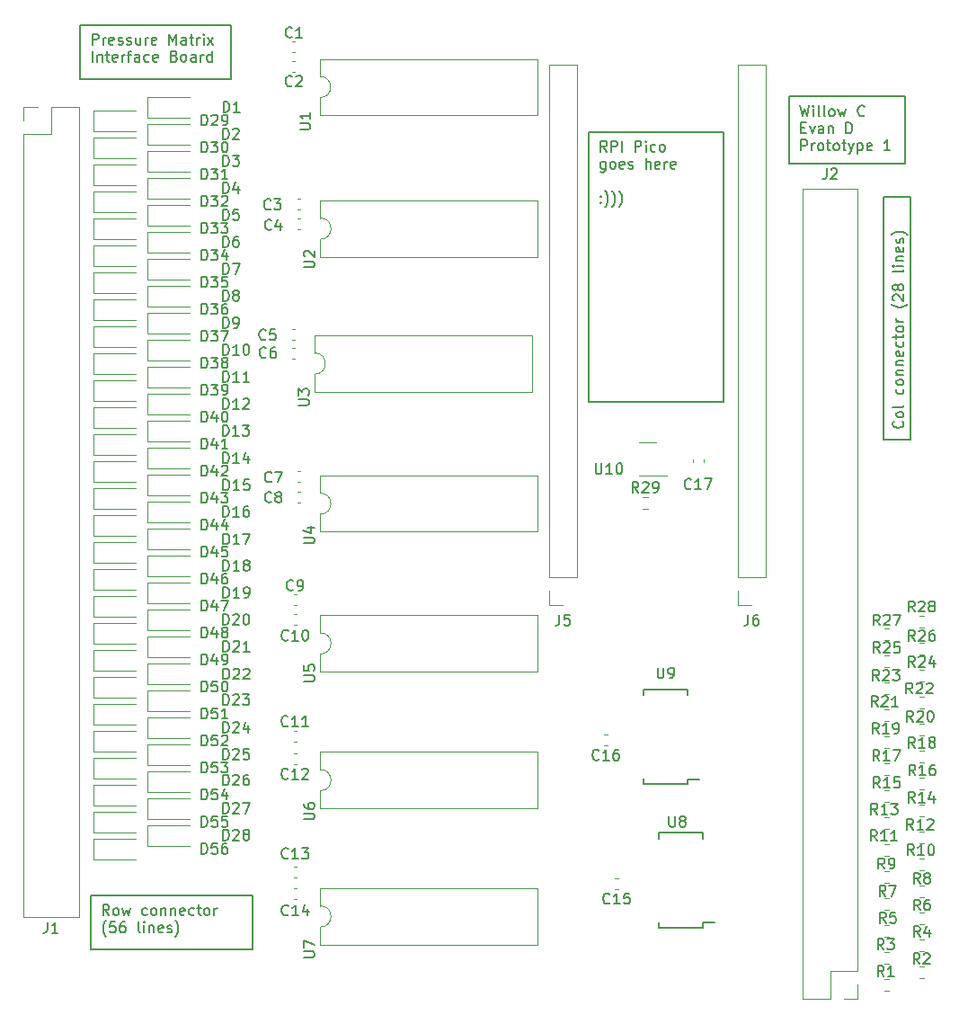
<source format=gbr>
%TF.GenerationSoftware,KiCad,Pcbnew,7.0.7*%
%TF.CreationDate,2023-10-12T19:01:10-04:00*%
%TF.ProjectId,PCB_final,5043425f-6669-46e6-916c-2e6b69636164,rev?*%
%TF.SameCoordinates,Original*%
%TF.FileFunction,Legend,Top*%
%TF.FilePolarity,Positive*%
%FSLAX46Y46*%
G04 Gerber Fmt 4.6, Leading zero omitted, Abs format (unit mm)*
G04 Created by KiCad (PCBNEW 7.0.7) date 2023-10-12 19:01:10*
%MOMM*%
%LPD*%
G01*
G04 APERTURE LIST*
%ADD10C,0.150000*%
%ADD11C,0.120000*%
G04 APERTURE END LIST*
D10*
X150383207Y-73864819D02*
X150049874Y-73388628D01*
X149811779Y-73864819D02*
X149811779Y-72864819D01*
X149811779Y-72864819D02*
X150192731Y-72864819D01*
X150192731Y-72864819D02*
X150287969Y-72912438D01*
X150287969Y-72912438D02*
X150335588Y-72960057D01*
X150335588Y-72960057D02*
X150383207Y-73055295D01*
X150383207Y-73055295D02*
X150383207Y-73198152D01*
X150383207Y-73198152D02*
X150335588Y-73293390D01*
X150335588Y-73293390D02*
X150287969Y-73341009D01*
X150287969Y-73341009D02*
X150192731Y-73388628D01*
X150192731Y-73388628D02*
X149811779Y-73388628D01*
X150811779Y-73864819D02*
X150811779Y-72864819D01*
X150811779Y-72864819D02*
X151192731Y-72864819D01*
X151192731Y-72864819D02*
X151287969Y-72912438D01*
X151287969Y-72912438D02*
X151335588Y-72960057D01*
X151335588Y-72960057D02*
X151383207Y-73055295D01*
X151383207Y-73055295D02*
X151383207Y-73198152D01*
X151383207Y-73198152D02*
X151335588Y-73293390D01*
X151335588Y-73293390D02*
X151287969Y-73341009D01*
X151287969Y-73341009D02*
X151192731Y-73388628D01*
X151192731Y-73388628D02*
X150811779Y-73388628D01*
X151811779Y-73864819D02*
X151811779Y-72864819D01*
X153049874Y-73864819D02*
X153049874Y-72864819D01*
X153049874Y-72864819D02*
X153430826Y-72864819D01*
X153430826Y-72864819D02*
X153526064Y-72912438D01*
X153526064Y-72912438D02*
X153573683Y-72960057D01*
X153573683Y-72960057D02*
X153621302Y-73055295D01*
X153621302Y-73055295D02*
X153621302Y-73198152D01*
X153621302Y-73198152D02*
X153573683Y-73293390D01*
X153573683Y-73293390D02*
X153526064Y-73341009D01*
X153526064Y-73341009D02*
X153430826Y-73388628D01*
X153430826Y-73388628D02*
X153049874Y-73388628D01*
X154049874Y-73864819D02*
X154049874Y-73198152D01*
X154049874Y-72864819D02*
X154002255Y-72912438D01*
X154002255Y-72912438D02*
X154049874Y-72960057D01*
X154049874Y-72960057D02*
X154097493Y-72912438D01*
X154097493Y-72912438D02*
X154049874Y-72864819D01*
X154049874Y-72864819D02*
X154049874Y-72960057D01*
X154954635Y-73817200D02*
X154859397Y-73864819D01*
X154859397Y-73864819D02*
X154668921Y-73864819D01*
X154668921Y-73864819D02*
X154573683Y-73817200D01*
X154573683Y-73817200D02*
X154526064Y-73769580D01*
X154526064Y-73769580D02*
X154478445Y-73674342D01*
X154478445Y-73674342D02*
X154478445Y-73388628D01*
X154478445Y-73388628D02*
X154526064Y-73293390D01*
X154526064Y-73293390D02*
X154573683Y-73245771D01*
X154573683Y-73245771D02*
X154668921Y-73198152D01*
X154668921Y-73198152D02*
X154859397Y-73198152D01*
X154859397Y-73198152D02*
X154954635Y-73245771D01*
X155526064Y-73864819D02*
X155430826Y-73817200D01*
X155430826Y-73817200D02*
X155383207Y-73769580D01*
X155383207Y-73769580D02*
X155335588Y-73674342D01*
X155335588Y-73674342D02*
X155335588Y-73388628D01*
X155335588Y-73388628D02*
X155383207Y-73293390D01*
X155383207Y-73293390D02*
X155430826Y-73245771D01*
X155430826Y-73245771D02*
X155526064Y-73198152D01*
X155526064Y-73198152D02*
X155668921Y-73198152D01*
X155668921Y-73198152D02*
X155764159Y-73245771D01*
X155764159Y-73245771D02*
X155811778Y-73293390D01*
X155811778Y-73293390D02*
X155859397Y-73388628D01*
X155859397Y-73388628D02*
X155859397Y-73674342D01*
X155859397Y-73674342D02*
X155811778Y-73769580D01*
X155811778Y-73769580D02*
X155764159Y-73817200D01*
X155764159Y-73817200D02*
X155668921Y-73864819D01*
X155668921Y-73864819D02*
X155526064Y-73864819D01*
X150240350Y-74808152D02*
X150240350Y-75617676D01*
X150240350Y-75617676D02*
X150192731Y-75712914D01*
X150192731Y-75712914D02*
X150145112Y-75760533D01*
X150145112Y-75760533D02*
X150049874Y-75808152D01*
X150049874Y-75808152D02*
X149907017Y-75808152D01*
X149907017Y-75808152D02*
X149811779Y-75760533D01*
X150240350Y-75427200D02*
X150145112Y-75474819D01*
X150145112Y-75474819D02*
X149954636Y-75474819D01*
X149954636Y-75474819D02*
X149859398Y-75427200D01*
X149859398Y-75427200D02*
X149811779Y-75379580D01*
X149811779Y-75379580D02*
X149764160Y-75284342D01*
X149764160Y-75284342D02*
X149764160Y-74998628D01*
X149764160Y-74998628D02*
X149811779Y-74903390D01*
X149811779Y-74903390D02*
X149859398Y-74855771D01*
X149859398Y-74855771D02*
X149954636Y-74808152D01*
X149954636Y-74808152D02*
X150145112Y-74808152D01*
X150145112Y-74808152D02*
X150240350Y-74855771D01*
X150859398Y-75474819D02*
X150764160Y-75427200D01*
X150764160Y-75427200D02*
X150716541Y-75379580D01*
X150716541Y-75379580D02*
X150668922Y-75284342D01*
X150668922Y-75284342D02*
X150668922Y-74998628D01*
X150668922Y-74998628D02*
X150716541Y-74903390D01*
X150716541Y-74903390D02*
X150764160Y-74855771D01*
X150764160Y-74855771D02*
X150859398Y-74808152D01*
X150859398Y-74808152D02*
X151002255Y-74808152D01*
X151002255Y-74808152D02*
X151097493Y-74855771D01*
X151097493Y-74855771D02*
X151145112Y-74903390D01*
X151145112Y-74903390D02*
X151192731Y-74998628D01*
X151192731Y-74998628D02*
X151192731Y-75284342D01*
X151192731Y-75284342D02*
X151145112Y-75379580D01*
X151145112Y-75379580D02*
X151097493Y-75427200D01*
X151097493Y-75427200D02*
X151002255Y-75474819D01*
X151002255Y-75474819D02*
X150859398Y-75474819D01*
X152002255Y-75427200D02*
X151907017Y-75474819D01*
X151907017Y-75474819D02*
X151716541Y-75474819D01*
X151716541Y-75474819D02*
X151621303Y-75427200D01*
X151621303Y-75427200D02*
X151573684Y-75331961D01*
X151573684Y-75331961D02*
X151573684Y-74951009D01*
X151573684Y-74951009D02*
X151621303Y-74855771D01*
X151621303Y-74855771D02*
X151716541Y-74808152D01*
X151716541Y-74808152D02*
X151907017Y-74808152D01*
X151907017Y-74808152D02*
X152002255Y-74855771D01*
X152002255Y-74855771D02*
X152049874Y-74951009D01*
X152049874Y-74951009D02*
X152049874Y-75046247D01*
X152049874Y-75046247D02*
X151573684Y-75141485D01*
X152430827Y-75427200D02*
X152526065Y-75474819D01*
X152526065Y-75474819D02*
X152716541Y-75474819D01*
X152716541Y-75474819D02*
X152811779Y-75427200D01*
X152811779Y-75427200D02*
X152859398Y-75331961D01*
X152859398Y-75331961D02*
X152859398Y-75284342D01*
X152859398Y-75284342D02*
X152811779Y-75189104D01*
X152811779Y-75189104D02*
X152716541Y-75141485D01*
X152716541Y-75141485D02*
X152573684Y-75141485D01*
X152573684Y-75141485D02*
X152478446Y-75093866D01*
X152478446Y-75093866D02*
X152430827Y-74998628D01*
X152430827Y-74998628D02*
X152430827Y-74951009D01*
X152430827Y-74951009D02*
X152478446Y-74855771D01*
X152478446Y-74855771D02*
X152573684Y-74808152D01*
X152573684Y-74808152D02*
X152716541Y-74808152D01*
X152716541Y-74808152D02*
X152811779Y-74855771D01*
X154049875Y-75474819D02*
X154049875Y-74474819D01*
X154478446Y-75474819D02*
X154478446Y-74951009D01*
X154478446Y-74951009D02*
X154430827Y-74855771D01*
X154430827Y-74855771D02*
X154335589Y-74808152D01*
X154335589Y-74808152D02*
X154192732Y-74808152D01*
X154192732Y-74808152D02*
X154097494Y-74855771D01*
X154097494Y-74855771D02*
X154049875Y-74903390D01*
X155335589Y-75427200D02*
X155240351Y-75474819D01*
X155240351Y-75474819D02*
X155049875Y-75474819D01*
X155049875Y-75474819D02*
X154954637Y-75427200D01*
X154954637Y-75427200D02*
X154907018Y-75331961D01*
X154907018Y-75331961D02*
X154907018Y-74951009D01*
X154907018Y-74951009D02*
X154954637Y-74855771D01*
X154954637Y-74855771D02*
X155049875Y-74808152D01*
X155049875Y-74808152D02*
X155240351Y-74808152D01*
X155240351Y-74808152D02*
X155335589Y-74855771D01*
X155335589Y-74855771D02*
X155383208Y-74951009D01*
X155383208Y-74951009D02*
X155383208Y-75046247D01*
X155383208Y-75046247D02*
X154907018Y-75141485D01*
X155811780Y-75474819D02*
X155811780Y-74808152D01*
X155811780Y-74998628D02*
X155859399Y-74903390D01*
X155859399Y-74903390D02*
X155907018Y-74855771D01*
X155907018Y-74855771D02*
X156002256Y-74808152D01*
X156002256Y-74808152D02*
X156097494Y-74808152D01*
X156811780Y-75427200D02*
X156716542Y-75474819D01*
X156716542Y-75474819D02*
X156526066Y-75474819D01*
X156526066Y-75474819D02*
X156430828Y-75427200D01*
X156430828Y-75427200D02*
X156383209Y-75331961D01*
X156383209Y-75331961D02*
X156383209Y-74951009D01*
X156383209Y-74951009D02*
X156430828Y-74855771D01*
X156430828Y-74855771D02*
X156526066Y-74808152D01*
X156526066Y-74808152D02*
X156716542Y-74808152D01*
X156716542Y-74808152D02*
X156811780Y-74855771D01*
X156811780Y-74855771D02*
X156859399Y-74951009D01*
X156859399Y-74951009D02*
X156859399Y-75046247D01*
X156859399Y-75046247D02*
X156383209Y-75141485D01*
X149811779Y-78599580D02*
X149859398Y-78647200D01*
X149859398Y-78647200D02*
X149811779Y-78694819D01*
X149811779Y-78694819D02*
X149764160Y-78647200D01*
X149764160Y-78647200D02*
X149811779Y-78599580D01*
X149811779Y-78599580D02*
X149811779Y-78694819D01*
X149811779Y-78075771D02*
X149859398Y-78123390D01*
X149859398Y-78123390D02*
X149811779Y-78171009D01*
X149811779Y-78171009D02*
X149764160Y-78123390D01*
X149764160Y-78123390D02*
X149811779Y-78075771D01*
X149811779Y-78075771D02*
X149811779Y-78171009D01*
X150192731Y-79075771D02*
X150240350Y-79028152D01*
X150240350Y-79028152D02*
X150335588Y-78885295D01*
X150335588Y-78885295D02*
X150383207Y-78790057D01*
X150383207Y-78790057D02*
X150430826Y-78647200D01*
X150430826Y-78647200D02*
X150478445Y-78409104D01*
X150478445Y-78409104D02*
X150478445Y-78218628D01*
X150478445Y-78218628D02*
X150430826Y-77980533D01*
X150430826Y-77980533D02*
X150383207Y-77837676D01*
X150383207Y-77837676D02*
X150335588Y-77742438D01*
X150335588Y-77742438D02*
X150240350Y-77599580D01*
X150240350Y-77599580D02*
X150192731Y-77551961D01*
X150859398Y-79075771D02*
X150907017Y-79028152D01*
X150907017Y-79028152D02*
X151002255Y-78885295D01*
X151002255Y-78885295D02*
X151049874Y-78790057D01*
X151049874Y-78790057D02*
X151097493Y-78647200D01*
X151097493Y-78647200D02*
X151145112Y-78409104D01*
X151145112Y-78409104D02*
X151145112Y-78218628D01*
X151145112Y-78218628D02*
X151097493Y-77980533D01*
X151097493Y-77980533D02*
X151049874Y-77837676D01*
X151049874Y-77837676D02*
X151002255Y-77742438D01*
X151002255Y-77742438D02*
X150907017Y-77599580D01*
X150907017Y-77599580D02*
X150859398Y-77551961D01*
X151526065Y-79075771D02*
X151573684Y-79028152D01*
X151573684Y-79028152D02*
X151668922Y-78885295D01*
X151668922Y-78885295D02*
X151716541Y-78790057D01*
X151716541Y-78790057D02*
X151764160Y-78647200D01*
X151764160Y-78647200D02*
X151811779Y-78409104D01*
X151811779Y-78409104D02*
X151811779Y-78218628D01*
X151811779Y-78218628D02*
X151764160Y-77980533D01*
X151764160Y-77980533D02*
X151716541Y-77837676D01*
X151716541Y-77837676D02*
X151668922Y-77742438D01*
X151668922Y-77742438D02*
X151573684Y-77599580D01*
X151573684Y-77599580D02*
X151526065Y-77551961D01*
X148650000Y-72000000D02*
X161350000Y-72000000D01*
X161350000Y-97400000D01*
X148650000Y-97400000D01*
X148650000Y-72000000D01*
X168591551Y-69533540D02*
X168829646Y-70533540D01*
X168829646Y-70533540D02*
X169020122Y-69819254D01*
X169020122Y-69819254D02*
X169210598Y-70533540D01*
X169210598Y-70533540D02*
X169448694Y-69533540D01*
X169829646Y-70533540D02*
X169829646Y-69866873D01*
X169829646Y-69533540D02*
X169782027Y-69581159D01*
X169782027Y-69581159D02*
X169829646Y-69628778D01*
X169829646Y-69628778D02*
X169877265Y-69581159D01*
X169877265Y-69581159D02*
X169829646Y-69533540D01*
X169829646Y-69533540D02*
X169829646Y-69628778D01*
X170448693Y-70533540D02*
X170353455Y-70485921D01*
X170353455Y-70485921D02*
X170305836Y-70390682D01*
X170305836Y-70390682D02*
X170305836Y-69533540D01*
X170972503Y-70533540D02*
X170877265Y-70485921D01*
X170877265Y-70485921D02*
X170829646Y-70390682D01*
X170829646Y-70390682D02*
X170829646Y-69533540D01*
X171496313Y-70533540D02*
X171401075Y-70485921D01*
X171401075Y-70485921D02*
X171353456Y-70438301D01*
X171353456Y-70438301D02*
X171305837Y-70343063D01*
X171305837Y-70343063D02*
X171305837Y-70057349D01*
X171305837Y-70057349D02*
X171353456Y-69962111D01*
X171353456Y-69962111D02*
X171401075Y-69914492D01*
X171401075Y-69914492D02*
X171496313Y-69866873D01*
X171496313Y-69866873D02*
X171639170Y-69866873D01*
X171639170Y-69866873D02*
X171734408Y-69914492D01*
X171734408Y-69914492D02*
X171782027Y-69962111D01*
X171782027Y-69962111D02*
X171829646Y-70057349D01*
X171829646Y-70057349D02*
X171829646Y-70343063D01*
X171829646Y-70343063D02*
X171782027Y-70438301D01*
X171782027Y-70438301D02*
X171734408Y-70485921D01*
X171734408Y-70485921D02*
X171639170Y-70533540D01*
X171639170Y-70533540D02*
X171496313Y-70533540D01*
X172162980Y-69866873D02*
X172353456Y-70533540D01*
X172353456Y-70533540D02*
X172543932Y-70057349D01*
X172543932Y-70057349D02*
X172734408Y-70533540D01*
X172734408Y-70533540D02*
X172924884Y-69866873D01*
X174639170Y-70438301D02*
X174591551Y-70485921D01*
X174591551Y-70485921D02*
X174448694Y-70533540D01*
X174448694Y-70533540D02*
X174353456Y-70533540D01*
X174353456Y-70533540D02*
X174210599Y-70485921D01*
X174210599Y-70485921D02*
X174115361Y-70390682D01*
X174115361Y-70390682D02*
X174067742Y-70295444D01*
X174067742Y-70295444D02*
X174020123Y-70104968D01*
X174020123Y-70104968D02*
X174020123Y-69962111D01*
X174020123Y-69962111D02*
X174067742Y-69771635D01*
X174067742Y-69771635D02*
X174115361Y-69676397D01*
X174115361Y-69676397D02*
X174210599Y-69581159D01*
X174210599Y-69581159D02*
X174353456Y-69533540D01*
X174353456Y-69533540D02*
X174448694Y-69533540D01*
X174448694Y-69533540D02*
X174591551Y-69581159D01*
X174591551Y-69581159D02*
X174639170Y-69628778D01*
X168686789Y-71619730D02*
X169020122Y-71619730D01*
X169162979Y-72143540D02*
X168686789Y-72143540D01*
X168686789Y-72143540D02*
X168686789Y-71143540D01*
X168686789Y-71143540D02*
X169162979Y-71143540D01*
X169496313Y-71476873D02*
X169734408Y-72143540D01*
X169734408Y-72143540D02*
X169972503Y-71476873D01*
X170782027Y-72143540D02*
X170782027Y-71619730D01*
X170782027Y-71619730D02*
X170734408Y-71524492D01*
X170734408Y-71524492D02*
X170639170Y-71476873D01*
X170639170Y-71476873D02*
X170448694Y-71476873D01*
X170448694Y-71476873D02*
X170353456Y-71524492D01*
X170782027Y-72095921D02*
X170686789Y-72143540D01*
X170686789Y-72143540D02*
X170448694Y-72143540D01*
X170448694Y-72143540D02*
X170353456Y-72095921D01*
X170353456Y-72095921D02*
X170305837Y-72000682D01*
X170305837Y-72000682D02*
X170305837Y-71905444D01*
X170305837Y-71905444D02*
X170353456Y-71810206D01*
X170353456Y-71810206D02*
X170448694Y-71762587D01*
X170448694Y-71762587D02*
X170686789Y-71762587D01*
X170686789Y-71762587D02*
X170782027Y-71714968D01*
X171258218Y-71476873D02*
X171258218Y-72143540D01*
X171258218Y-71572111D02*
X171305837Y-71524492D01*
X171305837Y-71524492D02*
X171401075Y-71476873D01*
X171401075Y-71476873D02*
X171543932Y-71476873D01*
X171543932Y-71476873D02*
X171639170Y-71524492D01*
X171639170Y-71524492D02*
X171686789Y-71619730D01*
X171686789Y-71619730D02*
X171686789Y-72143540D01*
X172924885Y-72143540D02*
X172924885Y-71143540D01*
X172924885Y-71143540D02*
X173162980Y-71143540D01*
X173162980Y-71143540D02*
X173305837Y-71191159D01*
X173305837Y-71191159D02*
X173401075Y-71286397D01*
X173401075Y-71286397D02*
X173448694Y-71381635D01*
X173448694Y-71381635D02*
X173496313Y-71572111D01*
X173496313Y-71572111D02*
X173496313Y-71714968D01*
X173496313Y-71714968D02*
X173448694Y-71905444D01*
X173448694Y-71905444D02*
X173401075Y-72000682D01*
X173401075Y-72000682D02*
X173305837Y-72095921D01*
X173305837Y-72095921D02*
X173162980Y-72143540D01*
X173162980Y-72143540D02*
X172924885Y-72143540D01*
X168686789Y-73753540D02*
X168686789Y-72753540D01*
X168686789Y-72753540D02*
X169067741Y-72753540D01*
X169067741Y-72753540D02*
X169162979Y-72801159D01*
X169162979Y-72801159D02*
X169210598Y-72848778D01*
X169210598Y-72848778D02*
X169258217Y-72944016D01*
X169258217Y-72944016D02*
X169258217Y-73086873D01*
X169258217Y-73086873D02*
X169210598Y-73182111D01*
X169210598Y-73182111D02*
X169162979Y-73229730D01*
X169162979Y-73229730D02*
X169067741Y-73277349D01*
X169067741Y-73277349D02*
X168686789Y-73277349D01*
X169686789Y-73753540D02*
X169686789Y-73086873D01*
X169686789Y-73277349D02*
X169734408Y-73182111D01*
X169734408Y-73182111D02*
X169782027Y-73134492D01*
X169782027Y-73134492D02*
X169877265Y-73086873D01*
X169877265Y-73086873D02*
X169972503Y-73086873D01*
X170448694Y-73753540D02*
X170353456Y-73705921D01*
X170353456Y-73705921D02*
X170305837Y-73658301D01*
X170305837Y-73658301D02*
X170258218Y-73563063D01*
X170258218Y-73563063D02*
X170258218Y-73277349D01*
X170258218Y-73277349D02*
X170305837Y-73182111D01*
X170305837Y-73182111D02*
X170353456Y-73134492D01*
X170353456Y-73134492D02*
X170448694Y-73086873D01*
X170448694Y-73086873D02*
X170591551Y-73086873D01*
X170591551Y-73086873D02*
X170686789Y-73134492D01*
X170686789Y-73134492D02*
X170734408Y-73182111D01*
X170734408Y-73182111D02*
X170782027Y-73277349D01*
X170782027Y-73277349D02*
X170782027Y-73563063D01*
X170782027Y-73563063D02*
X170734408Y-73658301D01*
X170734408Y-73658301D02*
X170686789Y-73705921D01*
X170686789Y-73705921D02*
X170591551Y-73753540D01*
X170591551Y-73753540D02*
X170448694Y-73753540D01*
X171067742Y-73086873D02*
X171448694Y-73086873D01*
X171210599Y-72753540D02*
X171210599Y-73610682D01*
X171210599Y-73610682D02*
X171258218Y-73705921D01*
X171258218Y-73705921D02*
X171353456Y-73753540D01*
X171353456Y-73753540D02*
X171448694Y-73753540D01*
X171924885Y-73753540D02*
X171829647Y-73705921D01*
X171829647Y-73705921D02*
X171782028Y-73658301D01*
X171782028Y-73658301D02*
X171734409Y-73563063D01*
X171734409Y-73563063D02*
X171734409Y-73277349D01*
X171734409Y-73277349D02*
X171782028Y-73182111D01*
X171782028Y-73182111D02*
X171829647Y-73134492D01*
X171829647Y-73134492D02*
X171924885Y-73086873D01*
X171924885Y-73086873D02*
X172067742Y-73086873D01*
X172067742Y-73086873D02*
X172162980Y-73134492D01*
X172162980Y-73134492D02*
X172210599Y-73182111D01*
X172210599Y-73182111D02*
X172258218Y-73277349D01*
X172258218Y-73277349D02*
X172258218Y-73563063D01*
X172258218Y-73563063D02*
X172210599Y-73658301D01*
X172210599Y-73658301D02*
X172162980Y-73705921D01*
X172162980Y-73705921D02*
X172067742Y-73753540D01*
X172067742Y-73753540D02*
X171924885Y-73753540D01*
X172543933Y-73086873D02*
X172924885Y-73086873D01*
X172686790Y-72753540D02*
X172686790Y-73610682D01*
X172686790Y-73610682D02*
X172734409Y-73705921D01*
X172734409Y-73705921D02*
X172829647Y-73753540D01*
X172829647Y-73753540D02*
X172924885Y-73753540D01*
X173162981Y-73086873D02*
X173401076Y-73753540D01*
X173639171Y-73086873D02*
X173401076Y-73753540D01*
X173401076Y-73753540D02*
X173305838Y-73991635D01*
X173305838Y-73991635D02*
X173258219Y-74039254D01*
X173258219Y-74039254D02*
X173162981Y-74086873D01*
X174020124Y-73086873D02*
X174020124Y-74086873D01*
X174020124Y-73134492D02*
X174115362Y-73086873D01*
X174115362Y-73086873D02*
X174305838Y-73086873D01*
X174305838Y-73086873D02*
X174401076Y-73134492D01*
X174401076Y-73134492D02*
X174448695Y-73182111D01*
X174448695Y-73182111D02*
X174496314Y-73277349D01*
X174496314Y-73277349D02*
X174496314Y-73563063D01*
X174496314Y-73563063D02*
X174448695Y-73658301D01*
X174448695Y-73658301D02*
X174401076Y-73705921D01*
X174401076Y-73705921D02*
X174305838Y-73753540D01*
X174305838Y-73753540D02*
X174115362Y-73753540D01*
X174115362Y-73753540D02*
X174020124Y-73705921D01*
X175305838Y-73705921D02*
X175210600Y-73753540D01*
X175210600Y-73753540D02*
X175020124Y-73753540D01*
X175020124Y-73753540D02*
X174924886Y-73705921D01*
X174924886Y-73705921D02*
X174877267Y-73610682D01*
X174877267Y-73610682D02*
X174877267Y-73229730D01*
X174877267Y-73229730D02*
X174924886Y-73134492D01*
X174924886Y-73134492D02*
X175020124Y-73086873D01*
X175020124Y-73086873D02*
X175210600Y-73086873D01*
X175210600Y-73086873D02*
X175305838Y-73134492D01*
X175305838Y-73134492D02*
X175353457Y-73229730D01*
X175353457Y-73229730D02*
X175353457Y-73324968D01*
X175353457Y-73324968D02*
X174877267Y-73420206D01*
X177067743Y-73753540D02*
X176496315Y-73753540D01*
X176782029Y-73753540D02*
X176782029Y-72753540D01*
X176782029Y-72753540D02*
X176686791Y-72896397D01*
X176686791Y-72896397D02*
X176591553Y-72991635D01*
X176591553Y-72991635D02*
X176496315Y-73039254D01*
X167525010Y-68668721D02*
X178474991Y-68668721D01*
X178474991Y-75000000D01*
X167525010Y-75000000D01*
X167525010Y-68668721D01*
X103493207Y-145784819D02*
X103159874Y-145308628D01*
X102921779Y-145784819D02*
X102921779Y-144784819D01*
X102921779Y-144784819D02*
X103302731Y-144784819D01*
X103302731Y-144784819D02*
X103397969Y-144832438D01*
X103397969Y-144832438D02*
X103445588Y-144880057D01*
X103445588Y-144880057D02*
X103493207Y-144975295D01*
X103493207Y-144975295D02*
X103493207Y-145118152D01*
X103493207Y-145118152D02*
X103445588Y-145213390D01*
X103445588Y-145213390D02*
X103397969Y-145261009D01*
X103397969Y-145261009D02*
X103302731Y-145308628D01*
X103302731Y-145308628D02*
X102921779Y-145308628D01*
X104064636Y-145784819D02*
X103969398Y-145737200D01*
X103969398Y-145737200D02*
X103921779Y-145689580D01*
X103921779Y-145689580D02*
X103874160Y-145594342D01*
X103874160Y-145594342D02*
X103874160Y-145308628D01*
X103874160Y-145308628D02*
X103921779Y-145213390D01*
X103921779Y-145213390D02*
X103969398Y-145165771D01*
X103969398Y-145165771D02*
X104064636Y-145118152D01*
X104064636Y-145118152D02*
X104207493Y-145118152D01*
X104207493Y-145118152D02*
X104302731Y-145165771D01*
X104302731Y-145165771D02*
X104350350Y-145213390D01*
X104350350Y-145213390D02*
X104397969Y-145308628D01*
X104397969Y-145308628D02*
X104397969Y-145594342D01*
X104397969Y-145594342D02*
X104350350Y-145689580D01*
X104350350Y-145689580D02*
X104302731Y-145737200D01*
X104302731Y-145737200D02*
X104207493Y-145784819D01*
X104207493Y-145784819D02*
X104064636Y-145784819D01*
X104731303Y-145118152D02*
X104921779Y-145784819D01*
X104921779Y-145784819D02*
X105112255Y-145308628D01*
X105112255Y-145308628D02*
X105302731Y-145784819D01*
X105302731Y-145784819D02*
X105493207Y-145118152D01*
X107064636Y-145737200D02*
X106969398Y-145784819D01*
X106969398Y-145784819D02*
X106778922Y-145784819D01*
X106778922Y-145784819D02*
X106683684Y-145737200D01*
X106683684Y-145737200D02*
X106636065Y-145689580D01*
X106636065Y-145689580D02*
X106588446Y-145594342D01*
X106588446Y-145594342D02*
X106588446Y-145308628D01*
X106588446Y-145308628D02*
X106636065Y-145213390D01*
X106636065Y-145213390D02*
X106683684Y-145165771D01*
X106683684Y-145165771D02*
X106778922Y-145118152D01*
X106778922Y-145118152D02*
X106969398Y-145118152D01*
X106969398Y-145118152D02*
X107064636Y-145165771D01*
X107636065Y-145784819D02*
X107540827Y-145737200D01*
X107540827Y-145737200D02*
X107493208Y-145689580D01*
X107493208Y-145689580D02*
X107445589Y-145594342D01*
X107445589Y-145594342D02*
X107445589Y-145308628D01*
X107445589Y-145308628D02*
X107493208Y-145213390D01*
X107493208Y-145213390D02*
X107540827Y-145165771D01*
X107540827Y-145165771D02*
X107636065Y-145118152D01*
X107636065Y-145118152D02*
X107778922Y-145118152D01*
X107778922Y-145118152D02*
X107874160Y-145165771D01*
X107874160Y-145165771D02*
X107921779Y-145213390D01*
X107921779Y-145213390D02*
X107969398Y-145308628D01*
X107969398Y-145308628D02*
X107969398Y-145594342D01*
X107969398Y-145594342D02*
X107921779Y-145689580D01*
X107921779Y-145689580D02*
X107874160Y-145737200D01*
X107874160Y-145737200D02*
X107778922Y-145784819D01*
X107778922Y-145784819D02*
X107636065Y-145784819D01*
X108397970Y-145118152D02*
X108397970Y-145784819D01*
X108397970Y-145213390D02*
X108445589Y-145165771D01*
X108445589Y-145165771D02*
X108540827Y-145118152D01*
X108540827Y-145118152D02*
X108683684Y-145118152D01*
X108683684Y-145118152D02*
X108778922Y-145165771D01*
X108778922Y-145165771D02*
X108826541Y-145261009D01*
X108826541Y-145261009D02*
X108826541Y-145784819D01*
X109302732Y-145118152D02*
X109302732Y-145784819D01*
X109302732Y-145213390D02*
X109350351Y-145165771D01*
X109350351Y-145165771D02*
X109445589Y-145118152D01*
X109445589Y-145118152D02*
X109588446Y-145118152D01*
X109588446Y-145118152D02*
X109683684Y-145165771D01*
X109683684Y-145165771D02*
X109731303Y-145261009D01*
X109731303Y-145261009D02*
X109731303Y-145784819D01*
X110588446Y-145737200D02*
X110493208Y-145784819D01*
X110493208Y-145784819D02*
X110302732Y-145784819D01*
X110302732Y-145784819D02*
X110207494Y-145737200D01*
X110207494Y-145737200D02*
X110159875Y-145641961D01*
X110159875Y-145641961D02*
X110159875Y-145261009D01*
X110159875Y-145261009D02*
X110207494Y-145165771D01*
X110207494Y-145165771D02*
X110302732Y-145118152D01*
X110302732Y-145118152D02*
X110493208Y-145118152D01*
X110493208Y-145118152D02*
X110588446Y-145165771D01*
X110588446Y-145165771D02*
X110636065Y-145261009D01*
X110636065Y-145261009D02*
X110636065Y-145356247D01*
X110636065Y-145356247D02*
X110159875Y-145451485D01*
X111493208Y-145737200D02*
X111397970Y-145784819D01*
X111397970Y-145784819D02*
X111207494Y-145784819D01*
X111207494Y-145784819D02*
X111112256Y-145737200D01*
X111112256Y-145737200D02*
X111064637Y-145689580D01*
X111064637Y-145689580D02*
X111017018Y-145594342D01*
X111017018Y-145594342D02*
X111017018Y-145308628D01*
X111017018Y-145308628D02*
X111064637Y-145213390D01*
X111064637Y-145213390D02*
X111112256Y-145165771D01*
X111112256Y-145165771D02*
X111207494Y-145118152D01*
X111207494Y-145118152D02*
X111397970Y-145118152D01*
X111397970Y-145118152D02*
X111493208Y-145165771D01*
X111778923Y-145118152D02*
X112159875Y-145118152D01*
X111921780Y-144784819D02*
X111921780Y-145641961D01*
X111921780Y-145641961D02*
X111969399Y-145737200D01*
X111969399Y-145737200D02*
X112064637Y-145784819D01*
X112064637Y-145784819D02*
X112159875Y-145784819D01*
X112636066Y-145784819D02*
X112540828Y-145737200D01*
X112540828Y-145737200D02*
X112493209Y-145689580D01*
X112493209Y-145689580D02*
X112445590Y-145594342D01*
X112445590Y-145594342D02*
X112445590Y-145308628D01*
X112445590Y-145308628D02*
X112493209Y-145213390D01*
X112493209Y-145213390D02*
X112540828Y-145165771D01*
X112540828Y-145165771D02*
X112636066Y-145118152D01*
X112636066Y-145118152D02*
X112778923Y-145118152D01*
X112778923Y-145118152D02*
X112874161Y-145165771D01*
X112874161Y-145165771D02*
X112921780Y-145213390D01*
X112921780Y-145213390D02*
X112969399Y-145308628D01*
X112969399Y-145308628D02*
X112969399Y-145594342D01*
X112969399Y-145594342D02*
X112921780Y-145689580D01*
X112921780Y-145689580D02*
X112874161Y-145737200D01*
X112874161Y-145737200D02*
X112778923Y-145784819D01*
X112778923Y-145784819D02*
X112636066Y-145784819D01*
X113397971Y-145784819D02*
X113397971Y-145118152D01*
X113397971Y-145308628D02*
X113445590Y-145213390D01*
X113445590Y-145213390D02*
X113493209Y-145165771D01*
X113493209Y-145165771D02*
X113588447Y-145118152D01*
X113588447Y-145118152D02*
X113683685Y-145118152D01*
X103207493Y-147775771D02*
X103159874Y-147728152D01*
X103159874Y-147728152D02*
X103064636Y-147585295D01*
X103064636Y-147585295D02*
X103017017Y-147490057D01*
X103017017Y-147490057D02*
X102969398Y-147347200D01*
X102969398Y-147347200D02*
X102921779Y-147109104D01*
X102921779Y-147109104D02*
X102921779Y-146918628D01*
X102921779Y-146918628D02*
X102969398Y-146680533D01*
X102969398Y-146680533D02*
X103017017Y-146537676D01*
X103017017Y-146537676D02*
X103064636Y-146442438D01*
X103064636Y-146442438D02*
X103159874Y-146299580D01*
X103159874Y-146299580D02*
X103207493Y-146251961D01*
X104064636Y-146394819D02*
X103588446Y-146394819D01*
X103588446Y-146394819D02*
X103540827Y-146871009D01*
X103540827Y-146871009D02*
X103588446Y-146823390D01*
X103588446Y-146823390D02*
X103683684Y-146775771D01*
X103683684Y-146775771D02*
X103921779Y-146775771D01*
X103921779Y-146775771D02*
X104017017Y-146823390D01*
X104017017Y-146823390D02*
X104064636Y-146871009D01*
X104064636Y-146871009D02*
X104112255Y-146966247D01*
X104112255Y-146966247D02*
X104112255Y-147204342D01*
X104112255Y-147204342D02*
X104064636Y-147299580D01*
X104064636Y-147299580D02*
X104017017Y-147347200D01*
X104017017Y-147347200D02*
X103921779Y-147394819D01*
X103921779Y-147394819D02*
X103683684Y-147394819D01*
X103683684Y-147394819D02*
X103588446Y-147347200D01*
X103588446Y-147347200D02*
X103540827Y-147299580D01*
X104969398Y-146394819D02*
X104778922Y-146394819D01*
X104778922Y-146394819D02*
X104683684Y-146442438D01*
X104683684Y-146442438D02*
X104636065Y-146490057D01*
X104636065Y-146490057D02*
X104540827Y-146632914D01*
X104540827Y-146632914D02*
X104493208Y-146823390D01*
X104493208Y-146823390D02*
X104493208Y-147204342D01*
X104493208Y-147204342D02*
X104540827Y-147299580D01*
X104540827Y-147299580D02*
X104588446Y-147347200D01*
X104588446Y-147347200D02*
X104683684Y-147394819D01*
X104683684Y-147394819D02*
X104874160Y-147394819D01*
X104874160Y-147394819D02*
X104969398Y-147347200D01*
X104969398Y-147347200D02*
X105017017Y-147299580D01*
X105017017Y-147299580D02*
X105064636Y-147204342D01*
X105064636Y-147204342D02*
X105064636Y-146966247D01*
X105064636Y-146966247D02*
X105017017Y-146871009D01*
X105017017Y-146871009D02*
X104969398Y-146823390D01*
X104969398Y-146823390D02*
X104874160Y-146775771D01*
X104874160Y-146775771D02*
X104683684Y-146775771D01*
X104683684Y-146775771D02*
X104588446Y-146823390D01*
X104588446Y-146823390D02*
X104540827Y-146871009D01*
X104540827Y-146871009D02*
X104493208Y-146966247D01*
X106397970Y-147394819D02*
X106302732Y-147347200D01*
X106302732Y-147347200D02*
X106255113Y-147251961D01*
X106255113Y-147251961D02*
X106255113Y-146394819D01*
X106778923Y-147394819D02*
X106778923Y-146728152D01*
X106778923Y-146394819D02*
X106731304Y-146442438D01*
X106731304Y-146442438D02*
X106778923Y-146490057D01*
X106778923Y-146490057D02*
X106826542Y-146442438D01*
X106826542Y-146442438D02*
X106778923Y-146394819D01*
X106778923Y-146394819D02*
X106778923Y-146490057D01*
X107255113Y-146728152D02*
X107255113Y-147394819D01*
X107255113Y-146823390D02*
X107302732Y-146775771D01*
X107302732Y-146775771D02*
X107397970Y-146728152D01*
X107397970Y-146728152D02*
X107540827Y-146728152D01*
X107540827Y-146728152D02*
X107636065Y-146775771D01*
X107636065Y-146775771D02*
X107683684Y-146871009D01*
X107683684Y-146871009D02*
X107683684Y-147394819D01*
X108540827Y-147347200D02*
X108445589Y-147394819D01*
X108445589Y-147394819D02*
X108255113Y-147394819D01*
X108255113Y-147394819D02*
X108159875Y-147347200D01*
X108159875Y-147347200D02*
X108112256Y-147251961D01*
X108112256Y-147251961D02*
X108112256Y-146871009D01*
X108112256Y-146871009D02*
X108159875Y-146775771D01*
X108159875Y-146775771D02*
X108255113Y-146728152D01*
X108255113Y-146728152D02*
X108445589Y-146728152D01*
X108445589Y-146728152D02*
X108540827Y-146775771D01*
X108540827Y-146775771D02*
X108588446Y-146871009D01*
X108588446Y-146871009D02*
X108588446Y-146966247D01*
X108588446Y-146966247D02*
X108112256Y-147061485D01*
X108969399Y-147347200D02*
X109064637Y-147394819D01*
X109064637Y-147394819D02*
X109255113Y-147394819D01*
X109255113Y-147394819D02*
X109350351Y-147347200D01*
X109350351Y-147347200D02*
X109397970Y-147251961D01*
X109397970Y-147251961D02*
X109397970Y-147204342D01*
X109397970Y-147204342D02*
X109350351Y-147109104D01*
X109350351Y-147109104D02*
X109255113Y-147061485D01*
X109255113Y-147061485D02*
X109112256Y-147061485D01*
X109112256Y-147061485D02*
X109017018Y-147013866D01*
X109017018Y-147013866D02*
X108969399Y-146918628D01*
X108969399Y-146918628D02*
X108969399Y-146871009D01*
X108969399Y-146871009D02*
X109017018Y-146775771D01*
X109017018Y-146775771D02*
X109112256Y-146728152D01*
X109112256Y-146728152D02*
X109255113Y-146728152D01*
X109255113Y-146728152D02*
X109350351Y-146775771D01*
X109731304Y-147775771D02*
X109778923Y-147728152D01*
X109778923Y-147728152D02*
X109874161Y-147585295D01*
X109874161Y-147585295D02*
X109921780Y-147490057D01*
X109921780Y-147490057D02*
X109969399Y-147347200D01*
X109969399Y-147347200D02*
X110017018Y-147109104D01*
X110017018Y-147109104D02*
X110017018Y-146918628D01*
X110017018Y-146918628D02*
X109969399Y-146680533D01*
X109969399Y-146680533D02*
X109921780Y-146537676D01*
X109921780Y-146537676D02*
X109874161Y-146442438D01*
X109874161Y-146442438D02*
X109778923Y-146299580D01*
X109778923Y-146299580D02*
X109731304Y-146251961D01*
X101760000Y-143920000D02*
X117000000Y-143920000D01*
X117000000Y-149000000D01*
X101760000Y-149000000D01*
X101760000Y-143920000D01*
X101921779Y-63784819D02*
X101921779Y-62784819D01*
X101921779Y-62784819D02*
X102302731Y-62784819D01*
X102302731Y-62784819D02*
X102397969Y-62832438D01*
X102397969Y-62832438D02*
X102445588Y-62880057D01*
X102445588Y-62880057D02*
X102493207Y-62975295D01*
X102493207Y-62975295D02*
X102493207Y-63118152D01*
X102493207Y-63118152D02*
X102445588Y-63213390D01*
X102445588Y-63213390D02*
X102397969Y-63261009D01*
X102397969Y-63261009D02*
X102302731Y-63308628D01*
X102302731Y-63308628D02*
X101921779Y-63308628D01*
X102921779Y-63784819D02*
X102921779Y-63118152D01*
X102921779Y-63308628D02*
X102969398Y-63213390D01*
X102969398Y-63213390D02*
X103017017Y-63165771D01*
X103017017Y-63165771D02*
X103112255Y-63118152D01*
X103112255Y-63118152D02*
X103207493Y-63118152D01*
X103921779Y-63737200D02*
X103826541Y-63784819D01*
X103826541Y-63784819D02*
X103636065Y-63784819D01*
X103636065Y-63784819D02*
X103540827Y-63737200D01*
X103540827Y-63737200D02*
X103493208Y-63641961D01*
X103493208Y-63641961D02*
X103493208Y-63261009D01*
X103493208Y-63261009D02*
X103540827Y-63165771D01*
X103540827Y-63165771D02*
X103636065Y-63118152D01*
X103636065Y-63118152D02*
X103826541Y-63118152D01*
X103826541Y-63118152D02*
X103921779Y-63165771D01*
X103921779Y-63165771D02*
X103969398Y-63261009D01*
X103969398Y-63261009D02*
X103969398Y-63356247D01*
X103969398Y-63356247D02*
X103493208Y-63451485D01*
X104350351Y-63737200D02*
X104445589Y-63784819D01*
X104445589Y-63784819D02*
X104636065Y-63784819D01*
X104636065Y-63784819D02*
X104731303Y-63737200D01*
X104731303Y-63737200D02*
X104778922Y-63641961D01*
X104778922Y-63641961D02*
X104778922Y-63594342D01*
X104778922Y-63594342D02*
X104731303Y-63499104D01*
X104731303Y-63499104D02*
X104636065Y-63451485D01*
X104636065Y-63451485D02*
X104493208Y-63451485D01*
X104493208Y-63451485D02*
X104397970Y-63403866D01*
X104397970Y-63403866D02*
X104350351Y-63308628D01*
X104350351Y-63308628D02*
X104350351Y-63261009D01*
X104350351Y-63261009D02*
X104397970Y-63165771D01*
X104397970Y-63165771D02*
X104493208Y-63118152D01*
X104493208Y-63118152D02*
X104636065Y-63118152D01*
X104636065Y-63118152D02*
X104731303Y-63165771D01*
X105159875Y-63737200D02*
X105255113Y-63784819D01*
X105255113Y-63784819D02*
X105445589Y-63784819D01*
X105445589Y-63784819D02*
X105540827Y-63737200D01*
X105540827Y-63737200D02*
X105588446Y-63641961D01*
X105588446Y-63641961D02*
X105588446Y-63594342D01*
X105588446Y-63594342D02*
X105540827Y-63499104D01*
X105540827Y-63499104D02*
X105445589Y-63451485D01*
X105445589Y-63451485D02*
X105302732Y-63451485D01*
X105302732Y-63451485D02*
X105207494Y-63403866D01*
X105207494Y-63403866D02*
X105159875Y-63308628D01*
X105159875Y-63308628D02*
X105159875Y-63261009D01*
X105159875Y-63261009D02*
X105207494Y-63165771D01*
X105207494Y-63165771D02*
X105302732Y-63118152D01*
X105302732Y-63118152D02*
X105445589Y-63118152D01*
X105445589Y-63118152D02*
X105540827Y-63165771D01*
X106445589Y-63118152D02*
X106445589Y-63784819D01*
X106017018Y-63118152D02*
X106017018Y-63641961D01*
X106017018Y-63641961D02*
X106064637Y-63737200D01*
X106064637Y-63737200D02*
X106159875Y-63784819D01*
X106159875Y-63784819D02*
X106302732Y-63784819D01*
X106302732Y-63784819D02*
X106397970Y-63737200D01*
X106397970Y-63737200D02*
X106445589Y-63689580D01*
X106921780Y-63784819D02*
X106921780Y-63118152D01*
X106921780Y-63308628D02*
X106969399Y-63213390D01*
X106969399Y-63213390D02*
X107017018Y-63165771D01*
X107017018Y-63165771D02*
X107112256Y-63118152D01*
X107112256Y-63118152D02*
X107207494Y-63118152D01*
X107921780Y-63737200D02*
X107826542Y-63784819D01*
X107826542Y-63784819D02*
X107636066Y-63784819D01*
X107636066Y-63784819D02*
X107540828Y-63737200D01*
X107540828Y-63737200D02*
X107493209Y-63641961D01*
X107493209Y-63641961D02*
X107493209Y-63261009D01*
X107493209Y-63261009D02*
X107540828Y-63165771D01*
X107540828Y-63165771D02*
X107636066Y-63118152D01*
X107636066Y-63118152D02*
X107826542Y-63118152D01*
X107826542Y-63118152D02*
X107921780Y-63165771D01*
X107921780Y-63165771D02*
X107969399Y-63261009D01*
X107969399Y-63261009D02*
X107969399Y-63356247D01*
X107969399Y-63356247D02*
X107493209Y-63451485D01*
X109159876Y-63784819D02*
X109159876Y-62784819D01*
X109159876Y-62784819D02*
X109493209Y-63499104D01*
X109493209Y-63499104D02*
X109826542Y-62784819D01*
X109826542Y-62784819D02*
X109826542Y-63784819D01*
X110731304Y-63784819D02*
X110731304Y-63261009D01*
X110731304Y-63261009D02*
X110683685Y-63165771D01*
X110683685Y-63165771D02*
X110588447Y-63118152D01*
X110588447Y-63118152D02*
X110397971Y-63118152D01*
X110397971Y-63118152D02*
X110302733Y-63165771D01*
X110731304Y-63737200D02*
X110636066Y-63784819D01*
X110636066Y-63784819D02*
X110397971Y-63784819D01*
X110397971Y-63784819D02*
X110302733Y-63737200D01*
X110302733Y-63737200D02*
X110255114Y-63641961D01*
X110255114Y-63641961D02*
X110255114Y-63546723D01*
X110255114Y-63546723D02*
X110302733Y-63451485D01*
X110302733Y-63451485D02*
X110397971Y-63403866D01*
X110397971Y-63403866D02*
X110636066Y-63403866D01*
X110636066Y-63403866D02*
X110731304Y-63356247D01*
X111064638Y-63118152D02*
X111445590Y-63118152D01*
X111207495Y-62784819D02*
X111207495Y-63641961D01*
X111207495Y-63641961D02*
X111255114Y-63737200D01*
X111255114Y-63737200D02*
X111350352Y-63784819D01*
X111350352Y-63784819D02*
X111445590Y-63784819D01*
X111778924Y-63784819D02*
X111778924Y-63118152D01*
X111778924Y-63308628D02*
X111826543Y-63213390D01*
X111826543Y-63213390D02*
X111874162Y-63165771D01*
X111874162Y-63165771D02*
X111969400Y-63118152D01*
X111969400Y-63118152D02*
X112064638Y-63118152D01*
X112397972Y-63784819D02*
X112397972Y-63118152D01*
X112397972Y-62784819D02*
X112350353Y-62832438D01*
X112350353Y-62832438D02*
X112397972Y-62880057D01*
X112397972Y-62880057D02*
X112445591Y-62832438D01*
X112445591Y-62832438D02*
X112397972Y-62784819D01*
X112397972Y-62784819D02*
X112397972Y-62880057D01*
X112778924Y-63784819D02*
X113302733Y-63118152D01*
X112778924Y-63118152D02*
X113302733Y-63784819D01*
X101921779Y-65394819D02*
X101921779Y-64394819D01*
X102397969Y-64728152D02*
X102397969Y-65394819D01*
X102397969Y-64823390D02*
X102445588Y-64775771D01*
X102445588Y-64775771D02*
X102540826Y-64728152D01*
X102540826Y-64728152D02*
X102683683Y-64728152D01*
X102683683Y-64728152D02*
X102778921Y-64775771D01*
X102778921Y-64775771D02*
X102826540Y-64871009D01*
X102826540Y-64871009D02*
X102826540Y-65394819D01*
X103159874Y-64728152D02*
X103540826Y-64728152D01*
X103302731Y-64394819D02*
X103302731Y-65251961D01*
X103302731Y-65251961D02*
X103350350Y-65347200D01*
X103350350Y-65347200D02*
X103445588Y-65394819D01*
X103445588Y-65394819D02*
X103540826Y-65394819D01*
X104255112Y-65347200D02*
X104159874Y-65394819D01*
X104159874Y-65394819D02*
X103969398Y-65394819D01*
X103969398Y-65394819D02*
X103874160Y-65347200D01*
X103874160Y-65347200D02*
X103826541Y-65251961D01*
X103826541Y-65251961D02*
X103826541Y-64871009D01*
X103826541Y-64871009D02*
X103874160Y-64775771D01*
X103874160Y-64775771D02*
X103969398Y-64728152D01*
X103969398Y-64728152D02*
X104159874Y-64728152D01*
X104159874Y-64728152D02*
X104255112Y-64775771D01*
X104255112Y-64775771D02*
X104302731Y-64871009D01*
X104302731Y-64871009D02*
X104302731Y-64966247D01*
X104302731Y-64966247D02*
X103826541Y-65061485D01*
X104731303Y-65394819D02*
X104731303Y-64728152D01*
X104731303Y-64918628D02*
X104778922Y-64823390D01*
X104778922Y-64823390D02*
X104826541Y-64775771D01*
X104826541Y-64775771D02*
X104921779Y-64728152D01*
X104921779Y-64728152D02*
X105017017Y-64728152D01*
X105207494Y-64728152D02*
X105588446Y-64728152D01*
X105350351Y-65394819D02*
X105350351Y-64537676D01*
X105350351Y-64537676D02*
X105397970Y-64442438D01*
X105397970Y-64442438D02*
X105493208Y-64394819D01*
X105493208Y-64394819D02*
X105588446Y-64394819D01*
X106350351Y-65394819D02*
X106350351Y-64871009D01*
X106350351Y-64871009D02*
X106302732Y-64775771D01*
X106302732Y-64775771D02*
X106207494Y-64728152D01*
X106207494Y-64728152D02*
X106017018Y-64728152D01*
X106017018Y-64728152D02*
X105921780Y-64775771D01*
X106350351Y-65347200D02*
X106255113Y-65394819D01*
X106255113Y-65394819D02*
X106017018Y-65394819D01*
X106017018Y-65394819D02*
X105921780Y-65347200D01*
X105921780Y-65347200D02*
X105874161Y-65251961D01*
X105874161Y-65251961D02*
X105874161Y-65156723D01*
X105874161Y-65156723D02*
X105921780Y-65061485D01*
X105921780Y-65061485D02*
X106017018Y-65013866D01*
X106017018Y-65013866D02*
X106255113Y-65013866D01*
X106255113Y-65013866D02*
X106350351Y-64966247D01*
X107255113Y-65347200D02*
X107159875Y-65394819D01*
X107159875Y-65394819D02*
X106969399Y-65394819D01*
X106969399Y-65394819D02*
X106874161Y-65347200D01*
X106874161Y-65347200D02*
X106826542Y-65299580D01*
X106826542Y-65299580D02*
X106778923Y-65204342D01*
X106778923Y-65204342D02*
X106778923Y-64918628D01*
X106778923Y-64918628D02*
X106826542Y-64823390D01*
X106826542Y-64823390D02*
X106874161Y-64775771D01*
X106874161Y-64775771D02*
X106969399Y-64728152D01*
X106969399Y-64728152D02*
X107159875Y-64728152D01*
X107159875Y-64728152D02*
X107255113Y-64775771D01*
X108064637Y-65347200D02*
X107969399Y-65394819D01*
X107969399Y-65394819D02*
X107778923Y-65394819D01*
X107778923Y-65394819D02*
X107683685Y-65347200D01*
X107683685Y-65347200D02*
X107636066Y-65251961D01*
X107636066Y-65251961D02*
X107636066Y-64871009D01*
X107636066Y-64871009D02*
X107683685Y-64775771D01*
X107683685Y-64775771D02*
X107778923Y-64728152D01*
X107778923Y-64728152D02*
X107969399Y-64728152D01*
X107969399Y-64728152D02*
X108064637Y-64775771D01*
X108064637Y-64775771D02*
X108112256Y-64871009D01*
X108112256Y-64871009D02*
X108112256Y-64966247D01*
X108112256Y-64966247D02*
X107636066Y-65061485D01*
X109636066Y-64871009D02*
X109778923Y-64918628D01*
X109778923Y-64918628D02*
X109826542Y-64966247D01*
X109826542Y-64966247D02*
X109874161Y-65061485D01*
X109874161Y-65061485D02*
X109874161Y-65204342D01*
X109874161Y-65204342D02*
X109826542Y-65299580D01*
X109826542Y-65299580D02*
X109778923Y-65347200D01*
X109778923Y-65347200D02*
X109683685Y-65394819D01*
X109683685Y-65394819D02*
X109302733Y-65394819D01*
X109302733Y-65394819D02*
X109302733Y-64394819D01*
X109302733Y-64394819D02*
X109636066Y-64394819D01*
X109636066Y-64394819D02*
X109731304Y-64442438D01*
X109731304Y-64442438D02*
X109778923Y-64490057D01*
X109778923Y-64490057D02*
X109826542Y-64585295D01*
X109826542Y-64585295D02*
X109826542Y-64680533D01*
X109826542Y-64680533D02*
X109778923Y-64775771D01*
X109778923Y-64775771D02*
X109731304Y-64823390D01*
X109731304Y-64823390D02*
X109636066Y-64871009D01*
X109636066Y-64871009D02*
X109302733Y-64871009D01*
X110445590Y-65394819D02*
X110350352Y-65347200D01*
X110350352Y-65347200D02*
X110302733Y-65299580D01*
X110302733Y-65299580D02*
X110255114Y-65204342D01*
X110255114Y-65204342D02*
X110255114Y-64918628D01*
X110255114Y-64918628D02*
X110302733Y-64823390D01*
X110302733Y-64823390D02*
X110350352Y-64775771D01*
X110350352Y-64775771D02*
X110445590Y-64728152D01*
X110445590Y-64728152D02*
X110588447Y-64728152D01*
X110588447Y-64728152D02*
X110683685Y-64775771D01*
X110683685Y-64775771D02*
X110731304Y-64823390D01*
X110731304Y-64823390D02*
X110778923Y-64918628D01*
X110778923Y-64918628D02*
X110778923Y-65204342D01*
X110778923Y-65204342D02*
X110731304Y-65299580D01*
X110731304Y-65299580D02*
X110683685Y-65347200D01*
X110683685Y-65347200D02*
X110588447Y-65394819D01*
X110588447Y-65394819D02*
X110445590Y-65394819D01*
X111636066Y-65394819D02*
X111636066Y-64871009D01*
X111636066Y-64871009D02*
X111588447Y-64775771D01*
X111588447Y-64775771D02*
X111493209Y-64728152D01*
X111493209Y-64728152D02*
X111302733Y-64728152D01*
X111302733Y-64728152D02*
X111207495Y-64775771D01*
X111636066Y-65347200D02*
X111540828Y-65394819D01*
X111540828Y-65394819D02*
X111302733Y-65394819D01*
X111302733Y-65394819D02*
X111207495Y-65347200D01*
X111207495Y-65347200D02*
X111159876Y-65251961D01*
X111159876Y-65251961D02*
X111159876Y-65156723D01*
X111159876Y-65156723D02*
X111207495Y-65061485D01*
X111207495Y-65061485D02*
X111302733Y-65013866D01*
X111302733Y-65013866D02*
X111540828Y-65013866D01*
X111540828Y-65013866D02*
X111636066Y-64966247D01*
X112112257Y-65394819D02*
X112112257Y-64728152D01*
X112112257Y-64918628D02*
X112159876Y-64823390D01*
X112159876Y-64823390D02*
X112207495Y-64775771D01*
X112207495Y-64775771D02*
X112302733Y-64728152D01*
X112302733Y-64728152D02*
X112397971Y-64728152D01*
X113159876Y-65394819D02*
X113159876Y-64394819D01*
X113159876Y-65347200D02*
X113064638Y-65394819D01*
X113064638Y-65394819D02*
X112874162Y-65394819D01*
X112874162Y-65394819D02*
X112778924Y-65347200D01*
X112778924Y-65347200D02*
X112731305Y-65299580D01*
X112731305Y-65299580D02*
X112683686Y-65204342D01*
X112683686Y-65204342D02*
X112683686Y-64918628D01*
X112683686Y-64918628D02*
X112731305Y-64823390D01*
X112731305Y-64823390D02*
X112778924Y-64775771D01*
X112778924Y-64775771D02*
X112874162Y-64728152D01*
X112874162Y-64728152D02*
X113064638Y-64728152D01*
X113064638Y-64728152D02*
X113159876Y-64775771D01*
X100760000Y-61920000D02*
X115000000Y-61920000D01*
X115000000Y-67000000D01*
X100760000Y-67000000D01*
X100760000Y-61920000D01*
X178229580Y-99266792D02*
X178277200Y-99314411D01*
X178277200Y-99314411D02*
X178324819Y-99457268D01*
X178324819Y-99457268D02*
X178324819Y-99552506D01*
X178324819Y-99552506D02*
X178277200Y-99695363D01*
X178277200Y-99695363D02*
X178181961Y-99790601D01*
X178181961Y-99790601D02*
X178086723Y-99838220D01*
X178086723Y-99838220D02*
X177896247Y-99885839D01*
X177896247Y-99885839D02*
X177753390Y-99885839D01*
X177753390Y-99885839D02*
X177562914Y-99838220D01*
X177562914Y-99838220D02*
X177467676Y-99790601D01*
X177467676Y-99790601D02*
X177372438Y-99695363D01*
X177372438Y-99695363D02*
X177324819Y-99552506D01*
X177324819Y-99552506D02*
X177324819Y-99457268D01*
X177324819Y-99457268D02*
X177372438Y-99314411D01*
X177372438Y-99314411D02*
X177420057Y-99266792D01*
X178324819Y-98695363D02*
X178277200Y-98790601D01*
X178277200Y-98790601D02*
X178229580Y-98838220D01*
X178229580Y-98838220D02*
X178134342Y-98885839D01*
X178134342Y-98885839D02*
X177848628Y-98885839D01*
X177848628Y-98885839D02*
X177753390Y-98838220D01*
X177753390Y-98838220D02*
X177705771Y-98790601D01*
X177705771Y-98790601D02*
X177658152Y-98695363D01*
X177658152Y-98695363D02*
X177658152Y-98552506D01*
X177658152Y-98552506D02*
X177705771Y-98457268D01*
X177705771Y-98457268D02*
X177753390Y-98409649D01*
X177753390Y-98409649D02*
X177848628Y-98362030D01*
X177848628Y-98362030D02*
X178134342Y-98362030D01*
X178134342Y-98362030D02*
X178229580Y-98409649D01*
X178229580Y-98409649D02*
X178277200Y-98457268D01*
X178277200Y-98457268D02*
X178324819Y-98552506D01*
X178324819Y-98552506D02*
X178324819Y-98695363D01*
X178324819Y-97790601D02*
X178277200Y-97885839D01*
X178277200Y-97885839D02*
X178181961Y-97933458D01*
X178181961Y-97933458D02*
X177324819Y-97933458D01*
X178277200Y-96219172D02*
X178324819Y-96314410D01*
X178324819Y-96314410D02*
X178324819Y-96504886D01*
X178324819Y-96504886D02*
X178277200Y-96600124D01*
X178277200Y-96600124D02*
X178229580Y-96647743D01*
X178229580Y-96647743D02*
X178134342Y-96695362D01*
X178134342Y-96695362D02*
X177848628Y-96695362D01*
X177848628Y-96695362D02*
X177753390Y-96647743D01*
X177753390Y-96647743D02*
X177705771Y-96600124D01*
X177705771Y-96600124D02*
X177658152Y-96504886D01*
X177658152Y-96504886D02*
X177658152Y-96314410D01*
X177658152Y-96314410D02*
X177705771Y-96219172D01*
X178324819Y-95647743D02*
X178277200Y-95742981D01*
X178277200Y-95742981D02*
X178229580Y-95790600D01*
X178229580Y-95790600D02*
X178134342Y-95838219D01*
X178134342Y-95838219D02*
X177848628Y-95838219D01*
X177848628Y-95838219D02*
X177753390Y-95790600D01*
X177753390Y-95790600D02*
X177705771Y-95742981D01*
X177705771Y-95742981D02*
X177658152Y-95647743D01*
X177658152Y-95647743D02*
X177658152Y-95504886D01*
X177658152Y-95504886D02*
X177705771Y-95409648D01*
X177705771Y-95409648D02*
X177753390Y-95362029D01*
X177753390Y-95362029D02*
X177848628Y-95314410D01*
X177848628Y-95314410D02*
X178134342Y-95314410D01*
X178134342Y-95314410D02*
X178229580Y-95362029D01*
X178229580Y-95362029D02*
X178277200Y-95409648D01*
X178277200Y-95409648D02*
X178324819Y-95504886D01*
X178324819Y-95504886D02*
X178324819Y-95647743D01*
X177658152Y-94885838D02*
X178324819Y-94885838D01*
X177753390Y-94885838D02*
X177705771Y-94838219D01*
X177705771Y-94838219D02*
X177658152Y-94742981D01*
X177658152Y-94742981D02*
X177658152Y-94600124D01*
X177658152Y-94600124D02*
X177705771Y-94504886D01*
X177705771Y-94504886D02*
X177801009Y-94457267D01*
X177801009Y-94457267D02*
X178324819Y-94457267D01*
X177658152Y-93981076D02*
X178324819Y-93981076D01*
X177753390Y-93981076D02*
X177705771Y-93933457D01*
X177705771Y-93933457D02*
X177658152Y-93838219D01*
X177658152Y-93838219D02*
X177658152Y-93695362D01*
X177658152Y-93695362D02*
X177705771Y-93600124D01*
X177705771Y-93600124D02*
X177801009Y-93552505D01*
X177801009Y-93552505D02*
X178324819Y-93552505D01*
X178277200Y-92695362D02*
X178324819Y-92790600D01*
X178324819Y-92790600D02*
X178324819Y-92981076D01*
X178324819Y-92981076D02*
X178277200Y-93076314D01*
X178277200Y-93076314D02*
X178181961Y-93123933D01*
X178181961Y-93123933D02*
X177801009Y-93123933D01*
X177801009Y-93123933D02*
X177705771Y-93076314D01*
X177705771Y-93076314D02*
X177658152Y-92981076D01*
X177658152Y-92981076D02*
X177658152Y-92790600D01*
X177658152Y-92790600D02*
X177705771Y-92695362D01*
X177705771Y-92695362D02*
X177801009Y-92647743D01*
X177801009Y-92647743D02*
X177896247Y-92647743D01*
X177896247Y-92647743D02*
X177991485Y-93123933D01*
X178277200Y-91790600D02*
X178324819Y-91885838D01*
X178324819Y-91885838D02*
X178324819Y-92076314D01*
X178324819Y-92076314D02*
X178277200Y-92171552D01*
X178277200Y-92171552D02*
X178229580Y-92219171D01*
X178229580Y-92219171D02*
X178134342Y-92266790D01*
X178134342Y-92266790D02*
X177848628Y-92266790D01*
X177848628Y-92266790D02*
X177753390Y-92219171D01*
X177753390Y-92219171D02*
X177705771Y-92171552D01*
X177705771Y-92171552D02*
X177658152Y-92076314D01*
X177658152Y-92076314D02*
X177658152Y-91885838D01*
X177658152Y-91885838D02*
X177705771Y-91790600D01*
X177658152Y-91504885D02*
X177658152Y-91123933D01*
X177324819Y-91362028D02*
X178181961Y-91362028D01*
X178181961Y-91362028D02*
X178277200Y-91314409D01*
X178277200Y-91314409D02*
X178324819Y-91219171D01*
X178324819Y-91219171D02*
X178324819Y-91123933D01*
X178324819Y-90647742D02*
X178277200Y-90742980D01*
X178277200Y-90742980D02*
X178229580Y-90790599D01*
X178229580Y-90790599D02*
X178134342Y-90838218D01*
X178134342Y-90838218D02*
X177848628Y-90838218D01*
X177848628Y-90838218D02*
X177753390Y-90790599D01*
X177753390Y-90790599D02*
X177705771Y-90742980D01*
X177705771Y-90742980D02*
X177658152Y-90647742D01*
X177658152Y-90647742D02*
X177658152Y-90504885D01*
X177658152Y-90504885D02*
X177705771Y-90409647D01*
X177705771Y-90409647D02*
X177753390Y-90362028D01*
X177753390Y-90362028D02*
X177848628Y-90314409D01*
X177848628Y-90314409D02*
X178134342Y-90314409D01*
X178134342Y-90314409D02*
X178229580Y-90362028D01*
X178229580Y-90362028D02*
X178277200Y-90409647D01*
X178277200Y-90409647D02*
X178324819Y-90504885D01*
X178324819Y-90504885D02*
X178324819Y-90647742D01*
X178324819Y-89885837D02*
X177658152Y-89885837D01*
X177848628Y-89885837D02*
X177753390Y-89838218D01*
X177753390Y-89838218D02*
X177705771Y-89790599D01*
X177705771Y-89790599D02*
X177658152Y-89695361D01*
X177658152Y-89695361D02*
X177658152Y-89600123D01*
X178705771Y-88219170D02*
X178658152Y-88266789D01*
X178658152Y-88266789D02*
X178515295Y-88362027D01*
X178515295Y-88362027D02*
X178420057Y-88409646D01*
X178420057Y-88409646D02*
X178277200Y-88457265D01*
X178277200Y-88457265D02*
X178039104Y-88504884D01*
X178039104Y-88504884D02*
X177848628Y-88504884D01*
X177848628Y-88504884D02*
X177610533Y-88457265D01*
X177610533Y-88457265D02*
X177467676Y-88409646D01*
X177467676Y-88409646D02*
X177372438Y-88362027D01*
X177372438Y-88362027D02*
X177229580Y-88266789D01*
X177229580Y-88266789D02*
X177181961Y-88219170D01*
X177420057Y-87885836D02*
X177372438Y-87838217D01*
X177372438Y-87838217D02*
X177324819Y-87742979D01*
X177324819Y-87742979D02*
X177324819Y-87504884D01*
X177324819Y-87504884D02*
X177372438Y-87409646D01*
X177372438Y-87409646D02*
X177420057Y-87362027D01*
X177420057Y-87362027D02*
X177515295Y-87314408D01*
X177515295Y-87314408D02*
X177610533Y-87314408D01*
X177610533Y-87314408D02*
X177753390Y-87362027D01*
X177753390Y-87362027D02*
X178324819Y-87933455D01*
X178324819Y-87933455D02*
X178324819Y-87314408D01*
X177753390Y-86742979D02*
X177705771Y-86838217D01*
X177705771Y-86838217D02*
X177658152Y-86885836D01*
X177658152Y-86885836D02*
X177562914Y-86933455D01*
X177562914Y-86933455D02*
X177515295Y-86933455D01*
X177515295Y-86933455D02*
X177420057Y-86885836D01*
X177420057Y-86885836D02*
X177372438Y-86838217D01*
X177372438Y-86838217D02*
X177324819Y-86742979D01*
X177324819Y-86742979D02*
X177324819Y-86552503D01*
X177324819Y-86552503D02*
X177372438Y-86457265D01*
X177372438Y-86457265D02*
X177420057Y-86409646D01*
X177420057Y-86409646D02*
X177515295Y-86362027D01*
X177515295Y-86362027D02*
X177562914Y-86362027D01*
X177562914Y-86362027D02*
X177658152Y-86409646D01*
X177658152Y-86409646D02*
X177705771Y-86457265D01*
X177705771Y-86457265D02*
X177753390Y-86552503D01*
X177753390Y-86552503D02*
X177753390Y-86742979D01*
X177753390Y-86742979D02*
X177801009Y-86838217D01*
X177801009Y-86838217D02*
X177848628Y-86885836D01*
X177848628Y-86885836D02*
X177943866Y-86933455D01*
X177943866Y-86933455D02*
X178134342Y-86933455D01*
X178134342Y-86933455D02*
X178229580Y-86885836D01*
X178229580Y-86885836D02*
X178277200Y-86838217D01*
X178277200Y-86838217D02*
X178324819Y-86742979D01*
X178324819Y-86742979D02*
X178324819Y-86552503D01*
X178324819Y-86552503D02*
X178277200Y-86457265D01*
X178277200Y-86457265D02*
X178229580Y-86409646D01*
X178229580Y-86409646D02*
X178134342Y-86362027D01*
X178134342Y-86362027D02*
X177943866Y-86362027D01*
X177943866Y-86362027D02*
X177848628Y-86409646D01*
X177848628Y-86409646D02*
X177801009Y-86457265D01*
X177801009Y-86457265D02*
X177753390Y-86552503D01*
X178324819Y-85028693D02*
X178277200Y-85123931D01*
X178277200Y-85123931D02*
X178181961Y-85171550D01*
X178181961Y-85171550D02*
X177324819Y-85171550D01*
X178324819Y-84647740D02*
X177658152Y-84647740D01*
X177324819Y-84647740D02*
X177372438Y-84695359D01*
X177372438Y-84695359D02*
X177420057Y-84647740D01*
X177420057Y-84647740D02*
X177372438Y-84600121D01*
X177372438Y-84600121D02*
X177324819Y-84647740D01*
X177324819Y-84647740D02*
X177420057Y-84647740D01*
X177658152Y-84171550D02*
X178324819Y-84171550D01*
X177753390Y-84171550D02*
X177705771Y-84123931D01*
X177705771Y-84123931D02*
X177658152Y-84028693D01*
X177658152Y-84028693D02*
X177658152Y-83885836D01*
X177658152Y-83885836D02*
X177705771Y-83790598D01*
X177705771Y-83790598D02*
X177801009Y-83742979D01*
X177801009Y-83742979D02*
X178324819Y-83742979D01*
X178277200Y-82885836D02*
X178324819Y-82981074D01*
X178324819Y-82981074D02*
X178324819Y-83171550D01*
X178324819Y-83171550D02*
X178277200Y-83266788D01*
X178277200Y-83266788D02*
X178181961Y-83314407D01*
X178181961Y-83314407D02*
X177801009Y-83314407D01*
X177801009Y-83314407D02*
X177705771Y-83266788D01*
X177705771Y-83266788D02*
X177658152Y-83171550D01*
X177658152Y-83171550D02*
X177658152Y-82981074D01*
X177658152Y-82981074D02*
X177705771Y-82885836D01*
X177705771Y-82885836D02*
X177801009Y-82838217D01*
X177801009Y-82838217D02*
X177896247Y-82838217D01*
X177896247Y-82838217D02*
X177991485Y-83314407D01*
X178277200Y-82457264D02*
X178324819Y-82362026D01*
X178324819Y-82362026D02*
X178324819Y-82171550D01*
X178324819Y-82171550D02*
X178277200Y-82076312D01*
X178277200Y-82076312D02*
X178181961Y-82028693D01*
X178181961Y-82028693D02*
X178134342Y-82028693D01*
X178134342Y-82028693D02*
X178039104Y-82076312D01*
X178039104Y-82076312D02*
X177991485Y-82171550D01*
X177991485Y-82171550D02*
X177991485Y-82314407D01*
X177991485Y-82314407D02*
X177943866Y-82409645D01*
X177943866Y-82409645D02*
X177848628Y-82457264D01*
X177848628Y-82457264D02*
X177801009Y-82457264D01*
X177801009Y-82457264D02*
X177705771Y-82409645D01*
X177705771Y-82409645D02*
X177658152Y-82314407D01*
X177658152Y-82314407D02*
X177658152Y-82171550D01*
X177658152Y-82171550D02*
X177705771Y-82076312D01*
X178705771Y-81695359D02*
X178658152Y-81647740D01*
X178658152Y-81647740D02*
X178515295Y-81552502D01*
X178515295Y-81552502D02*
X178420057Y-81504883D01*
X178420057Y-81504883D02*
X178277200Y-81457264D01*
X178277200Y-81457264D02*
X178039104Y-81409645D01*
X178039104Y-81409645D02*
X177848628Y-81409645D01*
X177848628Y-81409645D02*
X177610533Y-81457264D01*
X177610533Y-81457264D02*
X177467676Y-81504883D01*
X177467676Y-81504883D02*
X177372438Y-81552502D01*
X177372438Y-81552502D02*
X177229580Y-81647740D01*
X177229580Y-81647740D02*
X177181961Y-81695359D01*
X176460000Y-101000000D02*
X179000000Y-101000000D01*
X179000000Y-78140000D01*
X176460000Y-78140000D01*
X176460000Y-101000000D01*
X118774512Y-106811330D02*
X118726893Y-106858950D01*
X118726893Y-106858950D02*
X118584036Y-106906569D01*
X118584036Y-106906569D02*
X118488798Y-106906569D01*
X118488798Y-106906569D02*
X118345941Y-106858950D01*
X118345941Y-106858950D02*
X118250703Y-106763711D01*
X118250703Y-106763711D02*
X118203084Y-106668473D01*
X118203084Y-106668473D02*
X118155465Y-106477997D01*
X118155465Y-106477997D02*
X118155465Y-106335140D01*
X118155465Y-106335140D02*
X118203084Y-106144664D01*
X118203084Y-106144664D02*
X118250703Y-106049426D01*
X118250703Y-106049426D02*
X118345941Y-105954188D01*
X118345941Y-105954188D02*
X118488798Y-105906569D01*
X118488798Y-105906569D02*
X118584036Y-105906569D01*
X118584036Y-105906569D02*
X118726893Y-105954188D01*
X118726893Y-105954188D02*
X118774512Y-106001807D01*
X119345941Y-106335140D02*
X119250703Y-106287521D01*
X119250703Y-106287521D02*
X119203084Y-106239902D01*
X119203084Y-106239902D02*
X119155465Y-106144664D01*
X119155465Y-106144664D02*
X119155465Y-106097045D01*
X119155465Y-106097045D02*
X119203084Y-106001807D01*
X119203084Y-106001807D02*
X119250703Y-105954188D01*
X119250703Y-105954188D02*
X119345941Y-105906569D01*
X119345941Y-105906569D02*
X119536417Y-105906569D01*
X119536417Y-105906569D02*
X119631655Y-105954188D01*
X119631655Y-105954188D02*
X119679274Y-106001807D01*
X119679274Y-106001807D02*
X119726893Y-106097045D01*
X119726893Y-106097045D02*
X119726893Y-106144664D01*
X119726893Y-106144664D02*
X119679274Y-106239902D01*
X119679274Y-106239902D02*
X119631655Y-106287521D01*
X119631655Y-106287521D02*
X119536417Y-106335140D01*
X119536417Y-106335140D02*
X119345941Y-106335140D01*
X119345941Y-106335140D02*
X119250703Y-106382759D01*
X119250703Y-106382759D02*
X119203084Y-106430378D01*
X119203084Y-106430378D02*
X119155465Y-106525616D01*
X119155465Y-106525616D02*
X119155465Y-106716092D01*
X119155465Y-106716092D02*
X119203084Y-106811330D01*
X119203084Y-106811330D02*
X119250703Y-106858950D01*
X119250703Y-106858950D02*
X119345941Y-106906569D01*
X119345941Y-106906569D02*
X119536417Y-106906569D01*
X119536417Y-106906569D02*
X119631655Y-106858950D01*
X119631655Y-106858950D02*
X119679274Y-106811330D01*
X119679274Y-106811330D02*
X119726893Y-106716092D01*
X119726893Y-106716092D02*
X119726893Y-106525616D01*
X119726893Y-106525616D02*
X119679274Y-106430378D01*
X119679274Y-106430378D02*
X119631655Y-106382759D01*
X119631655Y-106382759D02*
X119536417Y-106335140D01*
X112199722Y-86625683D02*
X112199722Y-85625683D01*
X112199722Y-85625683D02*
X112437817Y-85625683D01*
X112437817Y-85625683D02*
X112580674Y-85673302D01*
X112580674Y-85673302D02*
X112675912Y-85768540D01*
X112675912Y-85768540D02*
X112723531Y-85863778D01*
X112723531Y-85863778D02*
X112771150Y-86054254D01*
X112771150Y-86054254D02*
X112771150Y-86197111D01*
X112771150Y-86197111D02*
X112723531Y-86387587D01*
X112723531Y-86387587D02*
X112675912Y-86482825D01*
X112675912Y-86482825D02*
X112580674Y-86578064D01*
X112580674Y-86578064D02*
X112437817Y-86625683D01*
X112437817Y-86625683D02*
X112199722Y-86625683D01*
X113104484Y-85625683D02*
X113723531Y-85625683D01*
X113723531Y-85625683D02*
X113390198Y-86006635D01*
X113390198Y-86006635D02*
X113533055Y-86006635D01*
X113533055Y-86006635D02*
X113628293Y-86054254D01*
X113628293Y-86054254D02*
X113675912Y-86101873D01*
X113675912Y-86101873D02*
X113723531Y-86197111D01*
X113723531Y-86197111D02*
X113723531Y-86435206D01*
X113723531Y-86435206D02*
X113675912Y-86530444D01*
X113675912Y-86530444D02*
X113628293Y-86578064D01*
X113628293Y-86578064D02*
X113533055Y-86625683D01*
X113533055Y-86625683D02*
X113247341Y-86625683D01*
X113247341Y-86625683D02*
X113152103Y-86578064D01*
X113152103Y-86578064D02*
X113104484Y-86530444D01*
X114628293Y-85625683D02*
X114152103Y-85625683D01*
X114152103Y-85625683D02*
X114104484Y-86101873D01*
X114104484Y-86101873D02*
X114152103Y-86054254D01*
X114152103Y-86054254D02*
X114247341Y-86006635D01*
X114247341Y-86006635D02*
X114485436Y-86006635D01*
X114485436Y-86006635D02*
X114580674Y-86054254D01*
X114580674Y-86054254D02*
X114628293Y-86101873D01*
X114628293Y-86101873D02*
X114675912Y-86197111D01*
X114675912Y-86197111D02*
X114675912Y-86435206D01*
X114675912Y-86435206D02*
X114628293Y-86530444D01*
X114628293Y-86530444D02*
X114580674Y-86578064D01*
X114580674Y-86578064D02*
X114485436Y-86625683D01*
X114485436Y-86625683D02*
X114247341Y-86625683D01*
X114247341Y-86625683D02*
X114152103Y-86578064D01*
X114152103Y-86578064D02*
X114104484Y-86530444D01*
X112199722Y-89165683D02*
X112199722Y-88165683D01*
X112199722Y-88165683D02*
X112437817Y-88165683D01*
X112437817Y-88165683D02*
X112580674Y-88213302D01*
X112580674Y-88213302D02*
X112675912Y-88308540D01*
X112675912Y-88308540D02*
X112723531Y-88403778D01*
X112723531Y-88403778D02*
X112771150Y-88594254D01*
X112771150Y-88594254D02*
X112771150Y-88737111D01*
X112771150Y-88737111D02*
X112723531Y-88927587D01*
X112723531Y-88927587D02*
X112675912Y-89022825D01*
X112675912Y-89022825D02*
X112580674Y-89118064D01*
X112580674Y-89118064D02*
X112437817Y-89165683D01*
X112437817Y-89165683D02*
X112199722Y-89165683D01*
X113104484Y-88165683D02*
X113723531Y-88165683D01*
X113723531Y-88165683D02*
X113390198Y-88546635D01*
X113390198Y-88546635D02*
X113533055Y-88546635D01*
X113533055Y-88546635D02*
X113628293Y-88594254D01*
X113628293Y-88594254D02*
X113675912Y-88641873D01*
X113675912Y-88641873D02*
X113723531Y-88737111D01*
X113723531Y-88737111D02*
X113723531Y-88975206D01*
X113723531Y-88975206D02*
X113675912Y-89070444D01*
X113675912Y-89070444D02*
X113628293Y-89118064D01*
X113628293Y-89118064D02*
X113533055Y-89165683D01*
X113533055Y-89165683D02*
X113247341Y-89165683D01*
X113247341Y-89165683D02*
X113152103Y-89118064D01*
X113152103Y-89118064D02*
X113104484Y-89070444D01*
X114580674Y-88165683D02*
X114390198Y-88165683D01*
X114390198Y-88165683D02*
X114294960Y-88213302D01*
X114294960Y-88213302D02*
X114247341Y-88260921D01*
X114247341Y-88260921D02*
X114152103Y-88403778D01*
X114152103Y-88403778D02*
X114104484Y-88594254D01*
X114104484Y-88594254D02*
X114104484Y-88975206D01*
X114104484Y-88975206D02*
X114152103Y-89070444D01*
X114152103Y-89070444D02*
X114199722Y-89118064D01*
X114199722Y-89118064D02*
X114294960Y-89165683D01*
X114294960Y-89165683D02*
X114485436Y-89165683D01*
X114485436Y-89165683D02*
X114580674Y-89118064D01*
X114580674Y-89118064D02*
X114628293Y-89070444D01*
X114628293Y-89070444D02*
X114675912Y-88975206D01*
X114675912Y-88975206D02*
X114675912Y-88737111D01*
X114675912Y-88737111D02*
X114628293Y-88641873D01*
X114628293Y-88641873D02*
X114580674Y-88594254D01*
X114580674Y-88594254D02*
X114485436Y-88546635D01*
X114485436Y-88546635D02*
X114294960Y-88546635D01*
X114294960Y-88546635D02*
X114199722Y-88594254D01*
X114199722Y-88594254D02*
X114152103Y-88641873D01*
X114152103Y-88641873D02*
X114104484Y-88737111D01*
X114214844Y-72686546D02*
X114214844Y-71686546D01*
X114214844Y-71686546D02*
X114452939Y-71686546D01*
X114452939Y-71686546D02*
X114595796Y-71734165D01*
X114595796Y-71734165D02*
X114691034Y-71829403D01*
X114691034Y-71829403D02*
X114738653Y-71924641D01*
X114738653Y-71924641D02*
X114786272Y-72115117D01*
X114786272Y-72115117D02*
X114786272Y-72257974D01*
X114786272Y-72257974D02*
X114738653Y-72448450D01*
X114738653Y-72448450D02*
X114691034Y-72543688D01*
X114691034Y-72543688D02*
X114595796Y-72638927D01*
X114595796Y-72638927D02*
X114452939Y-72686546D01*
X114452939Y-72686546D02*
X114214844Y-72686546D01*
X115167225Y-71781784D02*
X115214844Y-71734165D01*
X115214844Y-71734165D02*
X115310082Y-71686546D01*
X115310082Y-71686546D02*
X115548177Y-71686546D01*
X115548177Y-71686546D02*
X115643415Y-71734165D01*
X115643415Y-71734165D02*
X115691034Y-71781784D01*
X115691034Y-71781784D02*
X115738653Y-71877022D01*
X115738653Y-71877022D02*
X115738653Y-71972260D01*
X115738653Y-71972260D02*
X115691034Y-72115117D01*
X115691034Y-72115117D02*
X115119606Y-72686546D01*
X115119606Y-72686546D02*
X115738653Y-72686546D01*
X176464818Y-149013927D02*
X176131485Y-148537736D01*
X175893390Y-149013927D02*
X175893390Y-148013927D01*
X175893390Y-148013927D02*
X176274342Y-148013927D01*
X176274342Y-148013927D02*
X176369580Y-148061546D01*
X176369580Y-148061546D02*
X176417199Y-148109165D01*
X176417199Y-148109165D02*
X176464818Y-148204403D01*
X176464818Y-148204403D02*
X176464818Y-148347260D01*
X176464818Y-148347260D02*
X176417199Y-148442498D01*
X176417199Y-148442498D02*
X176369580Y-148490117D01*
X176369580Y-148490117D02*
X176274342Y-148537736D01*
X176274342Y-148537736D02*
X175893390Y-148537736D01*
X176798152Y-148013927D02*
X177417199Y-148013927D01*
X177417199Y-148013927D02*
X177083866Y-148394879D01*
X177083866Y-148394879D02*
X177226723Y-148394879D01*
X177226723Y-148394879D02*
X177321961Y-148442498D01*
X177321961Y-148442498D02*
X177369580Y-148490117D01*
X177369580Y-148490117D02*
X177417199Y-148585355D01*
X177417199Y-148585355D02*
X177417199Y-148823450D01*
X177417199Y-148823450D02*
X177369580Y-148918688D01*
X177369580Y-148918688D02*
X177321961Y-148966308D01*
X177321961Y-148966308D02*
X177226723Y-149013927D01*
X177226723Y-149013927D02*
X176941009Y-149013927D01*
X176941009Y-149013927D02*
X176845771Y-148966308D01*
X176845771Y-148966308D02*
X176798152Y-148918688D01*
X112199722Y-134885683D02*
X112199722Y-133885683D01*
X112199722Y-133885683D02*
X112437817Y-133885683D01*
X112437817Y-133885683D02*
X112580674Y-133933302D01*
X112580674Y-133933302D02*
X112675912Y-134028540D01*
X112675912Y-134028540D02*
X112723531Y-134123778D01*
X112723531Y-134123778D02*
X112771150Y-134314254D01*
X112771150Y-134314254D02*
X112771150Y-134457111D01*
X112771150Y-134457111D02*
X112723531Y-134647587D01*
X112723531Y-134647587D02*
X112675912Y-134742825D01*
X112675912Y-134742825D02*
X112580674Y-134838064D01*
X112580674Y-134838064D02*
X112437817Y-134885683D01*
X112437817Y-134885683D02*
X112199722Y-134885683D01*
X113675912Y-133885683D02*
X113199722Y-133885683D01*
X113199722Y-133885683D02*
X113152103Y-134361873D01*
X113152103Y-134361873D02*
X113199722Y-134314254D01*
X113199722Y-134314254D02*
X113294960Y-134266635D01*
X113294960Y-134266635D02*
X113533055Y-134266635D01*
X113533055Y-134266635D02*
X113628293Y-134314254D01*
X113628293Y-134314254D02*
X113675912Y-134361873D01*
X113675912Y-134361873D02*
X113723531Y-134457111D01*
X113723531Y-134457111D02*
X113723531Y-134695206D01*
X113723531Y-134695206D02*
X113675912Y-134790444D01*
X113675912Y-134790444D02*
X113628293Y-134838064D01*
X113628293Y-134838064D02*
X113533055Y-134885683D01*
X113533055Y-134885683D02*
X113294960Y-134885683D01*
X113294960Y-134885683D02*
X113199722Y-134838064D01*
X113199722Y-134838064D02*
X113152103Y-134790444D01*
X114580674Y-134219016D02*
X114580674Y-134885683D01*
X114342579Y-133838064D02*
X114104484Y-134552349D01*
X114104484Y-134552349D02*
X114723531Y-134552349D01*
X120833534Y-115104566D02*
X120785915Y-115152186D01*
X120785915Y-115152186D02*
X120643058Y-115199805D01*
X120643058Y-115199805D02*
X120547820Y-115199805D01*
X120547820Y-115199805D02*
X120404963Y-115152186D01*
X120404963Y-115152186D02*
X120309725Y-115056947D01*
X120309725Y-115056947D02*
X120262106Y-114961709D01*
X120262106Y-114961709D02*
X120214487Y-114771233D01*
X120214487Y-114771233D02*
X120214487Y-114628376D01*
X120214487Y-114628376D02*
X120262106Y-114437900D01*
X120262106Y-114437900D02*
X120309725Y-114342662D01*
X120309725Y-114342662D02*
X120404963Y-114247424D01*
X120404963Y-114247424D02*
X120547820Y-114199805D01*
X120547820Y-114199805D02*
X120643058Y-114199805D01*
X120643058Y-114199805D02*
X120785915Y-114247424D01*
X120785915Y-114247424D02*
X120833534Y-114295043D01*
X121309725Y-115199805D02*
X121500201Y-115199805D01*
X121500201Y-115199805D02*
X121595439Y-115152186D01*
X121595439Y-115152186D02*
X121643058Y-115104566D01*
X121643058Y-115104566D02*
X121738296Y-114961709D01*
X121738296Y-114961709D02*
X121785915Y-114771233D01*
X121785915Y-114771233D02*
X121785915Y-114390281D01*
X121785915Y-114390281D02*
X121738296Y-114295043D01*
X121738296Y-114295043D02*
X121690677Y-114247424D01*
X121690677Y-114247424D02*
X121595439Y-114199805D01*
X121595439Y-114199805D02*
X121404963Y-114199805D01*
X121404963Y-114199805D02*
X121309725Y-114247424D01*
X121309725Y-114247424D02*
X121262106Y-114295043D01*
X121262106Y-114295043D02*
X121214487Y-114390281D01*
X121214487Y-114390281D02*
X121214487Y-114628376D01*
X121214487Y-114628376D02*
X121262106Y-114723614D01*
X121262106Y-114723614D02*
X121309725Y-114771233D01*
X121309725Y-114771233D02*
X121404963Y-114818852D01*
X121404963Y-114818852D02*
X121595439Y-114818852D01*
X121595439Y-114818852D02*
X121690677Y-114771233D01*
X121690677Y-114771233D02*
X121738296Y-114723614D01*
X121738296Y-114723614D02*
X121785915Y-114628376D01*
X114234823Y-113336908D02*
X114234823Y-112336908D01*
X114234823Y-112336908D02*
X114472918Y-112336908D01*
X114472918Y-112336908D02*
X114615775Y-112384527D01*
X114615775Y-112384527D02*
X114711013Y-112479765D01*
X114711013Y-112479765D02*
X114758632Y-112575003D01*
X114758632Y-112575003D02*
X114806251Y-112765479D01*
X114806251Y-112765479D02*
X114806251Y-112908336D01*
X114806251Y-112908336D02*
X114758632Y-113098812D01*
X114758632Y-113098812D02*
X114711013Y-113194050D01*
X114711013Y-113194050D02*
X114615775Y-113289289D01*
X114615775Y-113289289D02*
X114472918Y-113336908D01*
X114472918Y-113336908D02*
X114234823Y-113336908D01*
X115758632Y-113336908D02*
X115187204Y-113336908D01*
X115472918Y-113336908D02*
X115472918Y-112336908D01*
X115472918Y-112336908D02*
X115377680Y-112479765D01*
X115377680Y-112479765D02*
X115282442Y-112575003D01*
X115282442Y-112575003D02*
X115187204Y-112622622D01*
X116330061Y-112765479D02*
X116234823Y-112717860D01*
X116234823Y-112717860D02*
X116187204Y-112670241D01*
X116187204Y-112670241D02*
X116139585Y-112575003D01*
X116139585Y-112575003D02*
X116139585Y-112527384D01*
X116139585Y-112527384D02*
X116187204Y-112432146D01*
X116187204Y-112432146D02*
X116234823Y-112384527D01*
X116234823Y-112384527D02*
X116330061Y-112336908D01*
X116330061Y-112336908D02*
X116520537Y-112336908D01*
X116520537Y-112336908D02*
X116615775Y-112384527D01*
X116615775Y-112384527D02*
X116663394Y-112432146D01*
X116663394Y-112432146D02*
X116711013Y-112527384D01*
X116711013Y-112527384D02*
X116711013Y-112575003D01*
X116711013Y-112575003D02*
X116663394Y-112670241D01*
X116663394Y-112670241D02*
X116615775Y-112717860D01*
X116615775Y-112717860D02*
X116520537Y-112765479D01*
X116520537Y-112765479D02*
X116330061Y-112765479D01*
X116330061Y-112765479D02*
X116234823Y-112813098D01*
X116234823Y-112813098D02*
X116187204Y-112860717D01*
X116187204Y-112860717D02*
X116139585Y-112955955D01*
X116139585Y-112955955D02*
X116139585Y-113146431D01*
X116139585Y-113146431D02*
X116187204Y-113241669D01*
X116187204Y-113241669D02*
X116234823Y-113289289D01*
X116234823Y-113289289D02*
X116330061Y-113336908D01*
X116330061Y-113336908D02*
X116520537Y-113336908D01*
X116520537Y-113336908D02*
X116615775Y-113289289D01*
X116615775Y-113289289D02*
X116663394Y-113241669D01*
X116663394Y-113241669D02*
X116711013Y-113146431D01*
X116711013Y-113146431D02*
X116711013Y-112955955D01*
X116711013Y-112955955D02*
X116663394Y-112860717D01*
X116663394Y-112860717D02*
X116615775Y-112813098D01*
X116615775Y-112813098D02*
X116520537Y-112765479D01*
X112199722Y-112025683D02*
X112199722Y-111025683D01*
X112199722Y-111025683D02*
X112437817Y-111025683D01*
X112437817Y-111025683D02*
X112580674Y-111073302D01*
X112580674Y-111073302D02*
X112675912Y-111168540D01*
X112675912Y-111168540D02*
X112723531Y-111263778D01*
X112723531Y-111263778D02*
X112771150Y-111454254D01*
X112771150Y-111454254D02*
X112771150Y-111597111D01*
X112771150Y-111597111D02*
X112723531Y-111787587D01*
X112723531Y-111787587D02*
X112675912Y-111882825D01*
X112675912Y-111882825D02*
X112580674Y-111978064D01*
X112580674Y-111978064D02*
X112437817Y-112025683D01*
X112437817Y-112025683D02*
X112199722Y-112025683D01*
X113628293Y-111359016D02*
X113628293Y-112025683D01*
X113390198Y-110978064D02*
X113152103Y-111692349D01*
X113152103Y-111692349D02*
X113771150Y-111692349D01*
X114628293Y-111025683D02*
X114152103Y-111025683D01*
X114152103Y-111025683D02*
X114104484Y-111501873D01*
X114104484Y-111501873D02*
X114152103Y-111454254D01*
X114152103Y-111454254D02*
X114247341Y-111406635D01*
X114247341Y-111406635D02*
X114485436Y-111406635D01*
X114485436Y-111406635D02*
X114580674Y-111454254D01*
X114580674Y-111454254D02*
X114628293Y-111501873D01*
X114628293Y-111501873D02*
X114675912Y-111597111D01*
X114675912Y-111597111D02*
X114675912Y-111835206D01*
X114675912Y-111835206D02*
X114628293Y-111930444D01*
X114628293Y-111930444D02*
X114580674Y-111978064D01*
X114580674Y-111978064D02*
X114485436Y-112025683D01*
X114485436Y-112025683D02*
X114247341Y-112025683D01*
X114247341Y-112025683D02*
X114152103Y-111978064D01*
X114152103Y-111978064D02*
X114104484Y-111930444D01*
X114214844Y-131110013D02*
X114214844Y-130110013D01*
X114214844Y-130110013D02*
X114452939Y-130110013D01*
X114452939Y-130110013D02*
X114595796Y-130157632D01*
X114595796Y-130157632D02*
X114691034Y-130252870D01*
X114691034Y-130252870D02*
X114738653Y-130348108D01*
X114738653Y-130348108D02*
X114786272Y-130538584D01*
X114786272Y-130538584D02*
X114786272Y-130681441D01*
X114786272Y-130681441D02*
X114738653Y-130871917D01*
X114738653Y-130871917D02*
X114691034Y-130967155D01*
X114691034Y-130967155D02*
X114595796Y-131062394D01*
X114595796Y-131062394D02*
X114452939Y-131110013D01*
X114452939Y-131110013D02*
X114214844Y-131110013D01*
X115167225Y-130205251D02*
X115214844Y-130157632D01*
X115214844Y-130157632D02*
X115310082Y-130110013D01*
X115310082Y-130110013D02*
X115548177Y-130110013D01*
X115548177Y-130110013D02*
X115643415Y-130157632D01*
X115643415Y-130157632D02*
X115691034Y-130205251D01*
X115691034Y-130205251D02*
X115738653Y-130300489D01*
X115738653Y-130300489D02*
X115738653Y-130395727D01*
X115738653Y-130395727D02*
X115691034Y-130538584D01*
X115691034Y-130538584D02*
X115119606Y-131110013D01*
X115119606Y-131110013D02*
X115738653Y-131110013D01*
X116643415Y-130110013D02*
X116167225Y-130110013D01*
X116167225Y-130110013D02*
X116119606Y-130586203D01*
X116119606Y-130586203D02*
X116167225Y-130538584D01*
X116167225Y-130538584D02*
X116262463Y-130490965D01*
X116262463Y-130490965D02*
X116500558Y-130490965D01*
X116500558Y-130490965D02*
X116595796Y-130538584D01*
X116595796Y-130538584D02*
X116643415Y-130586203D01*
X116643415Y-130586203D02*
X116691034Y-130681441D01*
X116691034Y-130681441D02*
X116691034Y-130919536D01*
X116691034Y-130919536D02*
X116643415Y-131014774D01*
X116643415Y-131014774D02*
X116595796Y-131062394D01*
X116595796Y-131062394D02*
X116500558Y-131110013D01*
X116500558Y-131110013D02*
X116262463Y-131110013D01*
X116262463Y-131110013D02*
X116167225Y-131062394D01*
X116167225Y-131062394D02*
X116119606Y-131014774D01*
X114251246Y-105757993D02*
X114251246Y-104757993D01*
X114251246Y-104757993D02*
X114489341Y-104757993D01*
X114489341Y-104757993D02*
X114632198Y-104805612D01*
X114632198Y-104805612D02*
X114727436Y-104900850D01*
X114727436Y-104900850D02*
X114775055Y-104996088D01*
X114775055Y-104996088D02*
X114822674Y-105186564D01*
X114822674Y-105186564D02*
X114822674Y-105329421D01*
X114822674Y-105329421D02*
X114775055Y-105519897D01*
X114775055Y-105519897D02*
X114727436Y-105615135D01*
X114727436Y-105615135D02*
X114632198Y-105710374D01*
X114632198Y-105710374D02*
X114489341Y-105757993D01*
X114489341Y-105757993D02*
X114251246Y-105757993D01*
X115775055Y-105757993D02*
X115203627Y-105757993D01*
X115489341Y-105757993D02*
X115489341Y-104757993D01*
X115489341Y-104757993D02*
X115394103Y-104900850D01*
X115394103Y-104900850D02*
X115298865Y-104996088D01*
X115298865Y-104996088D02*
X115203627Y-105043707D01*
X116679817Y-104757993D02*
X116203627Y-104757993D01*
X116203627Y-104757993D02*
X116156008Y-105234183D01*
X116156008Y-105234183D02*
X116203627Y-105186564D01*
X116203627Y-105186564D02*
X116298865Y-105138945D01*
X116298865Y-105138945D02*
X116536960Y-105138945D01*
X116536960Y-105138945D02*
X116632198Y-105186564D01*
X116632198Y-105186564D02*
X116679817Y-105234183D01*
X116679817Y-105234183D02*
X116727436Y-105329421D01*
X116727436Y-105329421D02*
X116727436Y-105567516D01*
X116727436Y-105567516D02*
X116679817Y-105662754D01*
X116679817Y-105662754D02*
X116632198Y-105710374D01*
X116632198Y-105710374D02*
X116536960Y-105757993D01*
X116536960Y-105757993D02*
X116298865Y-105757993D01*
X116298865Y-105757993D02*
X116203627Y-105710374D01*
X116203627Y-105710374D02*
X116156008Y-105662754D01*
X175858626Y-136274115D02*
X175525293Y-135797924D01*
X175287198Y-136274115D02*
X175287198Y-135274115D01*
X175287198Y-135274115D02*
X175668150Y-135274115D01*
X175668150Y-135274115D02*
X175763388Y-135321734D01*
X175763388Y-135321734D02*
X175811007Y-135369353D01*
X175811007Y-135369353D02*
X175858626Y-135464591D01*
X175858626Y-135464591D02*
X175858626Y-135607448D01*
X175858626Y-135607448D02*
X175811007Y-135702686D01*
X175811007Y-135702686D02*
X175763388Y-135750305D01*
X175763388Y-135750305D02*
X175668150Y-135797924D01*
X175668150Y-135797924D02*
X175287198Y-135797924D01*
X176811007Y-136274115D02*
X176239579Y-136274115D01*
X176525293Y-136274115D02*
X176525293Y-135274115D01*
X176525293Y-135274115D02*
X176430055Y-135416972D01*
X176430055Y-135416972D02*
X176334817Y-135512210D01*
X176334817Y-135512210D02*
X176239579Y-135559829D01*
X177144341Y-135274115D02*
X177763388Y-135274115D01*
X177763388Y-135274115D02*
X177430055Y-135655067D01*
X177430055Y-135655067D02*
X177572912Y-135655067D01*
X177572912Y-135655067D02*
X177668150Y-135702686D01*
X177668150Y-135702686D02*
X177715769Y-135750305D01*
X177715769Y-135750305D02*
X177763388Y-135845543D01*
X177763388Y-135845543D02*
X177763388Y-136083638D01*
X177763388Y-136083638D02*
X177715769Y-136178876D01*
X177715769Y-136178876D02*
X177668150Y-136226496D01*
X177668150Y-136226496D02*
X177572912Y-136274115D01*
X177572912Y-136274115D02*
X177287198Y-136274115D01*
X177287198Y-136274115D02*
X177191960Y-136226496D01*
X177191960Y-136226496D02*
X177144341Y-136178876D01*
X120374383Y-145721795D02*
X120326764Y-145769415D01*
X120326764Y-145769415D02*
X120183907Y-145817034D01*
X120183907Y-145817034D02*
X120088669Y-145817034D01*
X120088669Y-145817034D02*
X119945812Y-145769415D01*
X119945812Y-145769415D02*
X119850574Y-145674176D01*
X119850574Y-145674176D02*
X119802955Y-145578938D01*
X119802955Y-145578938D02*
X119755336Y-145388462D01*
X119755336Y-145388462D02*
X119755336Y-145245605D01*
X119755336Y-145245605D02*
X119802955Y-145055129D01*
X119802955Y-145055129D02*
X119850574Y-144959891D01*
X119850574Y-144959891D02*
X119945812Y-144864653D01*
X119945812Y-144864653D02*
X120088669Y-144817034D01*
X120088669Y-144817034D02*
X120183907Y-144817034D01*
X120183907Y-144817034D02*
X120326764Y-144864653D01*
X120326764Y-144864653D02*
X120374383Y-144912272D01*
X121326764Y-145817034D02*
X120755336Y-145817034D01*
X121041050Y-145817034D02*
X121041050Y-144817034D01*
X121041050Y-144817034D02*
X120945812Y-144959891D01*
X120945812Y-144959891D02*
X120850574Y-145055129D01*
X120850574Y-145055129D02*
X120755336Y-145102748D01*
X122183907Y-145150367D02*
X122183907Y-145817034D01*
X121945812Y-144769415D02*
X121707717Y-145483700D01*
X121707717Y-145483700D02*
X122326764Y-145483700D01*
X114214844Y-95546546D02*
X114214844Y-94546546D01*
X114214844Y-94546546D02*
X114452939Y-94546546D01*
X114452939Y-94546546D02*
X114595796Y-94594165D01*
X114595796Y-94594165D02*
X114691034Y-94689403D01*
X114691034Y-94689403D02*
X114738653Y-94784641D01*
X114738653Y-94784641D02*
X114786272Y-94975117D01*
X114786272Y-94975117D02*
X114786272Y-95117974D01*
X114786272Y-95117974D02*
X114738653Y-95308450D01*
X114738653Y-95308450D02*
X114691034Y-95403688D01*
X114691034Y-95403688D02*
X114595796Y-95498927D01*
X114595796Y-95498927D02*
X114452939Y-95546546D01*
X114452939Y-95546546D02*
X114214844Y-95546546D01*
X115738653Y-95546546D02*
X115167225Y-95546546D01*
X115452939Y-95546546D02*
X115452939Y-94546546D01*
X115452939Y-94546546D02*
X115357701Y-94689403D01*
X115357701Y-94689403D02*
X115262463Y-94784641D01*
X115262463Y-94784641D02*
X115167225Y-94832260D01*
X116691034Y-95546546D02*
X116119606Y-95546546D01*
X116405320Y-95546546D02*
X116405320Y-94546546D01*
X116405320Y-94546546D02*
X116310082Y-94689403D01*
X116310082Y-94689403D02*
X116214844Y-94784641D01*
X116214844Y-94784641D02*
X116119606Y-94832260D01*
X112199722Y-76465683D02*
X112199722Y-75465683D01*
X112199722Y-75465683D02*
X112437817Y-75465683D01*
X112437817Y-75465683D02*
X112580674Y-75513302D01*
X112580674Y-75513302D02*
X112675912Y-75608540D01*
X112675912Y-75608540D02*
X112723531Y-75703778D01*
X112723531Y-75703778D02*
X112771150Y-75894254D01*
X112771150Y-75894254D02*
X112771150Y-76037111D01*
X112771150Y-76037111D02*
X112723531Y-76227587D01*
X112723531Y-76227587D02*
X112675912Y-76322825D01*
X112675912Y-76322825D02*
X112580674Y-76418064D01*
X112580674Y-76418064D02*
X112437817Y-76465683D01*
X112437817Y-76465683D02*
X112199722Y-76465683D01*
X113104484Y-75465683D02*
X113723531Y-75465683D01*
X113723531Y-75465683D02*
X113390198Y-75846635D01*
X113390198Y-75846635D02*
X113533055Y-75846635D01*
X113533055Y-75846635D02*
X113628293Y-75894254D01*
X113628293Y-75894254D02*
X113675912Y-75941873D01*
X113675912Y-75941873D02*
X113723531Y-76037111D01*
X113723531Y-76037111D02*
X113723531Y-76275206D01*
X113723531Y-76275206D02*
X113675912Y-76370444D01*
X113675912Y-76370444D02*
X113628293Y-76418064D01*
X113628293Y-76418064D02*
X113533055Y-76465683D01*
X113533055Y-76465683D02*
X113247341Y-76465683D01*
X113247341Y-76465683D02*
X113152103Y-76418064D01*
X113152103Y-76418064D02*
X113104484Y-76370444D01*
X114675912Y-76465683D02*
X114104484Y-76465683D01*
X114390198Y-76465683D02*
X114390198Y-75465683D01*
X114390198Y-75465683D02*
X114294960Y-75608540D01*
X114294960Y-75608540D02*
X114199722Y-75703778D01*
X114199722Y-75703778D02*
X114104484Y-75751397D01*
X112199722Y-137454819D02*
X112199722Y-136454819D01*
X112199722Y-136454819D02*
X112437817Y-136454819D01*
X112437817Y-136454819D02*
X112580674Y-136502438D01*
X112580674Y-136502438D02*
X112675912Y-136597676D01*
X112675912Y-136597676D02*
X112723531Y-136692914D01*
X112723531Y-136692914D02*
X112771150Y-136883390D01*
X112771150Y-136883390D02*
X112771150Y-137026247D01*
X112771150Y-137026247D02*
X112723531Y-137216723D01*
X112723531Y-137216723D02*
X112675912Y-137311961D01*
X112675912Y-137311961D02*
X112580674Y-137407200D01*
X112580674Y-137407200D02*
X112437817Y-137454819D01*
X112437817Y-137454819D02*
X112199722Y-137454819D01*
X113675912Y-136454819D02*
X113199722Y-136454819D01*
X113199722Y-136454819D02*
X113152103Y-136931009D01*
X113152103Y-136931009D02*
X113199722Y-136883390D01*
X113199722Y-136883390D02*
X113294960Y-136835771D01*
X113294960Y-136835771D02*
X113533055Y-136835771D01*
X113533055Y-136835771D02*
X113628293Y-136883390D01*
X113628293Y-136883390D02*
X113675912Y-136931009D01*
X113675912Y-136931009D02*
X113723531Y-137026247D01*
X113723531Y-137026247D02*
X113723531Y-137264342D01*
X113723531Y-137264342D02*
X113675912Y-137359580D01*
X113675912Y-137359580D02*
X113628293Y-137407200D01*
X113628293Y-137407200D02*
X113533055Y-137454819D01*
X113533055Y-137454819D02*
X113294960Y-137454819D01*
X113294960Y-137454819D02*
X113199722Y-137407200D01*
X113199722Y-137407200D02*
X113152103Y-137359580D01*
X114628293Y-136454819D02*
X114152103Y-136454819D01*
X114152103Y-136454819D02*
X114104484Y-136931009D01*
X114104484Y-136931009D02*
X114152103Y-136883390D01*
X114152103Y-136883390D02*
X114247341Y-136835771D01*
X114247341Y-136835771D02*
X114485436Y-136835771D01*
X114485436Y-136835771D02*
X114580674Y-136883390D01*
X114580674Y-136883390D02*
X114628293Y-136931009D01*
X114628293Y-136931009D02*
X114675912Y-137026247D01*
X114675912Y-137026247D02*
X114675912Y-137264342D01*
X114675912Y-137264342D02*
X114628293Y-137359580D01*
X114628293Y-137359580D02*
X114580674Y-137407200D01*
X114580674Y-137407200D02*
X114485436Y-137454819D01*
X114485436Y-137454819D02*
X114247341Y-137454819D01*
X114247341Y-137454819D02*
X114152103Y-137407200D01*
X114152103Y-137407200D02*
X114104484Y-137359580D01*
X179403120Y-130010704D02*
X179069787Y-129534513D01*
X178831692Y-130010704D02*
X178831692Y-129010704D01*
X178831692Y-129010704D02*
X179212644Y-129010704D01*
X179212644Y-129010704D02*
X179307882Y-129058323D01*
X179307882Y-129058323D02*
X179355501Y-129105942D01*
X179355501Y-129105942D02*
X179403120Y-129201180D01*
X179403120Y-129201180D02*
X179403120Y-129344037D01*
X179403120Y-129344037D02*
X179355501Y-129439275D01*
X179355501Y-129439275D02*
X179307882Y-129486894D01*
X179307882Y-129486894D02*
X179212644Y-129534513D01*
X179212644Y-129534513D02*
X178831692Y-129534513D01*
X180355501Y-130010704D02*
X179784073Y-130010704D01*
X180069787Y-130010704D02*
X180069787Y-129010704D01*
X180069787Y-129010704D02*
X179974549Y-129153561D01*
X179974549Y-129153561D02*
X179879311Y-129248799D01*
X179879311Y-129248799D02*
X179784073Y-129296418D01*
X180926930Y-129439275D02*
X180831692Y-129391656D01*
X180831692Y-129391656D02*
X180784073Y-129344037D01*
X180784073Y-129344037D02*
X180736454Y-129248799D01*
X180736454Y-129248799D02*
X180736454Y-129201180D01*
X180736454Y-129201180D02*
X180784073Y-129105942D01*
X180784073Y-129105942D02*
X180831692Y-129058323D01*
X180831692Y-129058323D02*
X180926930Y-129010704D01*
X180926930Y-129010704D02*
X181117406Y-129010704D01*
X181117406Y-129010704D02*
X181212644Y-129058323D01*
X181212644Y-129058323D02*
X181260263Y-129105942D01*
X181260263Y-129105942D02*
X181307882Y-129201180D01*
X181307882Y-129201180D02*
X181307882Y-129248799D01*
X181307882Y-129248799D02*
X181260263Y-129344037D01*
X181260263Y-129344037D02*
X181212644Y-129391656D01*
X181212644Y-129391656D02*
X181117406Y-129439275D01*
X181117406Y-129439275D02*
X180926930Y-129439275D01*
X180926930Y-129439275D02*
X180831692Y-129486894D01*
X180831692Y-129486894D02*
X180784073Y-129534513D01*
X180784073Y-129534513D02*
X180736454Y-129629751D01*
X180736454Y-129629751D02*
X180736454Y-129820227D01*
X180736454Y-129820227D02*
X180784073Y-129915465D01*
X180784073Y-129915465D02*
X180831692Y-129963085D01*
X180831692Y-129963085D02*
X180926930Y-130010704D01*
X180926930Y-130010704D02*
X181117406Y-130010704D01*
X181117406Y-130010704D02*
X181212644Y-129963085D01*
X181212644Y-129963085D02*
X181260263Y-129915465D01*
X181260263Y-129915465D02*
X181307882Y-129820227D01*
X181307882Y-129820227D02*
X181307882Y-129629751D01*
X181307882Y-129629751D02*
X181260263Y-129534513D01*
X181260263Y-129534513D02*
X181212644Y-129486894D01*
X181212644Y-129486894D02*
X181117406Y-129439275D01*
X114214844Y-93006546D02*
X114214844Y-92006546D01*
X114214844Y-92006546D02*
X114452939Y-92006546D01*
X114452939Y-92006546D02*
X114595796Y-92054165D01*
X114595796Y-92054165D02*
X114691034Y-92149403D01*
X114691034Y-92149403D02*
X114738653Y-92244641D01*
X114738653Y-92244641D02*
X114786272Y-92435117D01*
X114786272Y-92435117D02*
X114786272Y-92577974D01*
X114786272Y-92577974D02*
X114738653Y-92768450D01*
X114738653Y-92768450D02*
X114691034Y-92863688D01*
X114691034Y-92863688D02*
X114595796Y-92958927D01*
X114595796Y-92958927D02*
X114452939Y-93006546D01*
X114452939Y-93006546D02*
X114214844Y-93006546D01*
X115738653Y-93006546D02*
X115167225Y-93006546D01*
X115452939Y-93006546D02*
X115452939Y-92006546D01*
X115452939Y-92006546D02*
X115357701Y-92149403D01*
X115357701Y-92149403D02*
X115262463Y-92244641D01*
X115262463Y-92244641D02*
X115167225Y-92292260D01*
X116357701Y-92006546D02*
X116452939Y-92006546D01*
X116452939Y-92006546D02*
X116548177Y-92054165D01*
X116548177Y-92054165D02*
X116595796Y-92101784D01*
X116595796Y-92101784D02*
X116643415Y-92197022D01*
X116643415Y-92197022D02*
X116691034Y-92387498D01*
X116691034Y-92387498D02*
X116691034Y-92625593D01*
X116691034Y-92625593D02*
X116643415Y-92816069D01*
X116643415Y-92816069D02*
X116595796Y-92911307D01*
X116595796Y-92911307D02*
X116548177Y-92958927D01*
X116548177Y-92958927D02*
X116452939Y-93006546D01*
X116452939Y-93006546D02*
X116357701Y-93006546D01*
X116357701Y-93006546D02*
X116262463Y-92958927D01*
X116262463Y-92958927D02*
X116214844Y-92911307D01*
X116214844Y-92911307D02*
X116167225Y-92816069D01*
X116167225Y-92816069D02*
X116119606Y-92625593D01*
X116119606Y-92625593D02*
X116119606Y-92387498D01*
X116119606Y-92387498D02*
X116167225Y-92197022D01*
X116167225Y-92197022D02*
X116214844Y-92101784D01*
X116214844Y-92101784D02*
X116262463Y-92054165D01*
X116262463Y-92054165D02*
X116357701Y-92006546D01*
X112199722Y-73925683D02*
X112199722Y-72925683D01*
X112199722Y-72925683D02*
X112437817Y-72925683D01*
X112437817Y-72925683D02*
X112580674Y-72973302D01*
X112580674Y-72973302D02*
X112675912Y-73068540D01*
X112675912Y-73068540D02*
X112723531Y-73163778D01*
X112723531Y-73163778D02*
X112771150Y-73354254D01*
X112771150Y-73354254D02*
X112771150Y-73497111D01*
X112771150Y-73497111D02*
X112723531Y-73687587D01*
X112723531Y-73687587D02*
X112675912Y-73782825D01*
X112675912Y-73782825D02*
X112580674Y-73878064D01*
X112580674Y-73878064D02*
X112437817Y-73925683D01*
X112437817Y-73925683D02*
X112199722Y-73925683D01*
X113104484Y-72925683D02*
X113723531Y-72925683D01*
X113723531Y-72925683D02*
X113390198Y-73306635D01*
X113390198Y-73306635D02*
X113533055Y-73306635D01*
X113533055Y-73306635D02*
X113628293Y-73354254D01*
X113628293Y-73354254D02*
X113675912Y-73401873D01*
X113675912Y-73401873D02*
X113723531Y-73497111D01*
X113723531Y-73497111D02*
X113723531Y-73735206D01*
X113723531Y-73735206D02*
X113675912Y-73830444D01*
X113675912Y-73830444D02*
X113628293Y-73878064D01*
X113628293Y-73878064D02*
X113533055Y-73925683D01*
X113533055Y-73925683D02*
X113247341Y-73925683D01*
X113247341Y-73925683D02*
X113152103Y-73878064D01*
X113152103Y-73878064D02*
X113104484Y-73830444D01*
X114342579Y-72925683D02*
X114437817Y-72925683D01*
X114437817Y-72925683D02*
X114533055Y-72973302D01*
X114533055Y-72973302D02*
X114580674Y-73020921D01*
X114580674Y-73020921D02*
X114628293Y-73116159D01*
X114628293Y-73116159D02*
X114675912Y-73306635D01*
X114675912Y-73306635D02*
X114675912Y-73544730D01*
X114675912Y-73544730D02*
X114628293Y-73735206D01*
X114628293Y-73735206D02*
X114580674Y-73830444D01*
X114580674Y-73830444D02*
X114533055Y-73878064D01*
X114533055Y-73878064D02*
X114437817Y-73925683D01*
X114437817Y-73925683D02*
X114342579Y-73925683D01*
X114342579Y-73925683D02*
X114247341Y-73878064D01*
X114247341Y-73878064D02*
X114199722Y-73830444D01*
X114199722Y-73830444D02*
X114152103Y-73735206D01*
X114152103Y-73735206D02*
X114104484Y-73544730D01*
X114104484Y-73544730D02*
X114104484Y-73306635D01*
X114104484Y-73306635D02*
X114152103Y-73116159D01*
X114152103Y-73116159D02*
X114199722Y-73020921D01*
X114199722Y-73020921D02*
X114247341Y-72973302D01*
X114247341Y-72973302D02*
X114342579Y-72925683D01*
X112199722Y-106945683D02*
X112199722Y-105945683D01*
X112199722Y-105945683D02*
X112437817Y-105945683D01*
X112437817Y-105945683D02*
X112580674Y-105993302D01*
X112580674Y-105993302D02*
X112675912Y-106088540D01*
X112675912Y-106088540D02*
X112723531Y-106183778D01*
X112723531Y-106183778D02*
X112771150Y-106374254D01*
X112771150Y-106374254D02*
X112771150Y-106517111D01*
X112771150Y-106517111D02*
X112723531Y-106707587D01*
X112723531Y-106707587D02*
X112675912Y-106802825D01*
X112675912Y-106802825D02*
X112580674Y-106898064D01*
X112580674Y-106898064D02*
X112437817Y-106945683D01*
X112437817Y-106945683D02*
X112199722Y-106945683D01*
X113628293Y-106279016D02*
X113628293Y-106945683D01*
X113390198Y-105898064D02*
X113152103Y-106612349D01*
X113152103Y-106612349D02*
X113771150Y-106612349D01*
X114056865Y-105945683D02*
X114675912Y-105945683D01*
X114675912Y-105945683D02*
X114342579Y-106326635D01*
X114342579Y-106326635D02*
X114485436Y-106326635D01*
X114485436Y-106326635D02*
X114580674Y-106374254D01*
X114580674Y-106374254D02*
X114628293Y-106421873D01*
X114628293Y-106421873D02*
X114675912Y-106517111D01*
X114675912Y-106517111D02*
X114675912Y-106755206D01*
X114675912Y-106755206D02*
X114628293Y-106850444D01*
X114628293Y-106850444D02*
X114580674Y-106898064D01*
X114580674Y-106898064D02*
X114485436Y-106945683D01*
X114485436Y-106945683D02*
X114199722Y-106945683D01*
X114199722Y-106945683D02*
X114104484Y-106898064D01*
X114104484Y-106898064D02*
X114056865Y-106850444D01*
X176092731Y-118462174D02*
X175759398Y-117985983D01*
X175521303Y-118462174D02*
X175521303Y-117462174D01*
X175521303Y-117462174D02*
X175902255Y-117462174D01*
X175902255Y-117462174D02*
X175997493Y-117509793D01*
X175997493Y-117509793D02*
X176045112Y-117557412D01*
X176045112Y-117557412D02*
X176092731Y-117652650D01*
X176092731Y-117652650D02*
X176092731Y-117795507D01*
X176092731Y-117795507D02*
X176045112Y-117890745D01*
X176045112Y-117890745D02*
X175997493Y-117938364D01*
X175997493Y-117938364D02*
X175902255Y-117985983D01*
X175902255Y-117985983D02*
X175521303Y-117985983D01*
X176473684Y-117557412D02*
X176521303Y-117509793D01*
X176521303Y-117509793D02*
X176616541Y-117462174D01*
X176616541Y-117462174D02*
X176854636Y-117462174D01*
X176854636Y-117462174D02*
X176949874Y-117509793D01*
X176949874Y-117509793D02*
X176997493Y-117557412D01*
X176997493Y-117557412D02*
X177045112Y-117652650D01*
X177045112Y-117652650D02*
X177045112Y-117747888D01*
X177045112Y-117747888D02*
X176997493Y-117890745D01*
X176997493Y-117890745D02*
X176426065Y-118462174D01*
X176426065Y-118462174D02*
X177045112Y-118462174D01*
X177378446Y-117462174D02*
X178045112Y-117462174D01*
X178045112Y-117462174D02*
X177616541Y-118462174D01*
X179235902Y-127542583D02*
X178902569Y-127066392D01*
X178664474Y-127542583D02*
X178664474Y-126542583D01*
X178664474Y-126542583D02*
X179045426Y-126542583D01*
X179045426Y-126542583D02*
X179140664Y-126590202D01*
X179140664Y-126590202D02*
X179188283Y-126637821D01*
X179188283Y-126637821D02*
X179235902Y-126733059D01*
X179235902Y-126733059D02*
X179235902Y-126875916D01*
X179235902Y-126875916D02*
X179188283Y-126971154D01*
X179188283Y-126971154D02*
X179140664Y-127018773D01*
X179140664Y-127018773D02*
X179045426Y-127066392D01*
X179045426Y-127066392D02*
X178664474Y-127066392D01*
X179616855Y-126637821D02*
X179664474Y-126590202D01*
X179664474Y-126590202D02*
X179759712Y-126542583D01*
X179759712Y-126542583D02*
X179997807Y-126542583D01*
X179997807Y-126542583D02*
X180093045Y-126590202D01*
X180093045Y-126590202D02*
X180140664Y-126637821D01*
X180140664Y-126637821D02*
X180188283Y-126733059D01*
X180188283Y-126733059D02*
X180188283Y-126828297D01*
X180188283Y-126828297D02*
X180140664Y-126971154D01*
X180140664Y-126971154D02*
X179569236Y-127542583D01*
X179569236Y-127542583D02*
X180188283Y-127542583D01*
X180807331Y-126542583D02*
X180902569Y-126542583D01*
X180902569Y-126542583D02*
X180997807Y-126590202D01*
X180997807Y-126590202D02*
X181045426Y-126637821D01*
X181045426Y-126637821D02*
X181093045Y-126733059D01*
X181093045Y-126733059D02*
X181140664Y-126923535D01*
X181140664Y-126923535D02*
X181140664Y-127161630D01*
X181140664Y-127161630D02*
X181093045Y-127352106D01*
X181093045Y-127352106D02*
X181045426Y-127447344D01*
X181045426Y-127447344D02*
X180997807Y-127494964D01*
X180997807Y-127494964D02*
X180902569Y-127542583D01*
X180902569Y-127542583D02*
X180807331Y-127542583D01*
X180807331Y-127542583D02*
X180712093Y-127494964D01*
X180712093Y-127494964D02*
X180664474Y-127447344D01*
X180664474Y-127447344D02*
X180616855Y-127352106D01*
X180616855Y-127352106D02*
X180569236Y-127161630D01*
X180569236Y-127161630D02*
X180569236Y-126923535D01*
X180569236Y-126923535D02*
X180616855Y-126733059D01*
X180616855Y-126733059D02*
X180664474Y-126637821D01*
X180664474Y-126637821D02*
X180712093Y-126590202D01*
X180712093Y-126590202D02*
X180807331Y-126542583D01*
X112199722Y-139994819D02*
X112199722Y-138994819D01*
X112199722Y-138994819D02*
X112437817Y-138994819D01*
X112437817Y-138994819D02*
X112580674Y-139042438D01*
X112580674Y-139042438D02*
X112675912Y-139137676D01*
X112675912Y-139137676D02*
X112723531Y-139232914D01*
X112723531Y-139232914D02*
X112771150Y-139423390D01*
X112771150Y-139423390D02*
X112771150Y-139566247D01*
X112771150Y-139566247D02*
X112723531Y-139756723D01*
X112723531Y-139756723D02*
X112675912Y-139851961D01*
X112675912Y-139851961D02*
X112580674Y-139947200D01*
X112580674Y-139947200D02*
X112437817Y-139994819D01*
X112437817Y-139994819D02*
X112199722Y-139994819D01*
X113675912Y-138994819D02*
X113199722Y-138994819D01*
X113199722Y-138994819D02*
X113152103Y-139471009D01*
X113152103Y-139471009D02*
X113199722Y-139423390D01*
X113199722Y-139423390D02*
X113294960Y-139375771D01*
X113294960Y-139375771D02*
X113533055Y-139375771D01*
X113533055Y-139375771D02*
X113628293Y-139423390D01*
X113628293Y-139423390D02*
X113675912Y-139471009D01*
X113675912Y-139471009D02*
X113723531Y-139566247D01*
X113723531Y-139566247D02*
X113723531Y-139804342D01*
X113723531Y-139804342D02*
X113675912Y-139899580D01*
X113675912Y-139899580D02*
X113628293Y-139947200D01*
X113628293Y-139947200D02*
X113533055Y-139994819D01*
X113533055Y-139994819D02*
X113294960Y-139994819D01*
X113294960Y-139994819D02*
X113199722Y-139947200D01*
X113199722Y-139947200D02*
X113152103Y-139899580D01*
X114580674Y-138994819D02*
X114390198Y-138994819D01*
X114390198Y-138994819D02*
X114294960Y-139042438D01*
X114294960Y-139042438D02*
X114247341Y-139090057D01*
X114247341Y-139090057D02*
X114152103Y-139232914D01*
X114152103Y-139232914D02*
X114104484Y-139423390D01*
X114104484Y-139423390D02*
X114104484Y-139804342D01*
X114104484Y-139804342D02*
X114152103Y-139899580D01*
X114152103Y-139899580D02*
X114199722Y-139947200D01*
X114199722Y-139947200D02*
X114294960Y-139994819D01*
X114294960Y-139994819D02*
X114485436Y-139994819D01*
X114485436Y-139994819D02*
X114580674Y-139947200D01*
X114580674Y-139947200D02*
X114628293Y-139899580D01*
X114628293Y-139899580D02*
X114675912Y-139804342D01*
X114675912Y-139804342D02*
X114675912Y-139566247D01*
X114675912Y-139566247D02*
X114628293Y-139471009D01*
X114628293Y-139471009D02*
X114580674Y-139423390D01*
X114580674Y-139423390D02*
X114485436Y-139375771D01*
X114485436Y-139375771D02*
X114294960Y-139375771D01*
X114294960Y-139375771D02*
X114199722Y-139423390D01*
X114199722Y-139423390D02*
X114152103Y-139471009D01*
X114152103Y-139471009D02*
X114104484Y-139566247D01*
X120357343Y-119828863D02*
X120309724Y-119876483D01*
X120309724Y-119876483D02*
X120166867Y-119924102D01*
X120166867Y-119924102D02*
X120071629Y-119924102D01*
X120071629Y-119924102D02*
X119928772Y-119876483D01*
X119928772Y-119876483D02*
X119833534Y-119781244D01*
X119833534Y-119781244D02*
X119785915Y-119686006D01*
X119785915Y-119686006D02*
X119738296Y-119495530D01*
X119738296Y-119495530D02*
X119738296Y-119352673D01*
X119738296Y-119352673D02*
X119785915Y-119162197D01*
X119785915Y-119162197D02*
X119833534Y-119066959D01*
X119833534Y-119066959D02*
X119928772Y-118971721D01*
X119928772Y-118971721D02*
X120071629Y-118924102D01*
X120071629Y-118924102D02*
X120166867Y-118924102D01*
X120166867Y-118924102D02*
X120309724Y-118971721D01*
X120309724Y-118971721D02*
X120357343Y-119019340D01*
X121309724Y-119924102D02*
X120738296Y-119924102D01*
X121024010Y-119924102D02*
X121024010Y-118924102D01*
X121024010Y-118924102D02*
X120928772Y-119066959D01*
X120928772Y-119066959D02*
X120833534Y-119162197D01*
X120833534Y-119162197D02*
X120738296Y-119209816D01*
X121928772Y-118924102D02*
X122024010Y-118924102D01*
X122024010Y-118924102D02*
X122119248Y-118971721D01*
X122119248Y-118971721D02*
X122166867Y-119019340D01*
X122166867Y-119019340D02*
X122214486Y-119114578D01*
X122214486Y-119114578D02*
X122262105Y-119305054D01*
X122262105Y-119305054D02*
X122262105Y-119543149D01*
X122262105Y-119543149D02*
X122214486Y-119733625D01*
X122214486Y-119733625D02*
X122166867Y-119828863D01*
X122166867Y-119828863D02*
X122119248Y-119876483D01*
X122119248Y-119876483D02*
X122024010Y-119924102D01*
X122024010Y-119924102D02*
X121928772Y-119924102D01*
X121928772Y-119924102D02*
X121833534Y-119876483D01*
X121833534Y-119876483D02*
X121785915Y-119828863D01*
X121785915Y-119828863D02*
X121738296Y-119733625D01*
X121738296Y-119733625D02*
X121690677Y-119543149D01*
X121690677Y-119543149D02*
X121690677Y-119305054D01*
X121690677Y-119305054D02*
X121738296Y-119114578D01*
X121738296Y-119114578D02*
X121785915Y-119019340D01*
X121785915Y-119019340D02*
X121833534Y-118971721D01*
X121833534Y-118971721D02*
X121928772Y-118924102D01*
X176092731Y-121064068D02*
X175759398Y-120587877D01*
X175521303Y-121064068D02*
X175521303Y-120064068D01*
X175521303Y-120064068D02*
X175902255Y-120064068D01*
X175902255Y-120064068D02*
X175997493Y-120111687D01*
X175997493Y-120111687D02*
X176045112Y-120159306D01*
X176045112Y-120159306D02*
X176092731Y-120254544D01*
X176092731Y-120254544D02*
X176092731Y-120397401D01*
X176092731Y-120397401D02*
X176045112Y-120492639D01*
X176045112Y-120492639D02*
X175997493Y-120540258D01*
X175997493Y-120540258D02*
X175902255Y-120587877D01*
X175902255Y-120587877D02*
X175521303Y-120587877D01*
X176473684Y-120159306D02*
X176521303Y-120111687D01*
X176521303Y-120111687D02*
X176616541Y-120064068D01*
X176616541Y-120064068D02*
X176854636Y-120064068D01*
X176854636Y-120064068D02*
X176949874Y-120111687D01*
X176949874Y-120111687D02*
X176997493Y-120159306D01*
X176997493Y-120159306D02*
X177045112Y-120254544D01*
X177045112Y-120254544D02*
X177045112Y-120349782D01*
X177045112Y-120349782D02*
X176997493Y-120492639D01*
X176997493Y-120492639D02*
X176426065Y-121064068D01*
X176426065Y-121064068D02*
X177045112Y-121064068D01*
X177949874Y-120064068D02*
X177473684Y-120064068D01*
X177473684Y-120064068D02*
X177426065Y-120540258D01*
X177426065Y-120540258D02*
X177473684Y-120492639D01*
X177473684Y-120492639D02*
X177568922Y-120445020D01*
X177568922Y-120445020D02*
X177807017Y-120445020D01*
X177807017Y-120445020D02*
X177902255Y-120492639D01*
X177902255Y-120492639D02*
X177949874Y-120540258D01*
X177949874Y-120540258D02*
X177997493Y-120635496D01*
X177997493Y-120635496D02*
X177997493Y-120873591D01*
X177997493Y-120873591D02*
X177949874Y-120968829D01*
X177949874Y-120968829D02*
X177902255Y-121016449D01*
X177902255Y-121016449D02*
X177807017Y-121064068D01*
X177807017Y-121064068D02*
X177568922Y-121064068D01*
X177568922Y-121064068D02*
X177473684Y-121016449D01*
X177473684Y-121016449D02*
X177426065Y-120968829D01*
X176535478Y-141411018D02*
X176202145Y-140934827D01*
X175964050Y-141411018D02*
X175964050Y-140411018D01*
X175964050Y-140411018D02*
X176345002Y-140411018D01*
X176345002Y-140411018D02*
X176440240Y-140458637D01*
X176440240Y-140458637D02*
X176487859Y-140506256D01*
X176487859Y-140506256D02*
X176535478Y-140601494D01*
X176535478Y-140601494D02*
X176535478Y-140744351D01*
X176535478Y-140744351D02*
X176487859Y-140839589D01*
X176487859Y-140839589D02*
X176440240Y-140887208D01*
X176440240Y-140887208D02*
X176345002Y-140934827D01*
X176345002Y-140934827D02*
X175964050Y-140934827D01*
X177011669Y-141411018D02*
X177202145Y-141411018D01*
X177202145Y-141411018D02*
X177297383Y-141363399D01*
X177297383Y-141363399D02*
X177345002Y-141315779D01*
X177345002Y-141315779D02*
X177440240Y-141172922D01*
X177440240Y-141172922D02*
X177487859Y-140982446D01*
X177487859Y-140982446D02*
X177487859Y-140601494D01*
X177487859Y-140601494D02*
X177440240Y-140506256D01*
X177440240Y-140506256D02*
X177392621Y-140458637D01*
X177392621Y-140458637D02*
X177297383Y-140411018D01*
X177297383Y-140411018D02*
X177106907Y-140411018D01*
X177106907Y-140411018D02*
X177011669Y-140458637D01*
X177011669Y-140458637D02*
X176964050Y-140506256D01*
X176964050Y-140506256D02*
X176916431Y-140601494D01*
X176916431Y-140601494D02*
X176916431Y-140839589D01*
X176916431Y-140839589D02*
X176964050Y-140934827D01*
X176964050Y-140934827D02*
X177011669Y-140982446D01*
X177011669Y-140982446D02*
X177106907Y-141030065D01*
X177106907Y-141030065D02*
X177297383Y-141030065D01*
X177297383Y-141030065D02*
X177392621Y-140982446D01*
X177392621Y-140982446D02*
X177440240Y-140934827D01*
X177440240Y-140934827D02*
X177487859Y-140839589D01*
X121850527Y-84761904D02*
X122660050Y-84761904D01*
X122660050Y-84761904D02*
X122755288Y-84714285D01*
X122755288Y-84714285D02*
X122802908Y-84666666D01*
X122802908Y-84666666D02*
X122850527Y-84571428D01*
X122850527Y-84571428D02*
X122850527Y-84380952D01*
X122850527Y-84380952D02*
X122802908Y-84285714D01*
X122802908Y-84285714D02*
X122755288Y-84238095D01*
X122755288Y-84238095D02*
X122660050Y-84190476D01*
X122660050Y-84190476D02*
X121850527Y-84190476D01*
X121945765Y-83761904D02*
X121898146Y-83714285D01*
X121898146Y-83714285D02*
X121850527Y-83619047D01*
X121850527Y-83619047D02*
X121850527Y-83380952D01*
X121850527Y-83380952D02*
X121898146Y-83285714D01*
X121898146Y-83285714D02*
X121945765Y-83238095D01*
X121945765Y-83238095D02*
X122041003Y-83190476D01*
X122041003Y-83190476D02*
X122136241Y-83190476D01*
X122136241Y-83190476D02*
X122279098Y-83238095D01*
X122279098Y-83238095D02*
X122850527Y-83809523D01*
X122850527Y-83809523D02*
X122850527Y-83190476D01*
X114251246Y-115891398D02*
X114251246Y-114891398D01*
X114251246Y-114891398D02*
X114489341Y-114891398D01*
X114489341Y-114891398D02*
X114632198Y-114939017D01*
X114632198Y-114939017D02*
X114727436Y-115034255D01*
X114727436Y-115034255D02*
X114775055Y-115129493D01*
X114775055Y-115129493D02*
X114822674Y-115319969D01*
X114822674Y-115319969D02*
X114822674Y-115462826D01*
X114822674Y-115462826D02*
X114775055Y-115653302D01*
X114775055Y-115653302D02*
X114727436Y-115748540D01*
X114727436Y-115748540D02*
X114632198Y-115843779D01*
X114632198Y-115843779D02*
X114489341Y-115891398D01*
X114489341Y-115891398D02*
X114251246Y-115891398D01*
X115775055Y-115891398D02*
X115203627Y-115891398D01*
X115489341Y-115891398D02*
X115489341Y-114891398D01*
X115489341Y-114891398D02*
X115394103Y-115034255D01*
X115394103Y-115034255D02*
X115298865Y-115129493D01*
X115298865Y-115129493D02*
X115203627Y-115177112D01*
X116251246Y-115891398D02*
X116441722Y-115891398D01*
X116441722Y-115891398D02*
X116536960Y-115843779D01*
X116536960Y-115843779D02*
X116584579Y-115796159D01*
X116584579Y-115796159D02*
X116679817Y-115653302D01*
X116679817Y-115653302D02*
X116727436Y-115462826D01*
X116727436Y-115462826D02*
X116727436Y-115081874D01*
X116727436Y-115081874D02*
X116679817Y-114986636D01*
X116679817Y-114986636D02*
X116632198Y-114939017D01*
X116632198Y-114939017D02*
X116536960Y-114891398D01*
X116536960Y-114891398D02*
X116346484Y-114891398D01*
X116346484Y-114891398D02*
X116251246Y-114939017D01*
X116251246Y-114939017D02*
X116203627Y-114986636D01*
X116203627Y-114986636D02*
X116156008Y-115081874D01*
X116156008Y-115081874D02*
X116156008Y-115319969D01*
X116156008Y-115319969D02*
X116203627Y-115415207D01*
X116203627Y-115415207D02*
X116251246Y-115462826D01*
X116251246Y-115462826D02*
X116346484Y-115510445D01*
X116346484Y-115510445D02*
X116536960Y-115510445D01*
X116536960Y-115510445D02*
X116632198Y-115462826D01*
X116632198Y-115462826D02*
X116679817Y-115415207D01*
X116679817Y-115415207D02*
X116727436Y-115319969D01*
X145917374Y-117479960D02*
X145917374Y-118194245D01*
X145917374Y-118194245D02*
X145869755Y-118337102D01*
X145869755Y-118337102D02*
X145774517Y-118432341D01*
X145774517Y-118432341D02*
X145631660Y-118479960D01*
X145631660Y-118479960D02*
X145536422Y-118479960D01*
X146869755Y-117479960D02*
X146393565Y-117479960D01*
X146393565Y-117479960D02*
X146345946Y-117956150D01*
X146345946Y-117956150D02*
X146393565Y-117908531D01*
X146393565Y-117908531D02*
X146488803Y-117860912D01*
X146488803Y-117860912D02*
X146726898Y-117860912D01*
X146726898Y-117860912D02*
X146822136Y-117908531D01*
X146822136Y-117908531D02*
X146869755Y-117956150D01*
X146869755Y-117956150D02*
X146917374Y-118051388D01*
X146917374Y-118051388D02*
X146917374Y-118289483D01*
X146917374Y-118289483D02*
X146869755Y-118384721D01*
X146869755Y-118384721D02*
X146822136Y-118432341D01*
X146822136Y-118432341D02*
X146726898Y-118479960D01*
X146726898Y-118479960D02*
X146488803Y-118479960D01*
X146488803Y-118479960D02*
X146393565Y-118432341D01*
X146393565Y-118432341D02*
X146345946Y-118384721D01*
X114214844Y-90466546D02*
X114214844Y-89466546D01*
X114214844Y-89466546D02*
X114452939Y-89466546D01*
X114452939Y-89466546D02*
X114595796Y-89514165D01*
X114595796Y-89514165D02*
X114691034Y-89609403D01*
X114691034Y-89609403D02*
X114738653Y-89704641D01*
X114738653Y-89704641D02*
X114786272Y-89895117D01*
X114786272Y-89895117D02*
X114786272Y-90037974D01*
X114786272Y-90037974D02*
X114738653Y-90228450D01*
X114738653Y-90228450D02*
X114691034Y-90323688D01*
X114691034Y-90323688D02*
X114595796Y-90418927D01*
X114595796Y-90418927D02*
X114452939Y-90466546D01*
X114452939Y-90466546D02*
X114214844Y-90466546D01*
X115262463Y-90466546D02*
X115452939Y-90466546D01*
X115452939Y-90466546D02*
X115548177Y-90418927D01*
X115548177Y-90418927D02*
X115595796Y-90371307D01*
X115595796Y-90371307D02*
X115691034Y-90228450D01*
X115691034Y-90228450D02*
X115738653Y-90037974D01*
X115738653Y-90037974D02*
X115738653Y-89657022D01*
X115738653Y-89657022D02*
X115691034Y-89561784D01*
X115691034Y-89561784D02*
X115643415Y-89514165D01*
X115643415Y-89514165D02*
X115548177Y-89466546D01*
X115548177Y-89466546D02*
X115357701Y-89466546D01*
X115357701Y-89466546D02*
X115262463Y-89514165D01*
X115262463Y-89514165D02*
X115214844Y-89561784D01*
X115214844Y-89561784D02*
X115167225Y-89657022D01*
X115167225Y-89657022D02*
X115167225Y-89895117D01*
X115167225Y-89895117D02*
X115214844Y-89990355D01*
X115214844Y-89990355D02*
X115262463Y-90037974D01*
X115262463Y-90037974D02*
X115357701Y-90085593D01*
X115357701Y-90085593D02*
X115548177Y-90085593D01*
X115548177Y-90085593D02*
X115643415Y-90037974D01*
X115643415Y-90037974D02*
X115691034Y-89990355D01*
X115691034Y-89990355D02*
X115738653Y-89895117D01*
X179403120Y-119937560D02*
X179069787Y-119461369D01*
X178831692Y-119937560D02*
X178831692Y-118937560D01*
X178831692Y-118937560D02*
X179212644Y-118937560D01*
X179212644Y-118937560D02*
X179307882Y-118985179D01*
X179307882Y-118985179D02*
X179355501Y-119032798D01*
X179355501Y-119032798D02*
X179403120Y-119128036D01*
X179403120Y-119128036D02*
X179403120Y-119270893D01*
X179403120Y-119270893D02*
X179355501Y-119366131D01*
X179355501Y-119366131D02*
X179307882Y-119413750D01*
X179307882Y-119413750D02*
X179212644Y-119461369D01*
X179212644Y-119461369D02*
X178831692Y-119461369D01*
X179784073Y-119032798D02*
X179831692Y-118985179D01*
X179831692Y-118985179D02*
X179926930Y-118937560D01*
X179926930Y-118937560D02*
X180165025Y-118937560D01*
X180165025Y-118937560D02*
X180260263Y-118985179D01*
X180260263Y-118985179D02*
X180307882Y-119032798D01*
X180307882Y-119032798D02*
X180355501Y-119128036D01*
X180355501Y-119128036D02*
X180355501Y-119223274D01*
X180355501Y-119223274D02*
X180307882Y-119366131D01*
X180307882Y-119366131D02*
X179736454Y-119937560D01*
X179736454Y-119937560D02*
X180355501Y-119937560D01*
X181212644Y-118937560D02*
X181022168Y-118937560D01*
X181022168Y-118937560D02*
X180926930Y-118985179D01*
X180926930Y-118985179D02*
X180879311Y-119032798D01*
X180879311Y-119032798D02*
X180784073Y-119175655D01*
X180784073Y-119175655D02*
X180736454Y-119366131D01*
X180736454Y-119366131D02*
X180736454Y-119747083D01*
X180736454Y-119747083D02*
X180784073Y-119842321D01*
X180784073Y-119842321D02*
X180831692Y-119889941D01*
X180831692Y-119889941D02*
X180926930Y-119937560D01*
X180926930Y-119937560D02*
X181117406Y-119937560D01*
X181117406Y-119937560D02*
X181212644Y-119889941D01*
X181212644Y-119889941D02*
X181260263Y-119842321D01*
X181260263Y-119842321D02*
X181307882Y-119747083D01*
X181307882Y-119747083D02*
X181307882Y-119508988D01*
X181307882Y-119508988D02*
X181260263Y-119413750D01*
X181260263Y-119413750D02*
X181212644Y-119366131D01*
X181212644Y-119366131D02*
X181117406Y-119318512D01*
X181117406Y-119318512D02*
X180926930Y-119318512D01*
X180926930Y-119318512D02*
X180831692Y-119366131D01*
X180831692Y-119366131D02*
X180784073Y-119413750D01*
X180784073Y-119413750D02*
X180736454Y-119508988D01*
X120729679Y-67635552D02*
X120682060Y-67683172D01*
X120682060Y-67683172D02*
X120539203Y-67730791D01*
X120539203Y-67730791D02*
X120443965Y-67730791D01*
X120443965Y-67730791D02*
X120301108Y-67683172D01*
X120301108Y-67683172D02*
X120205870Y-67587933D01*
X120205870Y-67587933D02*
X120158251Y-67492695D01*
X120158251Y-67492695D02*
X120110632Y-67302219D01*
X120110632Y-67302219D02*
X120110632Y-67159362D01*
X120110632Y-67159362D02*
X120158251Y-66968886D01*
X120158251Y-66968886D02*
X120205870Y-66873648D01*
X120205870Y-66873648D02*
X120301108Y-66778410D01*
X120301108Y-66778410D02*
X120443965Y-66730791D01*
X120443965Y-66730791D02*
X120539203Y-66730791D01*
X120539203Y-66730791D02*
X120682060Y-66778410D01*
X120682060Y-66778410D02*
X120729679Y-66826029D01*
X121110632Y-66826029D02*
X121158251Y-66778410D01*
X121158251Y-66778410D02*
X121253489Y-66730791D01*
X121253489Y-66730791D02*
X121491584Y-66730791D01*
X121491584Y-66730791D02*
X121586822Y-66778410D01*
X121586822Y-66778410D02*
X121634441Y-66826029D01*
X121634441Y-66826029D02*
X121682060Y-66921267D01*
X121682060Y-66921267D02*
X121682060Y-67016505D01*
X121682060Y-67016505D02*
X121634441Y-67159362D01*
X121634441Y-67159362D02*
X121063013Y-67730791D01*
X121063013Y-67730791D02*
X121682060Y-67730791D01*
X179403120Y-122372237D02*
X179069787Y-121896046D01*
X178831692Y-122372237D02*
X178831692Y-121372237D01*
X178831692Y-121372237D02*
X179212644Y-121372237D01*
X179212644Y-121372237D02*
X179307882Y-121419856D01*
X179307882Y-121419856D02*
X179355501Y-121467475D01*
X179355501Y-121467475D02*
X179403120Y-121562713D01*
X179403120Y-121562713D02*
X179403120Y-121705570D01*
X179403120Y-121705570D02*
X179355501Y-121800808D01*
X179355501Y-121800808D02*
X179307882Y-121848427D01*
X179307882Y-121848427D02*
X179212644Y-121896046D01*
X179212644Y-121896046D02*
X178831692Y-121896046D01*
X179784073Y-121467475D02*
X179831692Y-121419856D01*
X179831692Y-121419856D02*
X179926930Y-121372237D01*
X179926930Y-121372237D02*
X180165025Y-121372237D01*
X180165025Y-121372237D02*
X180260263Y-121419856D01*
X180260263Y-121419856D02*
X180307882Y-121467475D01*
X180307882Y-121467475D02*
X180355501Y-121562713D01*
X180355501Y-121562713D02*
X180355501Y-121657951D01*
X180355501Y-121657951D02*
X180307882Y-121800808D01*
X180307882Y-121800808D02*
X179736454Y-122372237D01*
X179736454Y-122372237D02*
X180355501Y-122372237D01*
X181212644Y-121705570D02*
X181212644Y-122372237D01*
X180974549Y-121324618D02*
X180736454Y-122038903D01*
X180736454Y-122038903D02*
X181355501Y-122038903D01*
X149640670Y-131084178D02*
X149593051Y-131131798D01*
X149593051Y-131131798D02*
X149450194Y-131179417D01*
X149450194Y-131179417D02*
X149354956Y-131179417D01*
X149354956Y-131179417D02*
X149212099Y-131131798D01*
X149212099Y-131131798D02*
X149116861Y-131036559D01*
X149116861Y-131036559D02*
X149069242Y-130941321D01*
X149069242Y-130941321D02*
X149021623Y-130750845D01*
X149021623Y-130750845D02*
X149021623Y-130607988D01*
X149021623Y-130607988D02*
X149069242Y-130417512D01*
X149069242Y-130417512D02*
X149116861Y-130322274D01*
X149116861Y-130322274D02*
X149212099Y-130227036D01*
X149212099Y-130227036D02*
X149354956Y-130179417D01*
X149354956Y-130179417D02*
X149450194Y-130179417D01*
X149450194Y-130179417D02*
X149593051Y-130227036D01*
X149593051Y-130227036D02*
X149640670Y-130274655D01*
X150593051Y-131179417D02*
X150021623Y-131179417D01*
X150307337Y-131179417D02*
X150307337Y-130179417D01*
X150307337Y-130179417D02*
X150212099Y-130322274D01*
X150212099Y-130322274D02*
X150116861Y-130417512D01*
X150116861Y-130417512D02*
X150021623Y-130465131D01*
X151450194Y-130179417D02*
X151259718Y-130179417D01*
X151259718Y-130179417D02*
X151164480Y-130227036D01*
X151164480Y-130227036D02*
X151116861Y-130274655D01*
X151116861Y-130274655D02*
X151021623Y-130417512D01*
X151021623Y-130417512D02*
X150974004Y-130607988D01*
X150974004Y-130607988D02*
X150974004Y-130988940D01*
X150974004Y-130988940D02*
X151021623Y-131084178D01*
X151021623Y-131084178D02*
X151069242Y-131131798D01*
X151069242Y-131131798D02*
X151164480Y-131179417D01*
X151164480Y-131179417D02*
X151354956Y-131179417D01*
X151354956Y-131179417D02*
X151450194Y-131131798D01*
X151450194Y-131131798D02*
X151497813Y-131084178D01*
X151497813Y-131084178D02*
X151545432Y-130988940D01*
X151545432Y-130988940D02*
X151545432Y-130750845D01*
X151545432Y-130750845D02*
X151497813Y-130655607D01*
X151497813Y-130655607D02*
X151450194Y-130607988D01*
X151450194Y-130607988D02*
X151354956Y-130560369D01*
X151354956Y-130560369D02*
X151164480Y-130560369D01*
X151164480Y-130560369D02*
X151069242Y-130607988D01*
X151069242Y-130607988D02*
X151021623Y-130655607D01*
X151021623Y-130655607D02*
X150974004Y-130750845D01*
X97666666Y-146454819D02*
X97666666Y-147169104D01*
X97666666Y-147169104D02*
X97619047Y-147311961D01*
X97619047Y-147311961D02*
X97523809Y-147407200D01*
X97523809Y-147407200D02*
X97380952Y-147454819D01*
X97380952Y-147454819D02*
X97285714Y-147454819D01*
X98666666Y-147454819D02*
X98095238Y-147454819D01*
X98380952Y-147454819D02*
X98380952Y-146454819D01*
X98380952Y-146454819D02*
X98285714Y-146597676D01*
X98285714Y-146597676D02*
X98190476Y-146692914D01*
X98190476Y-146692914D02*
X98095238Y-146740533D01*
X175825182Y-138775679D02*
X175491849Y-138299488D01*
X175253754Y-138775679D02*
X175253754Y-137775679D01*
X175253754Y-137775679D02*
X175634706Y-137775679D01*
X175634706Y-137775679D02*
X175729944Y-137823298D01*
X175729944Y-137823298D02*
X175777563Y-137870917D01*
X175777563Y-137870917D02*
X175825182Y-137966155D01*
X175825182Y-137966155D02*
X175825182Y-138109012D01*
X175825182Y-138109012D02*
X175777563Y-138204250D01*
X175777563Y-138204250D02*
X175729944Y-138251869D01*
X175729944Y-138251869D02*
X175634706Y-138299488D01*
X175634706Y-138299488D02*
X175253754Y-138299488D01*
X176777563Y-138775679D02*
X176206135Y-138775679D01*
X176491849Y-138775679D02*
X176491849Y-137775679D01*
X176491849Y-137775679D02*
X176396611Y-137918536D01*
X176396611Y-137918536D02*
X176301373Y-138013774D01*
X176301373Y-138013774D02*
X176206135Y-138061393D01*
X177729944Y-138775679D02*
X177158516Y-138775679D01*
X177444230Y-138775679D02*
X177444230Y-137775679D01*
X177444230Y-137775679D02*
X177348992Y-137918536D01*
X177348992Y-137918536D02*
X177253754Y-138013774D01*
X177253754Y-138013774D02*
X177158516Y-138061393D01*
X118796808Y-104916194D02*
X118749189Y-104963814D01*
X118749189Y-104963814D02*
X118606332Y-105011433D01*
X118606332Y-105011433D02*
X118511094Y-105011433D01*
X118511094Y-105011433D02*
X118368237Y-104963814D01*
X118368237Y-104963814D02*
X118272999Y-104868575D01*
X118272999Y-104868575D02*
X118225380Y-104773337D01*
X118225380Y-104773337D02*
X118177761Y-104582861D01*
X118177761Y-104582861D02*
X118177761Y-104440004D01*
X118177761Y-104440004D02*
X118225380Y-104249528D01*
X118225380Y-104249528D02*
X118272999Y-104154290D01*
X118272999Y-104154290D02*
X118368237Y-104059052D01*
X118368237Y-104059052D02*
X118511094Y-104011433D01*
X118511094Y-104011433D02*
X118606332Y-104011433D01*
X118606332Y-104011433D02*
X118749189Y-104059052D01*
X118749189Y-104059052D02*
X118796808Y-104106671D01*
X119130142Y-104011433D02*
X119796808Y-104011433D01*
X119796808Y-104011433D02*
X119368237Y-105011433D01*
X118249293Y-91519431D02*
X118201674Y-91567051D01*
X118201674Y-91567051D02*
X118058817Y-91614670D01*
X118058817Y-91614670D02*
X117963579Y-91614670D01*
X117963579Y-91614670D02*
X117820722Y-91567051D01*
X117820722Y-91567051D02*
X117725484Y-91471812D01*
X117725484Y-91471812D02*
X117677865Y-91376574D01*
X117677865Y-91376574D02*
X117630246Y-91186098D01*
X117630246Y-91186098D02*
X117630246Y-91043241D01*
X117630246Y-91043241D02*
X117677865Y-90852765D01*
X117677865Y-90852765D02*
X117725484Y-90757527D01*
X117725484Y-90757527D02*
X117820722Y-90662289D01*
X117820722Y-90662289D02*
X117963579Y-90614670D01*
X117963579Y-90614670D02*
X118058817Y-90614670D01*
X118058817Y-90614670D02*
X118201674Y-90662289D01*
X118201674Y-90662289D02*
X118249293Y-90709908D01*
X119154055Y-90614670D02*
X118677865Y-90614670D01*
X118677865Y-90614670D02*
X118630246Y-91090860D01*
X118630246Y-91090860D02*
X118677865Y-91043241D01*
X118677865Y-91043241D02*
X118773103Y-90995622D01*
X118773103Y-90995622D02*
X119011198Y-90995622D01*
X119011198Y-90995622D02*
X119106436Y-91043241D01*
X119106436Y-91043241D02*
X119154055Y-91090860D01*
X119154055Y-91090860D02*
X119201674Y-91186098D01*
X119201674Y-91186098D02*
X119201674Y-91424193D01*
X119201674Y-91424193D02*
X119154055Y-91519431D01*
X119154055Y-91519431D02*
X119106436Y-91567051D01*
X119106436Y-91567051D02*
X119011198Y-91614670D01*
X119011198Y-91614670D02*
X118773103Y-91614670D01*
X118773103Y-91614670D02*
X118677865Y-91567051D01*
X118677865Y-91567051D02*
X118630246Y-91519431D01*
X121850527Y-136761904D02*
X122660050Y-136761904D01*
X122660050Y-136761904D02*
X122755288Y-136714285D01*
X122755288Y-136714285D02*
X122802908Y-136666666D01*
X122802908Y-136666666D02*
X122850527Y-136571428D01*
X122850527Y-136571428D02*
X122850527Y-136380952D01*
X122850527Y-136380952D02*
X122802908Y-136285714D01*
X122802908Y-136285714D02*
X122755288Y-136238095D01*
X122755288Y-136238095D02*
X122660050Y-136190476D01*
X122660050Y-136190476D02*
X121850527Y-136190476D01*
X121850527Y-135285714D02*
X121850527Y-135476190D01*
X121850527Y-135476190D02*
X121898146Y-135571428D01*
X121898146Y-135571428D02*
X121945765Y-135619047D01*
X121945765Y-135619047D02*
X122088622Y-135714285D01*
X122088622Y-135714285D02*
X122279098Y-135761904D01*
X122279098Y-135761904D02*
X122660050Y-135761904D01*
X122660050Y-135761904D02*
X122755288Y-135714285D01*
X122755288Y-135714285D02*
X122802908Y-135666666D01*
X122802908Y-135666666D02*
X122850527Y-135571428D01*
X122850527Y-135571428D02*
X122850527Y-135380952D01*
X122850527Y-135380952D02*
X122802908Y-135285714D01*
X122802908Y-135285714D02*
X122755288Y-135238095D01*
X122755288Y-135238095D02*
X122660050Y-135190476D01*
X122660050Y-135190476D02*
X122421955Y-135190476D01*
X122421955Y-135190476D02*
X122326717Y-135238095D01*
X122326717Y-135238095D02*
X122279098Y-135285714D01*
X122279098Y-135285714D02*
X122231479Y-135380952D01*
X122231479Y-135380952D02*
X122231479Y-135571428D01*
X122231479Y-135571428D02*
X122279098Y-135666666D01*
X122279098Y-135666666D02*
X122326717Y-135714285D01*
X122326717Y-135714285D02*
X122421955Y-135761904D01*
X114214844Y-87926546D02*
X114214844Y-86926546D01*
X114214844Y-86926546D02*
X114452939Y-86926546D01*
X114452939Y-86926546D02*
X114595796Y-86974165D01*
X114595796Y-86974165D02*
X114691034Y-87069403D01*
X114691034Y-87069403D02*
X114738653Y-87164641D01*
X114738653Y-87164641D02*
X114786272Y-87355117D01*
X114786272Y-87355117D02*
X114786272Y-87497974D01*
X114786272Y-87497974D02*
X114738653Y-87688450D01*
X114738653Y-87688450D02*
X114691034Y-87783688D01*
X114691034Y-87783688D02*
X114595796Y-87878927D01*
X114595796Y-87878927D02*
X114452939Y-87926546D01*
X114452939Y-87926546D02*
X114214844Y-87926546D01*
X115357701Y-87355117D02*
X115262463Y-87307498D01*
X115262463Y-87307498D02*
X115214844Y-87259879D01*
X115214844Y-87259879D02*
X115167225Y-87164641D01*
X115167225Y-87164641D02*
X115167225Y-87117022D01*
X115167225Y-87117022D02*
X115214844Y-87021784D01*
X115214844Y-87021784D02*
X115262463Y-86974165D01*
X115262463Y-86974165D02*
X115357701Y-86926546D01*
X115357701Y-86926546D02*
X115548177Y-86926546D01*
X115548177Y-86926546D02*
X115643415Y-86974165D01*
X115643415Y-86974165D02*
X115691034Y-87021784D01*
X115691034Y-87021784D02*
X115738653Y-87117022D01*
X115738653Y-87117022D02*
X115738653Y-87164641D01*
X115738653Y-87164641D02*
X115691034Y-87259879D01*
X115691034Y-87259879D02*
X115643415Y-87307498D01*
X115643415Y-87307498D02*
X115548177Y-87355117D01*
X115548177Y-87355117D02*
X115357701Y-87355117D01*
X115357701Y-87355117D02*
X115262463Y-87402736D01*
X115262463Y-87402736D02*
X115214844Y-87450355D01*
X115214844Y-87450355D02*
X115167225Y-87545593D01*
X115167225Y-87545593D02*
X115167225Y-87736069D01*
X115167225Y-87736069D02*
X115214844Y-87831307D01*
X115214844Y-87831307D02*
X115262463Y-87878927D01*
X115262463Y-87878927D02*
X115357701Y-87926546D01*
X115357701Y-87926546D02*
X115548177Y-87926546D01*
X115548177Y-87926546D02*
X115643415Y-87878927D01*
X115643415Y-87878927D02*
X115691034Y-87831307D01*
X115691034Y-87831307D02*
X115738653Y-87736069D01*
X115738653Y-87736069D02*
X115738653Y-87545593D01*
X115738653Y-87545593D02*
X115691034Y-87450355D01*
X115691034Y-87450355D02*
X115643415Y-87402736D01*
X115643415Y-87402736D02*
X115548177Y-87355117D01*
X112199722Y-109485683D02*
X112199722Y-108485683D01*
X112199722Y-108485683D02*
X112437817Y-108485683D01*
X112437817Y-108485683D02*
X112580674Y-108533302D01*
X112580674Y-108533302D02*
X112675912Y-108628540D01*
X112675912Y-108628540D02*
X112723531Y-108723778D01*
X112723531Y-108723778D02*
X112771150Y-108914254D01*
X112771150Y-108914254D02*
X112771150Y-109057111D01*
X112771150Y-109057111D02*
X112723531Y-109247587D01*
X112723531Y-109247587D02*
X112675912Y-109342825D01*
X112675912Y-109342825D02*
X112580674Y-109438064D01*
X112580674Y-109438064D02*
X112437817Y-109485683D01*
X112437817Y-109485683D02*
X112199722Y-109485683D01*
X113628293Y-108819016D02*
X113628293Y-109485683D01*
X113390198Y-108438064D02*
X113152103Y-109152349D01*
X113152103Y-109152349D02*
X113771150Y-109152349D01*
X114580674Y-108819016D02*
X114580674Y-109485683D01*
X114342579Y-108438064D02*
X114104484Y-109152349D01*
X114104484Y-109152349D02*
X114723531Y-109152349D01*
X179890705Y-147822647D02*
X179557372Y-147346456D01*
X179319277Y-147822647D02*
X179319277Y-146822647D01*
X179319277Y-146822647D02*
X179700229Y-146822647D01*
X179700229Y-146822647D02*
X179795467Y-146870266D01*
X179795467Y-146870266D02*
X179843086Y-146917885D01*
X179843086Y-146917885D02*
X179890705Y-147013123D01*
X179890705Y-147013123D02*
X179890705Y-147155980D01*
X179890705Y-147155980D02*
X179843086Y-147251218D01*
X179843086Y-147251218D02*
X179795467Y-147298837D01*
X179795467Y-147298837D02*
X179700229Y-147346456D01*
X179700229Y-147346456D02*
X179319277Y-147346456D01*
X180747848Y-147155980D02*
X180747848Y-147822647D01*
X180509753Y-146775028D02*
X180271658Y-147489313D01*
X180271658Y-147489313D02*
X180890705Y-147489313D01*
X179376741Y-135169748D02*
X179043408Y-134693557D01*
X178805313Y-135169748D02*
X178805313Y-134169748D01*
X178805313Y-134169748D02*
X179186265Y-134169748D01*
X179186265Y-134169748D02*
X179281503Y-134217367D01*
X179281503Y-134217367D02*
X179329122Y-134264986D01*
X179329122Y-134264986D02*
X179376741Y-134360224D01*
X179376741Y-134360224D02*
X179376741Y-134503081D01*
X179376741Y-134503081D02*
X179329122Y-134598319D01*
X179329122Y-134598319D02*
X179281503Y-134645938D01*
X179281503Y-134645938D02*
X179186265Y-134693557D01*
X179186265Y-134693557D02*
X178805313Y-134693557D01*
X180329122Y-135169748D02*
X179757694Y-135169748D01*
X180043408Y-135169748D02*
X180043408Y-134169748D01*
X180043408Y-134169748D02*
X179948170Y-134312605D01*
X179948170Y-134312605D02*
X179852932Y-134407843D01*
X179852932Y-134407843D02*
X179757694Y-134455462D01*
X181186265Y-134503081D02*
X181186265Y-135169748D01*
X180948170Y-134122129D02*
X180710075Y-134836414D01*
X180710075Y-134836414D02*
X181329122Y-134836414D01*
X112199722Y-104405683D02*
X112199722Y-103405683D01*
X112199722Y-103405683D02*
X112437817Y-103405683D01*
X112437817Y-103405683D02*
X112580674Y-103453302D01*
X112580674Y-103453302D02*
X112675912Y-103548540D01*
X112675912Y-103548540D02*
X112723531Y-103643778D01*
X112723531Y-103643778D02*
X112771150Y-103834254D01*
X112771150Y-103834254D02*
X112771150Y-103977111D01*
X112771150Y-103977111D02*
X112723531Y-104167587D01*
X112723531Y-104167587D02*
X112675912Y-104262825D01*
X112675912Y-104262825D02*
X112580674Y-104358064D01*
X112580674Y-104358064D02*
X112437817Y-104405683D01*
X112437817Y-104405683D02*
X112199722Y-104405683D01*
X113628293Y-103739016D02*
X113628293Y-104405683D01*
X113390198Y-103358064D02*
X113152103Y-104072349D01*
X113152103Y-104072349D02*
X113771150Y-104072349D01*
X114104484Y-103500921D02*
X114152103Y-103453302D01*
X114152103Y-103453302D02*
X114247341Y-103405683D01*
X114247341Y-103405683D02*
X114485436Y-103405683D01*
X114485436Y-103405683D02*
X114580674Y-103453302D01*
X114580674Y-103453302D02*
X114628293Y-103500921D01*
X114628293Y-103500921D02*
X114675912Y-103596159D01*
X114675912Y-103596159D02*
X114675912Y-103691397D01*
X114675912Y-103691397D02*
X114628293Y-103834254D01*
X114628293Y-103834254D02*
X114056865Y-104405683D01*
X114056865Y-104405683D02*
X114675912Y-104405683D01*
X158314070Y-105575138D02*
X158266451Y-105622758D01*
X158266451Y-105622758D02*
X158123594Y-105670377D01*
X158123594Y-105670377D02*
X158028356Y-105670377D01*
X158028356Y-105670377D02*
X157885499Y-105622758D01*
X157885499Y-105622758D02*
X157790261Y-105527519D01*
X157790261Y-105527519D02*
X157742642Y-105432281D01*
X157742642Y-105432281D02*
X157695023Y-105241805D01*
X157695023Y-105241805D02*
X157695023Y-105098948D01*
X157695023Y-105098948D02*
X157742642Y-104908472D01*
X157742642Y-104908472D02*
X157790261Y-104813234D01*
X157790261Y-104813234D02*
X157885499Y-104717996D01*
X157885499Y-104717996D02*
X158028356Y-104670377D01*
X158028356Y-104670377D02*
X158123594Y-104670377D01*
X158123594Y-104670377D02*
X158266451Y-104717996D01*
X158266451Y-104717996D02*
X158314070Y-104765615D01*
X159266451Y-105670377D02*
X158695023Y-105670377D01*
X158980737Y-105670377D02*
X158980737Y-104670377D01*
X158980737Y-104670377D02*
X158885499Y-104813234D01*
X158885499Y-104813234D02*
X158790261Y-104908472D01*
X158790261Y-104908472D02*
X158695023Y-104956091D01*
X159599785Y-104670377D02*
X160266451Y-104670377D01*
X160266451Y-104670377D02*
X159837880Y-105670377D01*
X121312527Y-97761904D02*
X122122050Y-97761904D01*
X122122050Y-97761904D02*
X122217288Y-97714285D01*
X122217288Y-97714285D02*
X122264908Y-97666666D01*
X122264908Y-97666666D02*
X122312527Y-97571428D01*
X122312527Y-97571428D02*
X122312527Y-97380952D01*
X122312527Y-97380952D02*
X122264908Y-97285714D01*
X122264908Y-97285714D02*
X122217288Y-97238095D01*
X122217288Y-97238095D02*
X122122050Y-97190476D01*
X122122050Y-97190476D02*
X121312527Y-97190476D01*
X121312527Y-96809523D02*
X121312527Y-96190476D01*
X121312527Y-96190476D02*
X121693479Y-96523809D01*
X121693479Y-96523809D02*
X121693479Y-96380952D01*
X121693479Y-96380952D02*
X121741098Y-96285714D01*
X121741098Y-96285714D02*
X121788717Y-96238095D01*
X121788717Y-96238095D02*
X121883955Y-96190476D01*
X121883955Y-96190476D02*
X122122050Y-96190476D01*
X122122050Y-96190476D02*
X122217288Y-96238095D01*
X122217288Y-96238095D02*
X122264908Y-96285714D01*
X122264908Y-96285714D02*
X122312527Y-96380952D01*
X122312527Y-96380952D02*
X122312527Y-96666666D01*
X122312527Y-96666666D02*
X122264908Y-96761904D01*
X122264908Y-96761904D02*
X122217288Y-96809523D01*
X179369676Y-117201895D02*
X179036343Y-116725704D01*
X178798248Y-117201895D02*
X178798248Y-116201895D01*
X178798248Y-116201895D02*
X179179200Y-116201895D01*
X179179200Y-116201895D02*
X179274438Y-116249514D01*
X179274438Y-116249514D02*
X179322057Y-116297133D01*
X179322057Y-116297133D02*
X179369676Y-116392371D01*
X179369676Y-116392371D02*
X179369676Y-116535228D01*
X179369676Y-116535228D02*
X179322057Y-116630466D01*
X179322057Y-116630466D02*
X179274438Y-116678085D01*
X179274438Y-116678085D02*
X179179200Y-116725704D01*
X179179200Y-116725704D02*
X178798248Y-116725704D01*
X179750629Y-116297133D02*
X179798248Y-116249514D01*
X179798248Y-116249514D02*
X179893486Y-116201895D01*
X179893486Y-116201895D02*
X180131581Y-116201895D01*
X180131581Y-116201895D02*
X180226819Y-116249514D01*
X180226819Y-116249514D02*
X180274438Y-116297133D01*
X180274438Y-116297133D02*
X180322057Y-116392371D01*
X180322057Y-116392371D02*
X180322057Y-116487609D01*
X180322057Y-116487609D02*
X180274438Y-116630466D01*
X180274438Y-116630466D02*
X179703010Y-117201895D01*
X179703010Y-117201895D02*
X180322057Y-117201895D01*
X180893486Y-116630466D02*
X180798248Y-116582847D01*
X180798248Y-116582847D02*
X180750629Y-116535228D01*
X180750629Y-116535228D02*
X180703010Y-116439990D01*
X180703010Y-116439990D02*
X180703010Y-116392371D01*
X180703010Y-116392371D02*
X180750629Y-116297133D01*
X180750629Y-116297133D02*
X180798248Y-116249514D01*
X180798248Y-116249514D02*
X180893486Y-116201895D01*
X180893486Y-116201895D02*
X181083962Y-116201895D01*
X181083962Y-116201895D02*
X181179200Y-116249514D01*
X181179200Y-116249514D02*
X181226819Y-116297133D01*
X181226819Y-116297133D02*
X181274438Y-116392371D01*
X181274438Y-116392371D02*
X181274438Y-116439990D01*
X181274438Y-116439990D02*
X181226819Y-116535228D01*
X181226819Y-116535228D02*
X181179200Y-116582847D01*
X181179200Y-116582847D02*
X181083962Y-116630466D01*
X181083962Y-116630466D02*
X180893486Y-116630466D01*
X180893486Y-116630466D02*
X180798248Y-116678085D01*
X180798248Y-116678085D02*
X180750629Y-116725704D01*
X180750629Y-116725704D02*
X180703010Y-116820942D01*
X180703010Y-116820942D02*
X180703010Y-117011418D01*
X180703010Y-117011418D02*
X180750629Y-117106656D01*
X180750629Y-117106656D02*
X180798248Y-117154276D01*
X180798248Y-117154276D02*
X180893486Y-117201895D01*
X180893486Y-117201895D02*
X181083962Y-117201895D01*
X181083962Y-117201895D02*
X181179200Y-117154276D01*
X181179200Y-117154276D02*
X181226819Y-117106656D01*
X181226819Y-117106656D02*
X181274438Y-117011418D01*
X181274438Y-117011418D02*
X181274438Y-116820942D01*
X181274438Y-116820942D02*
X181226819Y-116725704D01*
X181226819Y-116725704D02*
X181179200Y-116678085D01*
X181179200Y-116678085D02*
X181083962Y-116630466D01*
X112199722Y-79005683D02*
X112199722Y-78005683D01*
X112199722Y-78005683D02*
X112437817Y-78005683D01*
X112437817Y-78005683D02*
X112580674Y-78053302D01*
X112580674Y-78053302D02*
X112675912Y-78148540D01*
X112675912Y-78148540D02*
X112723531Y-78243778D01*
X112723531Y-78243778D02*
X112771150Y-78434254D01*
X112771150Y-78434254D02*
X112771150Y-78577111D01*
X112771150Y-78577111D02*
X112723531Y-78767587D01*
X112723531Y-78767587D02*
X112675912Y-78862825D01*
X112675912Y-78862825D02*
X112580674Y-78958064D01*
X112580674Y-78958064D02*
X112437817Y-79005683D01*
X112437817Y-79005683D02*
X112199722Y-79005683D01*
X113104484Y-78005683D02*
X113723531Y-78005683D01*
X113723531Y-78005683D02*
X113390198Y-78386635D01*
X113390198Y-78386635D02*
X113533055Y-78386635D01*
X113533055Y-78386635D02*
X113628293Y-78434254D01*
X113628293Y-78434254D02*
X113675912Y-78481873D01*
X113675912Y-78481873D02*
X113723531Y-78577111D01*
X113723531Y-78577111D02*
X113723531Y-78815206D01*
X113723531Y-78815206D02*
X113675912Y-78910444D01*
X113675912Y-78910444D02*
X113628293Y-78958064D01*
X113628293Y-78958064D02*
X113533055Y-79005683D01*
X113533055Y-79005683D02*
X113247341Y-79005683D01*
X113247341Y-79005683D02*
X113152103Y-78958064D01*
X113152103Y-78958064D02*
X113104484Y-78910444D01*
X114104484Y-78100921D02*
X114152103Y-78053302D01*
X114152103Y-78053302D02*
X114247341Y-78005683D01*
X114247341Y-78005683D02*
X114485436Y-78005683D01*
X114485436Y-78005683D02*
X114580674Y-78053302D01*
X114580674Y-78053302D02*
X114628293Y-78100921D01*
X114628293Y-78100921D02*
X114675912Y-78196159D01*
X114675912Y-78196159D02*
X114675912Y-78291397D01*
X114675912Y-78291397D02*
X114628293Y-78434254D01*
X114628293Y-78434254D02*
X114056865Y-79005683D01*
X114056865Y-79005683D02*
X114675912Y-79005683D01*
X155155423Y-122454819D02*
X155155423Y-123264342D01*
X155155423Y-123264342D02*
X155203042Y-123359580D01*
X155203042Y-123359580D02*
X155250661Y-123407200D01*
X155250661Y-123407200D02*
X155345899Y-123454819D01*
X155345899Y-123454819D02*
X155536375Y-123454819D01*
X155536375Y-123454819D02*
X155631613Y-123407200D01*
X155631613Y-123407200D02*
X155679232Y-123359580D01*
X155679232Y-123359580D02*
X155726851Y-123264342D01*
X155726851Y-123264342D02*
X155726851Y-122454819D01*
X156250661Y-123454819D02*
X156441137Y-123454819D01*
X156441137Y-123454819D02*
X156536375Y-123407200D01*
X156536375Y-123407200D02*
X156583994Y-123359580D01*
X156583994Y-123359580D02*
X156679232Y-123216723D01*
X156679232Y-123216723D02*
X156726851Y-123026247D01*
X156726851Y-123026247D02*
X156726851Y-122645295D01*
X156726851Y-122645295D02*
X156679232Y-122550057D01*
X156679232Y-122550057D02*
X156631613Y-122502438D01*
X156631613Y-122502438D02*
X156536375Y-122454819D01*
X156536375Y-122454819D02*
X156345899Y-122454819D01*
X156345899Y-122454819D02*
X156250661Y-122502438D01*
X156250661Y-122502438D02*
X156203042Y-122550057D01*
X156203042Y-122550057D02*
X156155423Y-122645295D01*
X156155423Y-122645295D02*
X156155423Y-122883390D01*
X156155423Y-122883390D02*
X156203042Y-122978628D01*
X156203042Y-122978628D02*
X156250661Y-123026247D01*
X156250661Y-123026247D02*
X156345899Y-123073866D01*
X156345899Y-123073866D02*
X156536375Y-123073866D01*
X156536375Y-123073866D02*
X156631613Y-123026247D01*
X156631613Y-123026247D02*
X156679232Y-122978628D01*
X156679232Y-122978628D02*
X156726851Y-122883390D01*
X114214844Y-80306546D02*
X114214844Y-79306546D01*
X114214844Y-79306546D02*
X114452939Y-79306546D01*
X114452939Y-79306546D02*
X114595796Y-79354165D01*
X114595796Y-79354165D02*
X114691034Y-79449403D01*
X114691034Y-79449403D02*
X114738653Y-79544641D01*
X114738653Y-79544641D02*
X114786272Y-79735117D01*
X114786272Y-79735117D02*
X114786272Y-79877974D01*
X114786272Y-79877974D02*
X114738653Y-80068450D01*
X114738653Y-80068450D02*
X114691034Y-80163688D01*
X114691034Y-80163688D02*
X114595796Y-80258927D01*
X114595796Y-80258927D02*
X114452939Y-80306546D01*
X114452939Y-80306546D02*
X114214844Y-80306546D01*
X115691034Y-79306546D02*
X115214844Y-79306546D01*
X115214844Y-79306546D02*
X115167225Y-79782736D01*
X115167225Y-79782736D02*
X115214844Y-79735117D01*
X115214844Y-79735117D02*
X115310082Y-79687498D01*
X115310082Y-79687498D02*
X115548177Y-79687498D01*
X115548177Y-79687498D02*
X115643415Y-79735117D01*
X115643415Y-79735117D02*
X115691034Y-79782736D01*
X115691034Y-79782736D02*
X115738653Y-79877974D01*
X115738653Y-79877974D02*
X115738653Y-80116069D01*
X115738653Y-80116069D02*
X115691034Y-80211307D01*
X115691034Y-80211307D02*
X115643415Y-80258927D01*
X115643415Y-80258927D02*
X115548177Y-80306546D01*
X115548177Y-80306546D02*
X115310082Y-80306546D01*
X115310082Y-80306546D02*
X115214844Y-80258927D01*
X115214844Y-80258927D02*
X115167225Y-80211307D01*
X179849526Y-150371040D02*
X179516193Y-149894849D01*
X179278098Y-150371040D02*
X179278098Y-149371040D01*
X179278098Y-149371040D02*
X179659050Y-149371040D01*
X179659050Y-149371040D02*
X179754288Y-149418659D01*
X179754288Y-149418659D02*
X179801907Y-149466278D01*
X179801907Y-149466278D02*
X179849526Y-149561516D01*
X179849526Y-149561516D02*
X179849526Y-149704373D01*
X179849526Y-149704373D02*
X179801907Y-149799611D01*
X179801907Y-149799611D02*
X179754288Y-149847230D01*
X179754288Y-149847230D02*
X179659050Y-149894849D01*
X179659050Y-149894849D02*
X179278098Y-149894849D01*
X180230479Y-149466278D02*
X180278098Y-149418659D01*
X180278098Y-149418659D02*
X180373336Y-149371040D01*
X180373336Y-149371040D02*
X180611431Y-149371040D01*
X180611431Y-149371040D02*
X180706669Y-149418659D01*
X180706669Y-149418659D02*
X180754288Y-149466278D01*
X180754288Y-149466278D02*
X180801907Y-149561516D01*
X180801907Y-149561516D02*
X180801907Y-149656754D01*
X180801907Y-149656754D02*
X180754288Y-149799611D01*
X180754288Y-149799611D02*
X180182860Y-150371040D01*
X180182860Y-150371040D02*
X180801907Y-150371040D01*
X114214844Y-138719296D02*
X114214844Y-137719296D01*
X114214844Y-137719296D02*
X114452939Y-137719296D01*
X114452939Y-137719296D02*
X114595796Y-137766915D01*
X114595796Y-137766915D02*
X114691034Y-137862153D01*
X114691034Y-137862153D02*
X114738653Y-137957391D01*
X114738653Y-137957391D02*
X114786272Y-138147867D01*
X114786272Y-138147867D02*
X114786272Y-138290724D01*
X114786272Y-138290724D02*
X114738653Y-138481200D01*
X114738653Y-138481200D02*
X114691034Y-138576438D01*
X114691034Y-138576438D02*
X114595796Y-138671677D01*
X114595796Y-138671677D02*
X114452939Y-138719296D01*
X114452939Y-138719296D02*
X114214844Y-138719296D01*
X115167225Y-137814534D02*
X115214844Y-137766915D01*
X115214844Y-137766915D02*
X115310082Y-137719296D01*
X115310082Y-137719296D02*
X115548177Y-137719296D01*
X115548177Y-137719296D02*
X115643415Y-137766915D01*
X115643415Y-137766915D02*
X115691034Y-137814534D01*
X115691034Y-137814534D02*
X115738653Y-137909772D01*
X115738653Y-137909772D02*
X115738653Y-138005010D01*
X115738653Y-138005010D02*
X115691034Y-138147867D01*
X115691034Y-138147867D02*
X115119606Y-138719296D01*
X115119606Y-138719296D02*
X115738653Y-138719296D01*
X116310082Y-138147867D02*
X116214844Y-138100248D01*
X116214844Y-138100248D02*
X116167225Y-138052629D01*
X116167225Y-138052629D02*
X116119606Y-137957391D01*
X116119606Y-137957391D02*
X116119606Y-137909772D01*
X116119606Y-137909772D02*
X116167225Y-137814534D01*
X116167225Y-137814534D02*
X116214844Y-137766915D01*
X116214844Y-137766915D02*
X116310082Y-137719296D01*
X116310082Y-137719296D02*
X116500558Y-137719296D01*
X116500558Y-137719296D02*
X116595796Y-137766915D01*
X116595796Y-137766915D02*
X116643415Y-137814534D01*
X116643415Y-137814534D02*
X116691034Y-137909772D01*
X116691034Y-137909772D02*
X116691034Y-137957391D01*
X116691034Y-137957391D02*
X116643415Y-138052629D01*
X116643415Y-138052629D02*
X116595796Y-138100248D01*
X116595796Y-138100248D02*
X116500558Y-138147867D01*
X116500558Y-138147867D02*
X116310082Y-138147867D01*
X116310082Y-138147867D02*
X116214844Y-138195486D01*
X116214844Y-138195486D02*
X116167225Y-138243105D01*
X116167225Y-138243105D02*
X116119606Y-138338343D01*
X116119606Y-138338343D02*
X116119606Y-138528819D01*
X116119606Y-138528819D02*
X116167225Y-138624057D01*
X116167225Y-138624057D02*
X116214844Y-138671677D01*
X116214844Y-138671677D02*
X116310082Y-138719296D01*
X116310082Y-138719296D02*
X116500558Y-138719296D01*
X116500558Y-138719296D02*
X116595796Y-138671677D01*
X116595796Y-138671677D02*
X116643415Y-138624057D01*
X116643415Y-138624057D02*
X116691034Y-138528819D01*
X116691034Y-138528819D02*
X116691034Y-138338343D01*
X116691034Y-138338343D02*
X116643415Y-138243105D01*
X116643415Y-138243105D02*
X116595796Y-138195486D01*
X116595796Y-138195486D02*
X116500558Y-138147867D01*
X118774512Y-81164763D02*
X118726893Y-81212383D01*
X118726893Y-81212383D02*
X118584036Y-81260002D01*
X118584036Y-81260002D02*
X118488798Y-81260002D01*
X118488798Y-81260002D02*
X118345941Y-81212383D01*
X118345941Y-81212383D02*
X118250703Y-81117144D01*
X118250703Y-81117144D02*
X118203084Y-81021906D01*
X118203084Y-81021906D02*
X118155465Y-80831430D01*
X118155465Y-80831430D02*
X118155465Y-80688573D01*
X118155465Y-80688573D02*
X118203084Y-80498097D01*
X118203084Y-80498097D02*
X118250703Y-80402859D01*
X118250703Y-80402859D02*
X118345941Y-80307621D01*
X118345941Y-80307621D02*
X118488798Y-80260002D01*
X118488798Y-80260002D02*
X118584036Y-80260002D01*
X118584036Y-80260002D02*
X118726893Y-80307621D01*
X118726893Y-80307621D02*
X118774512Y-80355240D01*
X119631655Y-80593335D02*
X119631655Y-81260002D01*
X119393560Y-80212383D02*
X119155465Y-80926668D01*
X119155465Y-80926668D02*
X119774512Y-80926668D01*
X112199722Y-117105683D02*
X112199722Y-116105683D01*
X112199722Y-116105683D02*
X112437817Y-116105683D01*
X112437817Y-116105683D02*
X112580674Y-116153302D01*
X112580674Y-116153302D02*
X112675912Y-116248540D01*
X112675912Y-116248540D02*
X112723531Y-116343778D01*
X112723531Y-116343778D02*
X112771150Y-116534254D01*
X112771150Y-116534254D02*
X112771150Y-116677111D01*
X112771150Y-116677111D02*
X112723531Y-116867587D01*
X112723531Y-116867587D02*
X112675912Y-116962825D01*
X112675912Y-116962825D02*
X112580674Y-117058064D01*
X112580674Y-117058064D02*
X112437817Y-117105683D01*
X112437817Y-117105683D02*
X112199722Y-117105683D01*
X113628293Y-116439016D02*
X113628293Y-117105683D01*
X113390198Y-116058064D02*
X113152103Y-116772349D01*
X113152103Y-116772349D02*
X113771150Y-116772349D01*
X114056865Y-116105683D02*
X114723531Y-116105683D01*
X114723531Y-116105683D02*
X114294960Y-117105683D01*
X121850527Y-149761904D02*
X122660050Y-149761904D01*
X122660050Y-149761904D02*
X122755288Y-149714285D01*
X122755288Y-149714285D02*
X122802908Y-149666666D01*
X122802908Y-149666666D02*
X122850527Y-149571428D01*
X122850527Y-149571428D02*
X122850527Y-149380952D01*
X122850527Y-149380952D02*
X122802908Y-149285714D01*
X122802908Y-149285714D02*
X122755288Y-149238095D01*
X122755288Y-149238095D02*
X122660050Y-149190476D01*
X122660050Y-149190476D02*
X121850527Y-149190476D01*
X121850527Y-148809523D02*
X121850527Y-148142857D01*
X121850527Y-148142857D02*
X122850527Y-148571428D01*
X121835527Y-110761904D02*
X122645050Y-110761904D01*
X122645050Y-110761904D02*
X122740288Y-110714285D01*
X122740288Y-110714285D02*
X122787908Y-110666666D01*
X122787908Y-110666666D02*
X122835527Y-110571428D01*
X122835527Y-110571428D02*
X122835527Y-110380952D01*
X122835527Y-110380952D02*
X122787908Y-110285714D01*
X122787908Y-110285714D02*
X122740288Y-110238095D01*
X122740288Y-110238095D02*
X122645050Y-110190476D01*
X122645050Y-110190476D02*
X121835527Y-110190476D01*
X122168860Y-109285714D02*
X122835527Y-109285714D01*
X121787908Y-109523809D02*
X122502193Y-109761904D01*
X122502193Y-109761904D02*
X122502193Y-109142857D01*
X114214844Y-82846546D02*
X114214844Y-81846546D01*
X114214844Y-81846546D02*
X114452939Y-81846546D01*
X114452939Y-81846546D02*
X114595796Y-81894165D01*
X114595796Y-81894165D02*
X114691034Y-81989403D01*
X114691034Y-81989403D02*
X114738653Y-82084641D01*
X114738653Y-82084641D02*
X114786272Y-82275117D01*
X114786272Y-82275117D02*
X114786272Y-82417974D01*
X114786272Y-82417974D02*
X114738653Y-82608450D01*
X114738653Y-82608450D02*
X114691034Y-82703688D01*
X114691034Y-82703688D02*
X114595796Y-82798927D01*
X114595796Y-82798927D02*
X114452939Y-82846546D01*
X114452939Y-82846546D02*
X114214844Y-82846546D01*
X115643415Y-81846546D02*
X115452939Y-81846546D01*
X115452939Y-81846546D02*
X115357701Y-81894165D01*
X115357701Y-81894165D02*
X115310082Y-81941784D01*
X115310082Y-81941784D02*
X115214844Y-82084641D01*
X115214844Y-82084641D02*
X115167225Y-82275117D01*
X115167225Y-82275117D02*
X115167225Y-82656069D01*
X115167225Y-82656069D02*
X115214844Y-82751307D01*
X115214844Y-82751307D02*
X115262463Y-82798927D01*
X115262463Y-82798927D02*
X115357701Y-82846546D01*
X115357701Y-82846546D02*
X115548177Y-82846546D01*
X115548177Y-82846546D02*
X115643415Y-82798927D01*
X115643415Y-82798927D02*
X115691034Y-82751307D01*
X115691034Y-82751307D02*
X115738653Y-82656069D01*
X115738653Y-82656069D02*
X115738653Y-82417974D01*
X115738653Y-82417974D02*
X115691034Y-82322736D01*
X115691034Y-82322736D02*
X115643415Y-82275117D01*
X115643415Y-82275117D02*
X115548177Y-82227498D01*
X115548177Y-82227498D02*
X115357701Y-82227498D01*
X115357701Y-82227498D02*
X115262463Y-82275117D01*
X115262463Y-82275117D02*
X115214844Y-82322736D01*
X115214844Y-82322736D02*
X115167225Y-82417974D01*
X114214844Y-103201701D02*
X114214844Y-102201701D01*
X114214844Y-102201701D02*
X114452939Y-102201701D01*
X114452939Y-102201701D02*
X114595796Y-102249320D01*
X114595796Y-102249320D02*
X114691034Y-102344558D01*
X114691034Y-102344558D02*
X114738653Y-102439796D01*
X114738653Y-102439796D02*
X114786272Y-102630272D01*
X114786272Y-102630272D02*
X114786272Y-102773129D01*
X114786272Y-102773129D02*
X114738653Y-102963605D01*
X114738653Y-102963605D02*
X114691034Y-103058843D01*
X114691034Y-103058843D02*
X114595796Y-103154082D01*
X114595796Y-103154082D02*
X114452939Y-103201701D01*
X114452939Y-103201701D02*
X114214844Y-103201701D01*
X115738653Y-103201701D02*
X115167225Y-103201701D01*
X115452939Y-103201701D02*
X115452939Y-102201701D01*
X115452939Y-102201701D02*
X115357701Y-102344558D01*
X115357701Y-102344558D02*
X115262463Y-102439796D01*
X115262463Y-102439796D02*
X115167225Y-102487415D01*
X116595796Y-102535034D02*
X116595796Y-103201701D01*
X116357701Y-102154082D02*
X116119606Y-102868367D01*
X116119606Y-102868367D02*
X116738653Y-102868367D01*
X114251246Y-120941378D02*
X114251246Y-119941378D01*
X114251246Y-119941378D02*
X114489341Y-119941378D01*
X114489341Y-119941378D02*
X114632198Y-119988997D01*
X114632198Y-119988997D02*
X114727436Y-120084235D01*
X114727436Y-120084235D02*
X114775055Y-120179473D01*
X114775055Y-120179473D02*
X114822674Y-120369949D01*
X114822674Y-120369949D02*
X114822674Y-120512806D01*
X114822674Y-120512806D02*
X114775055Y-120703282D01*
X114775055Y-120703282D02*
X114727436Y-120798520D01*
X114727436Y-120798520D02*
X114632198Y-120893759D01*
X114632198Y-120893759D02*
X114489341Y-120941378D01*
X114489341Y-120941378D02*
X114251246Y-120941378D01*
X115203627Y-120036616D02*
X115251246Y-119988997D01*
X115251246Y-119988997D02*
X115346484Y-119941378D01*
X115346484Y-119941378D02*
X115584579Y-119941378D01*
X115584579Y-119941378D02*
X115679817Y-119988997D01*
X115679817Y-119988997D02*
X115727436Y-120036616D01*
X115727436Y-120036616D02*
X115775055Y-120131854D01*
X115775055Y-120131854D02*
X115775055Y-120227092D01*
X115775055Y-120227092D02*
X115727436Y-120369949D01*
X115727436Y-120369949D02*
X115156008Y-120941378D01*
X115156008Y-120941378D02*
X115775055Y-120941378D01*
X116727436Y-120941378D02*
X116156008Y-120941378D01*
X116441722Y-120941378D02*
X116441722Y-119941378D01*
X116441722Y-119941378D02*
X116346484Y-120084235D01*
X116346484Y-120084235D02*
X116251246Y-120179473D01*
X116251246Y-120179473D02*
X116156008Y-120227092D01*
X120340000Y-132859630D02*
X120292381Y-132907250D01*
X120292381Y-132907250D02*
X120149524Y-132954869D01*
X120149524Y-132954869D02*
X120054286Y-132954869D01*
X120054286Y-132954869D02*
X119911429Y-132907250D01*
X119911429Y-132907250D02*
X119816191Y-132812011D01*
X119816191Y-132812011D02*
X119768572Y-132716773D01*
X119768572Y-132716773D02*
X119720953Y-132526297D01*
X119720953Y-132526297D02*
X119720953Y-132383440D01*
X119720953Y-132383440D02*
X119768572Y-132192964D01*
X119768572Y-132192964D02*
X119816191Y-132097726D01*
X119816191Y-132097726D02*
X119911429Y-132002488D01*
X119911429Y-132002488D02*
X120054286Y-131954869D01*
X120054286Y-131954869D02*
X120149524Y-131954869D01*
X120149524Y-131954869D02*
X120292381Y-132002488D01*
X120292381Y-132002488D02*
X120340000Y-132050107D01*
X121292381Y-132954869D02*
X120720953Y-132954869D01*
X121006667Y-132954869D02*
X121006667Y-131954869D01*
X121006667Y-131954869D02*
X120911429Y-132097726D01*
X120911429Y-132097726D02*
X120816191Y-132192964D01*
X120816191Y-132192964D02*
X120720953Y-132240583D01*
X121673334Y-132050107D02*
X121720953Y-132002488D01*
X121720953Y-132002488D02*
X121816191Y-131954869D01*
X121816191Y-131954869D02*
X122054286Y-131954869D01*
X122054286Y-131954869D02*
X122149524Y-132002488D01*
X122149524Y-132002488D02*
X122197143Y-132050107D01*
X122197143Y-132050107D02*
X122244762Y-132145345D01*
X122244762Y-132145345D02*
X122244762Y-132240583D01*
X122244762Y-132240583D02*
X122197143Y-132383440D01*
X122197143Y-132383440D02*
X121625715Y-132954869D01*
X121625715Y-132954869D02*
X122244762Y-132954869D01*
X112199722Y-84085683D02*
X112199722Y-83085683D01*
X112199722Y-83085683D02*
X112437817Y-83085683D01*
X112437817Y-83085683D02*
X112580674Y-83133302D01*
X112580674Y-83133302D02*
X112675912Y-83228540D01*
X112675912Y-83228540D02*
X112723531Y-83323778D01*
X112723531Y-83323778D02*
X112771150Y-83514254D01*
X112771150Y-83514254D02*
X112771150Y-83657111D01*
X112771150Y-83657111D02*
X112723531Y-83847587D01*
X112723531Y-83847587D02*
X112675912Y-83942825D01*
X112675912Y-83942825D02*
X112580674Y-84038064D01*
X112580674Y-84038064D02*
X112437817Y-84085683D01*
X112437817Y-84085683D02*
X112199722Y-84085683D01*
X113104484Y-83085683D02*
X113723531Y-83085683D01*
X113723531Y-83085683D02*
X113390198Y-83466635D01*
X113390198Y-83466635D02*
X113533055Y-83466635D01*
X113533055Y-83466635D02*
X113628293Y-83514254D01*
X113628293Y-83514254D02*
X113675912Y-83561873D01*
X113675912Y-83561873D02*
X113723531Y-83657111D01*
X113723531Y-83657111D02*
X113723531Y-83895206D01*
X113723531Y-83895206D02*
X113675912Y-83990444D01*
X113675912Y-83990444D02*
X113628293Y-84038064D01*
X113628293Y-84038064D02*
X113533055Y-84085683D01*
X113533055Y-84085683D02*
X113247341Y-84085683D01*
X113247341Y-84085683D02*
X113152103Y-84038064D01*
X113152103Y-84038064D02*
X113104484Y-83990444D01*
X114580674Y-83419016D02*
X114580674Y-84085683D01*
X114342579Y-83038064D02*
X114104484Y-83752349D01*
X114104484Y-83752349D02*
X114723531Y-83752349D01*
X175892070Y-126134084D02*
X175558737Y-125657893D01*
X175320642Y-126134084D02*
X175320642Y-125134084D01*
X175320642Y-125134084D02*
X175701594Y-125134084D01*
X175701594Y-125134084D02*
X175796832Y-125181703D01*
X175796832Y-125181703D02*
X175844451Y-125229322D01*
X175844451Y-125229322D02*
X175892070Y-125324560D01*
X175892070Y-125324560D02*
X175892070Y-125467417D01*
X175892070Y-125467417D02*
X175844451Y-125562655D01*
X175844451Y-125562655D02*
X175796832Y-125610274D01*
X175796832Y-125610274D02*
X175701594Y-125657893D01*
X175701594Y-125657893D02*
X175320642Y-125657893D01*
X176273023Y-125229322D02*
X176320642Y-125181703D01*
X176320642Y-125181703D02*
X176415880Y-125134084D01*
X176415880Y-125134084D02*
X176653975Y-125134084D01*
X176653975Y-125134084D02*
X176749213Y-125181703D01*
X176749213Y-125181703D02*
X176796832Y-125229322D01*
X176796832Y-125229322D02*
X176844451Y-125324560D01*
X176844451Y-125324560D02*
X176844451Y-125419798D01*
X176844451Y-125419798D02*
X176796832Y-125562655D01*
X176796832Y-125562655D02*
X176225404Y-126134084D01*
X176225404Y-126134084D02*
X176844451Y-126134084D01*
X177796832Y-126134084D02*
X177225404Y-126134084D01*
X177511118Y-126134084D02*
X177511118Y-125134084D01*
X177511118Y-125134084D02*
X177415880Y-125276941D01*
X177415880Y-125276941D02*
X177320642Y-125372179D01*
X177320642Y-125372179D02*
X177225404Y-125419798D01*
X112199722Y-129805683D02*
X112199722Y-128805683D01*
X112199722Y-128805683D02*
X112437817Y-128805683D01*
X112437817Y-128805683D02*
X112580674Y-128853302D01*
X112580674Y-128853302D02*
X112675912Y-128948540D01*
X112675912Y-128948540D02*
X112723531Y-129043778D01*
X112723531Y-129043778D02*
X112771150Y-129234254D01*
X112771150Y-129234254D02*
X112771150Y-129377111D01*
X112771150Y-129377111D02*
X112723531Y-129567587D01*
X112723531Y-129567587D02*
X112675912Y-129662825D01*
X112675912Y-129662825D02*
X112580674Y-129758064D01*
X112580674Y-129758064D02*
X112437817Y-129805683D01*
X112437817Y-129805683D02*
X112199722Y-129805683D01*
X113675912Y-128805683D02*
X113199722Y-128805683D01*
X113199722Y-128805683D02*
X113152103Y-129281873D01*
X113152103Y-129281873D02*
X113199722Y-129234254D01*
X113199722Y-129234254D02*
X113294960Y-129186635D01*
X113294960Y-129186635D02*
X113533055Y-129186635D01*
X113533055Y-129186635D02*
X113628293Y-129234254D01*
X113628293Y-129234254D02*
X113675912Y-129281873D01*
X113675912Y-129281873D02*
X113723531Y-129377111D01*
X113723531Y-129377111D02*
X113723531Y-129615206D01*
X113723531Y-129615206D02*
X113675912Y-129710444D01*
X113675912Y-129710444D02*
X113628293Y-129758064D01*
X113628293Y-129758064D02*
X113533055Y-129805683D01*
X113533055Y-129805683D02*
X113294960Y-129805683D01*
X113294960Y-129805683D02*
X113199722Y-129758064D01*
X113199722Y-129758064D02*
X113152103Y-129710444D01*
X114104484Y-128900921D02*
X114152103Y-128853302D01*
X114152103Y-128853302D02*
X114247341Y-128805683D01*
X114247341Y-128805683D02*
X114485436Y-128805683D01*
X114485436Y-128805683D02*
X114580674Y-128853302D01*
X114580674Y-128853302D02*
X114628293Y-128900921D01*
X114628293Y-128900921D02*
X114675912Y-128996159D01*
X114675912Y-128996159D02*
X114675912Y-129091397D01*
X114675912Y-129091397D02*
X114628293Y-129234254D01*
X114628293Y-129234254D02*
X114056865Y-129805683D01*
X114056865Y-129805683D02*
X114675912Y-129805683D01*
X112199722Y-132345683D02*
X112199722Y-131345683D01*
X112199722Y-131345683D02*
X112437817Y-131345683D01*
X112437817Y-131345683D02*
X112580674Y-131393302D01*
X112580674Y-131393302D02*
X112675912Y-131488540D01*
X112675912Y-131488540D02*
X112723531Y-131583778D01*
X112723531Y-131583778D02*
X112771150Y-131774254D01*
X112771150Y-131774254D02*
X112771150Y-131917111D01*
X112771150Y-131917111D02*
X112723531Y-132107587D01*
X112723531Y-132107587D02*
X112675912Y-132202825D01*
X112675912Y-132202825D02*
X112580674Y-132298064D01*
X112580674Y-132298064D02*
X112437817Y-132345683D01*
X112437817Y-132345683D02*
X112199722Y-132345683D01*
X113675912Y-131345683D02*
X113199722Y-131345683D01*
X113199722Y-131345683D02*
X113152103Y-131821873D01*
X113152103Y-131821873D02*
X113199722Y-131774254D01*
X113199722Y-131774254D02*
X113294960Y-131726635D01*
X113294960Y-131726635D02*
X113533055Y-131726635D01*
X113533055Y-131726635D02*
X113628293Y-131774254D01*
X113628293Y-131774254D02*
X113675912Y-131821873D01*
X113675912Y-131821873D02*
X113723531Y-131917111D01*
X113723531Y-131917111D02*
X113723531Y-132155206D01*
X113723531Y-132155206D02*
X113675912Y-132250444D01*
X113675912Y-132250444D02*
X113628293Y-132298064D01*
X113628293Y-132298064D02*
X113533055Y-132345683D01*
X113533055Y-132345683D02*
X113294960Y-132345683D01*
X113294960Y-132345683D02*
X113199722Y-132298064D01*
X113199722Y-132298064D02*
X113152103Y-132250444D01*
X114056865Y-131345683D02*
X114675912Y-131345683D01*
X114675912Y-131345683D02*
X114342579Y-131726635D01*
X114342579Y-131726635D02*
X114485436Y-131726635D01*
X114485436Y-131726635D02*
X114580674Y-131774254D01*
X114580674Y-131774254D02*
X114628293Y-131821873D01*
X114628293Y-131821873D02*
X114675912Y-131917111D01*
X114675912Y-131917111D02*
X114675912Y-132155206D01*
X114675912Y-132155206D02*
X114628293Y-132250444D01*
X114628293Y-132250444D02*
X114580674Y-132298064D01*
X114580674Y-132298064D02*
X114485436Y-132345683D01*
X114485436Y-132345683D02*
X114199722Y-132345683D01*
X114199722Y-132345683D02*
X114104484Y-132298064D01*
X114104484Y-132298064D02*
X114056865Y-132250444D01*
X114214844Y-75226546D02*
X114214844Y-74226546D01*
X114214844Y-74226546D02*
X114452939Y-74226546D01*
X114452939Y-74226546D02*
X114595796Y-74274165D01*
X114595796Y-74274165D02*
X114691034Y-74369403D01*
X114691034Y-74369403D02*
X114738653Y-74464641D01*
X114738653Y-74464641D02*
X114786272Y-74655117D01*
X114786272Y-74655117D02*
X114786272Y-74797974D01*
X114786272Y-74797974D02*
X114738653Y-74988450D01*
X114738653Y-74988450D02*
X114691034Y-75083688D01*
X114691034Y-75083688D02*
X114595796Y-75178927D01*
X114595796Y-75178927D02*
X114452939Y-75226546D01*
X114452939Y-75226546D02*
X114214844Y-75226546D01*
X115119606Y-74226546D02*
X115738653Y-74226546D01*
X115738653Y-74226546D02*
X115405320Y-74607498D01*
X115405320Y-74607498D02*
X115548177Y-74607498D01*
X115548177Y-74607498D02*
X115643415Y-74655117D01*
X115643415Y-74655117D02*
X115691034Y-74702736D01*
X115691034Y-74702736D02*
X115738653Y-74797974D01*
X115738653Y-74797974D02*
X115738653Y-75036069D01*
X115738653Y-75036069D02*
X115691034Y-75131307D01*
X115691034Y-75131307D02*
X115643415Y-75178927D01*
X115643415Y-75178927D02*
X115548177Y-75226546D01*
X115548177Y-75226546D02*
X115262463Y-75226546D01*
X115262463Y-75226546D02*
X115167225Y-75178927D01*
X115167225Y-75178927D02*
X115119606Y-75131307D01*
X114251246Y-123549978D02*
X114251246Y-122549978D01*
X114251246Y-122549978D02*
X114489341Y-122549978D01*
X114489341Y-122549978D02*
X114632198Y-122597597D01*
X114632198Y-122597597D02*
X114727436Y-122692835D01*
X114727436Y-122692835D02*
X114775055Y-122788073D01*
X114775055Y-122788073D02*
X114822674Y-122978549D01*
X114822674Y-122978549D02*
X114822674Y-123121406D01*
X114822674Y-123121406D02*
X114775055Y-123311882D01*
X114775055Y-123311882D02*
X114727436Y-123407120D01*
X114727436Y-123407120D02*
X114632198Y-123502359D01*
X114632198Y-123502359D02*
X114489341Y-123549978D01*
X114489341Y-123549978D02*
X114251246Y-123549978D01*
X115203627Y-122645216D02*
X115251246Y-122597597D01*
X115251246Y-122597597D02*
X115346484Y-122549978D01*
X115346484Y-122549978D02*
X115584579Y-122549978D01*
X115584579Y-122549978D02*
X115679817Y-122597597D01*
X115679817Y-122597597D02*
X115727436Y-122645216D01*
X115727436Y-122645216D02*
X115775055Y-122740454D01*
X115775055Y-122740454D02*
X115775055Y-122835692D01*
X115775055Y-122835692D02*
X115727436Y-122978549D01*
X115727436Y-122978549D02*
X115156008Y-123549978D01*
X115156008Y-123549978D02*
X115775055Y-123549978D01*
X116156008Y-122645216D02*
X116203627Y-122597597D01*
X116203627Y-122597597D02*
X116298865Y-122549978D01*
X116298865Y-122549978D02*
X116536960Y-122549978D01*
X116536960Y-122549978D02*
X116632198Y-122597597D01*
X116632198Y-122597597D02*
X116679817Y-122645216D01*
X116679817Y-122645216D02*
X116727436Y-122740454D01*
X116727436Y-122740454D02*
X116727436Y-122835692D01*
X116727436Y-122835692D02*
X116679817Y-122978549D01*
X116679817Y-122978549D02*
X116108389Y-123549978D01*
X116108389Y-123549978D02*
X116727436Y-123549978D01*
X118712975Y-79239898D02*
X118665356Y-79287518D01*
X118665356Y-79287518D02*
X118522499Y-79335137D01*
X118522499Y-79335137D02*
X118427261Y-79335137D01*
X118427261Y-79335137D02*
X118284404Y-79287518D01*
X118284404Y-79287518D02*
X118189166Y-79192279D01*
X118189166Y-79192279D02*
X118141547Y-79097041D01*
X118141547Y-79097041D02*
X118093928Y-78906565D01*
X118093928Y-78906565D02*
X118093928Y-78763708D01*
X118093928Y-78763708D02*
X118141547Y-78573232D01*
X118141547Y-78573232D02*
X118189166Y-78477994D01*
X118189166Y-78477994D02*
X118284404Y-78382756D01*
X118284404Y-78382756D02*
X118427261Y-78335137D01*
X118427261Y-78335137D02*
X118522499Y-78335137D01*
X118522499Y-78335137D02*
X118665356Y-78382756D01*
X118665356Y-78382756D02*
X118712975Y-78430375D01*
X119046309Y-78335137D02*
X119665356Y-78335137D01*
X119665356Y-78335137D02*
X119332023Y-78716089D01*
X119332023Y-78716089D02*
X119474880Y-78716089D01*
X119474880Y-78716089D02*
X119570118Y-78763708D01*
X119570118Y-78763708D02*
X119617737Y-78811327D01*
X119617737Y-78811327D02*
X119665356Y-78906565D01*
X119665356Y-78906565D02*
X119665356Y-79144660D01*
X119665356Y-79144660D02*
X119617737Y-79239898D01*
X119617737Y-79239898D02*
X119570118Y-79287518D01*
X119570118Y-79287518D02*
X119474880Y-79335137D01*
X119474880Y-79335137D02*
X119189166Y-79335137D01*
X119189166Y-79335137D02*
X119093928Y-79287518D01*
X119093928Y-79287518D02*
X119046309Y-79239898D01*
X114251246Y-110841417D02*
X114251246Y-109841417D01*
X114251246Y-109841417D02*
X114489341Y-109841417D01*
X114489341Y-109841417D02*
X114632198Y-109889036D01*
X114632198Y-109889036D02*
X114727436Y-109984274D01*
X114727436Y-109984274D02*
X114775055Y-110079512D01*
X114775055Y-110079512D02*
X114822674Y-110269988D01*
X114822674Y-110269988D02*
X114822674Y-110412845D01*
X114822674Y-110412845D02*
X114775055Y-110603321D01*
X114775055Y-110603321D02*
X114727436Y-110698559D01*
X114727436Y-110698559D02*
X114632198Y-110793798D01*
X114632198Y-110793798D02*
X114489341Y-110841417D01*
X114489341Y-110841417D02*
X114251246Y-110841417D01*
X115775055Y-110841417D02*
X115203627Y-110841417D01*
X115489341Y-110841417D02*
X115489341Y-109841417D01*
X115489341Y-109841417D02*
X115394103Y-109984274D01*
X115394103Y-109984274D02*
X115298865Y-110079512D01*
X115298865Y-110079512D02*
X115203627Y-110127131D01*
X116108389Y-109841417D02*
X116775055Y-109841417D01*
X116775055Y-109841417D02*
X116346484Y-110841417D01*
X118279021Y-93199042D02*
X118231402Y-93246662D01*
X118231402Y-93246662D02*
X118088545Y-93294281D01*
X118088545Y-93294281D02*
X117993307Y-93294281D01*
X117993307Y-93294281D02*
X117850450Y-93246662D01*
X117850450Y-93246662D02*
X117755212Y-93151423D01*
X117755212Y-93151423D02*
X117707593Y-93056185D01*
X117707593Y-93056185D02*
X117659974Y-92865709D01*
X117659974Y-92865709D02*
X117659974Y-92722852D01*
X117659974Y-92722852D02*
X117707593Y-92532376D01*
X117707593Y-92532376D02*
X117755212Y-92437138D01*
X117755212Y-92437138D02*
X117850450Y-92341900D01*
X117850450Y-92341900D02*
X117993307Y-92294281D01*
X117993307Y-92294281D02*
X118088545Y-92294281D01*
X118088545Y-92294281D02*
X118231402Y-92341900D01*
X118231402Y-92341900D02*
X118279021Y-92389519D01*
X119136164Y-92294281D02*
X118945688Y-92294281D01*
X118945688Y-92294281D02*
X118850450Y-92341900D01*
X118850450Y-92341900D02*
X118802831Y-92389519D01*
X118802831Y-92389519D02*
X118707593Y-92532376D01*
X118707593Y-92532376D02*
X118659974Y-92722852D01*
X118659974Y-92722852D02*
X118659974Y-93103804D01*
X118659974Y-93103804D02*
X118707593Y-93199042D01*
X118707593Y-93199042D02*
X118755212Y-93246662D01*
X118755212Y-93246662D02*
X118850450Y-93294281D01*
X118850450Y-93294281D02*
X119040926Y-93294281D01*
X119040926Y-93294281D02*
X119136164Y-93246662D01*
X119136164Y-93246662D02*
X119183783Y-93199042D01*
X119183783Y-93199042D02*
X119231402Y-93103804D01*
X119231402Y-93103804D02*
X119231402Y-92865709D01*
X119231402Y-92865709D02*
X119183783Y-92770471D01*
X119183783Y-92770471D02*
X119136164Y-92722852D01*
X119136164Y-92722852D02*
X119040926Y-92675233D01*
X119040926Y-92675233D02*
X118850450Y-92675233D01*
X118850450Y-92675233D02*
X118755212Y-92722852D01*
X118755212Y-92722852D02*
X118707593Y-92770471D01*
X118707593Y-92770471D02*
X118659974Y-92865709D01*
X171077994Y-75454819D02*
X171077994Y-76169104D01*
X171077994Y-76169104D02*
X171030375Y-76311961D01*
X171030375Y-76311961D02*
X170935137Y-76407200D01*
X170935137Y-76407200D02*
X170792280Y-76454819D01*
X170792280Y-76454819D02*
X170697042Y-76454819D01*
X171506566Y-75550057D02*
X171554185Y-75502438D01*
X171554185Y-75502438D02*
X171649423Y-75454819D01*
X171649423Y-75454819D02*
X171887518Y-75454819D01*
X171887518Y-75454819D02*
X171982756Y-75502438D01*
X171982756Y-75502438D02*
X172030375Y-75550057D01*
X172030375Y-75550057D02*
X172077994Y-75645295D01*
X172077994Y-75645295D02*
X172077994Y-75740533D01*
X172077994Y-75740533D02*
X172030375Y-75883390D01*
X172030375Y-75883390D02*
X171458947Y-76454819D01*
X171458947Y-76454819D02*
X172077994Y-76454819D01*
X179302789Y-140117291D02*
X178969456Y-139641100D01*
X178731361Y-140117291D02*
X178731361Y-139117291D01*
X178731361Y-139117291D02*
X179112313Y-139117291D01*
X179112313Y-139117291D02*
X179207551Y-139164910D01*
X179207551Y-139164910D02*
X179255170Y-139212529D01*
X179255170Y-139212529D02*
X179302789Y-139307767D01*
X179302789Y-139307767D02*
X179302789Y-139450624D01*
X179302789Y-139450624D02*
X179255170Y-139545862D01*
X179255170Y-139545862D02*
X179207551Y-139593481D01*
X179207551Y-139593481D02*
X179112313Y-139641100D01*
X179112313Y-139641100D02*
X178731361Y-139641100D01*
X180255170Y-140117291D02*
X179683742Y-140117291D01*
X179969456Y-140117291D02*
X179969456Y-139117291D01*
X179969456Y-139117291D02*
X179874218Y-139260148D01*
X179874218Y-139260148D02*
X179778980Y-139355386D01*
X179778980Y-139355386D02*
X179683742Y-139403005D01*
X180874218Y-139117291D02*
X180969456Y-139117291D01*
X180969456Y-139117291D02*
X181064694Y-139164910D01*
X181064694Y-139164910D02*
X181112313Y-139212529D01*
X181112313Y-139212529D02*
X181159932Y-139307767D01*
X181159932Y-139307767D02*
X181207551Y-139498243D01*
X181207551Y-139498243D02*
X181207551Y-139736338D01*
X181207551Y-139736338D02*
X181159932Y-139926814D01*
X181159932Y-139926814D02*
X181112313Y-140022052D01*
X181112313Y-140022052D02*
X181064694Y-140069672D01*
X181064694Y-140069672D02*
X180969456Y-140117291D01*
X180969456Y-140117291D02*
X180874218Y-140117291D01*
X180874218Y-140117291D02*
X180778980Y-140069672D01*
X180778980Y-140069672D02*
X180731361Y-140022052D01*
X180731361Y-140022052D02*
X180683742Y-139926814D01*
X180683742Y-139926814D02*
X180636123Y-139736338D01*
X180636123Y-139736338D02*
X180636123Y-139498243D01*
X180636123Y-139498243D02*
X180683742Y-139307767D01*
X180683742Y-139307767D02*
X180731361Y-139212529D01*
X180731361Y-139212529D02*
X180778980Y-139164910D01*
X180778980Y-139164910D02*
X180874218Y-139117291D01*
X114214844Y-77766546D02*
X114214844Y-76766546D01*
X114214844Y-76766546D02*
X114452939Y-76766546D01*
X114452939Y-76766546D02*
X114595796Y-76814165D01*
X114595796Y-76814165D02*
X114691034Y-76909403D01*
X114691034Y-76909403D02*
X114738653Y-77004641D01*
X114738653Y-77004641D02*
X114786272Y-77195117D01*
X114786272Y-77195117D02*
X114786272Y-77337974D01*
X114786272Y-77337974D02*
X114738653Y-77528450D01*
X114738653Y-77528450D02*
X114691034Y-77623688D01*
X114691034Y-77623688D02*
X114595796Y-77718927D01*
X114595796Y-77718927D02*
X114452939Y-77766546D01*
X114452939Y-77766546D02*
X114214844Y-77766546D01*
X115643415Y-77099879D02*
X115643415Y-77766546D01*
X115405320Y-76718927D02*
X115167225Y-77433212D01*
X115167225Y-77433212D02*
X115786272Y-77433212D01*
X179235902Y-137716058D02*
X178902569Y-137239867D01*
X178664474Y-137716058D02*
X178664474Y-136716058D01*
X178664474Y-136716058D02*
X179045426Y-136716058D01*
X179045426Y-136716058D02*
X179140664Y-136763677D01*
X179140664Y-136763677D02*
X179188283Y-136811296D01*
X179188283Y-136811296D02*
X179235902Y-136906534D01*
X179235902Y-136906534D02*
X179235902Y-137049391D01*
X179235902Y-137049391D02*
X179188283Y-137144629D01*
X179188283Y-137144629D02*
X179140664Y-137192248D01*
X179140664Y-137192248D02*
X179045426Y-137239867D01*
X179045426Y-137239867D02*
X178664474Y-137239867D01*
X180188283Y-137716058D02*
X179616855Y-137716058D01*
X179902569Y-137716058D02*
X179902569Y-136716058D01*
X179902569Y-136716058D02*
X179807331Y-136858915D01*
X179807331Y-136858915D02*
X179712093Y-136954153D01*
X179712093Y-136954153D02*
X179616855Y-137001772D01*
X180569236Y-136811296D02*
X180616855Y-136763677D01*
X180616855Y-136763677D02*
X180712093Y-136716058D01*
X180712093Y-136716058D02*
X180950188Y-136716058D01*
X180950188Y-136716058D02*
X181045426Y-136763677D01*
X181045426Y-136763677D02*
X181093045Y-136811296D01*
X181093045Y-136811296D02*
X181140664Y-136906534D01*
X181140664Y-136906534D02*
X181140664Y-137001772D01*
X181140664Y-137001772D02*
X181093045Y-137144629D01*
X181093045Y-137144629D02*
X180521617Y-137716058D01*
X180521617Y-137716058D02*
X181140664Y-137716058D01*
X112199722Y-99325683D02*
X112199722Y-98325683D01*
X112199722Y-98325683D02*
X112437817Y-98325683D01*
X112437817Y-98325683D02*
X112580674Y-98373302D01*
X112580674Y-98373302D02*
X112675912Y-98468540D01*
X112675912Y-98468540D02*
X112723531Y-98563778D01*
X112723531Y-98563778D02*
X112771150Y-98754254D01*
X112771150Y-98754254D02*
X112771150Y-98897111D01*
X112771150Y-98897111D02*
X112723531Y-99087587D01*
X112723531Y-99087587D02*
X112675912Y-99182825D01*
X112675912Y-99182825D02*
X112580674Y-99278064D01*
X112580674Y-99278064D02*
X112437817Y-99325683D01*
X112437817Y-99325683D02*
X112199722Y-99325683D01*
X113628293Y-98659016D02*
X113628293Y-99325683D01*
X113390198Y-98278064D02*
X113152103Y-98992349D01*
X113152103Y-98992349D02*
X113771150Y-98992349D01*
X114342579Y-98325683D02*
X114437817Y-98325683D01*
X114437817Y-98325683D02*
X114533055Y-98373302D01*
X114533055Y-98373302D02*
X114580674Y-98420921D01*
X114580674Y-98420921D02*
X114628293Y-98516159D01*
X114628293Y-98516159D02*
X114675912Y-98706635D01*
X114675912Y-98706635D02*
X114675912Y-98944730D01*
X114675912Y-98944730D02*
X114628293Y-99135206D01*
X114628293Y-99135206D02*
X114580674Y-99230444D01*
X114580674Y-99230444D02*
X114533055Y-99278064D01*
X114533055Y-99278064D02*
X114437817Y-99325683D01*
X114437817Y-99325683D02*
X114342579Y-99325683D01*
X114342579Y-99325683D02*
X114247341Y-99278064D01*
X114247341Y-99278064D02*
X114199722Y-99230444D01*
X114199722Y-99230444D02*
X114152103Y-99135206D01*
X114152103Y-99135206D02*
X114104484Y-98944730D01*
X114104484Y-98944730D02*
X114104484Y-98706635D01*
X114104484Y-98706635D02*
X114152103Y-98516159D01*
X114152103Y-98516159D02*
X114199722Y-98420921D01*
X114199722Y-98420921D02*
X114247341Y-98373302D01*
X114247341Y-98373302D02*
X114342579Y-98325683D01*
X112199722Y-114565683D02*
X112199722Y-113565683D01*
X112199722Y-113565683D02*
X112437817Y-113565683D01*
X112437817Y-113565683D02*
X112580674Y-113613302D01*
X112580674Y-113613302D02*
X112675912Y-113708540D01*
X112675912Y-113708540D02*
X112723531Y-113803778D01*
X112723531Y-113803778D02*
X112771150Y-113994254D01*
X112771150Y-113994254D02*
X112771150Y-114137111D01*
X112771150Y-114137111D02*
X112723531Y-114327587D01*
X112723531Y-114327587D02*
X112675912Y-114422825D01*
X112675912Y-114422825D02*
X112580674Y-114518064D01*
X112580674Y-114518064D02*
X112437817Y-114565683D01*
X112437817Y-114565683D02*
X112199722Y-114565683D01*
X113628293Y-113899016D02*
X113628293Y-114565683D01*
X113390198Y-113518064D02*
X113152103Y-114232349D01*
X113152103Y-114232349D02*
X113771150Y-114232349D01*
X114580674Y-113565683D02*
X114390198Y-113565683D01*
X114390198Y-113565683D02*
X114294960Y-113613302D01*
X114294960Y-113613302D02*
X114247341Y-113660921D01*
X114247341Y-113660921D02*
X114152103Y-113803778D01*
X114152103Y-113803778D02*
X114104484Y-113994254D01*
X114104484Y-113994254D02*
X114104484Y-114375206D01*
X114104484Y-114375206D02*
X114152103Y-114470444D01*
X114152103Y-114470444D02*
X114199722Y-114518064D01*
X114199722Y-114518064D02*
X114294960Y-114565683D01*
X114294960Y-114565683D02*
X114485436Y-114565683D01*
X114485436Y-114565683D02*
X114580674Y-114518064D01*
X114580674Y-114518064D02*
X114628293Y-114470444D01*
X114628293Y-114470444D02*
X114675912Y-114375206D01*
X114675912Y-114375206D02*
X114675912Y-114137111D01*
X114675912Y-114137111D02*
X114628293Y-114041873D01*
X114628293Y-114041873D02*
X114580674Y-113994254D01*
X114580674Y-113994254D02*
X114485436Y-113946635D01*
X114485436Y-113946635D02*
X114294960Y-113946635D01*
X114294960Y-113946635D02*
X114199722Y-113994254D01*
X114199722Y-113994254D02*
X114152103Y-114041873D01*
X114152103Y-114041873D02*
X114104484Y-114137111D01*
X121454819Y-71761904D02*
X122264342Y-71761904D01*
X122264342Y-71761904D02*
X122359580Y-71714285D01*
X122359580Y-71714285D02*
X122407200Y-71666666D01*
X122407200Y-71666666D02*
X122454819Y-71571428D01*
X122454819Y-71571428D02*
X122454819Y-71380952D01*
X122454819Y-71380952D02*
X122407200Y-71285714D01*
X122407200Y-71285714D02*
X122359580Y-71238095D01*
X122359580Y-71238095D02*
X122264342Y-71190476D01*
X122264342Y-71190476D02*
X121454819Y-71190476D01*
X122454819Y-70190476D02*
X122454819Y-70761904D01*
X122454819Y-70476190D02*
X121454819Y-70476190D01*
X121454819Y-70476190D02*
X121597676Y-70571428D01*
X121597676Y-70571428D02*
X121692914Y-70666666D01*
X121692914Y-70666666D02*
X121740533Y-70761904D01*
X112199722Y-71385683D02*
X112199722Y-70385683D01*
X112199722Y-70385683D02*
X112437817Y-70385683D01*
X112437817Y-70385683D02*
X112580674Y-70433302D01*
X112580674Y-70433302D02*
X112675912Y-70528540D01*
X112675912Y-70528540D02*
X112723531Y-70623778D01*
X112723531Y-70623778D02*
X112771150Y-70814254D01*
X112771150Y-70814254D02*
X112771150Y-70957111D01*
X112771150Y-70957111D02*
X112723531Y-71147587D01*
X112723531Y-71147587D02*
X112675912Y-71242825D01*
X112675912Y-71242825D02*
X112580674Y-71338064D01*
X112580674Y-71338064D02*
X112437817Y-71385683D01*
X112437817Y-71385683D02*
X112199722Y-71385683D01*
X113152103Y-70480921D02*
X113199722Y-70433302D01*
X113199722Y-70433302D02*
X113294960Y-70385683D01*
X113294960Y-70385683D02*
X113533055Y-70385683D01*
X113533055Y-70385683D02*
X113628293Y-70433302D01*
X113628293Y-70433302D02*
X113675912Y-70480921D01*
X113675912Y-70480921D02*
X113723531Y-70576159D01*
X113723531Y-70576159D02*
X113723531Y-70671397D01*
X113723531Y-70671397D02*
X113675912Y-70814254D01*
X113675912Y-70814254D02*
X113104484Y-71385683D01*
X113104484Y-71385683D02*
X113723531Y-71385683D01*
X114199722Y-71385683D02*
X114390198Y-71385683D01*
X114390198Y-71385683D02*
X114485436Y-71338064D01*
X114485436Y-71338064D02*
X114533055Y-71290444D01*
X114533055Y-71290444D02*
X114628293Y-71147587D01*
X114628293Y-71147587D02*
X114675912Y-70957111D01*
X114675912Y-70957111D02*
X114675912Y-70576159D01*
X114675912Y-70576159D02*
X114628293Y-70480921D01*
X114628293Y-70480921D02*
X114580674Y-70433302D01*
X114580674Y-70433302D02*
X114485436Y-70385683D01*
X114485436Y-70385683D02*
X114294960Y-70385683D01*
X114294960Y-70385683D02*
X114199722Y-70433302D01*
X114199722Y-70433302D02*
X114152103Y-70480921D01*
X114152103Y-70480921D02*
X114104484Y-70576159D01*
X114104484Y-70576159D02*
X114104484Y-70814254D01*
X114104484Y-70814254D02*
X114152103Y-70909492D01*
X114152103Y-70909492D02*
X114199722Y-70957111D01*
X114199722Y-70957111D02*
X114294960Y-71004730D01*
X114294960Y-71004730D02*
X114485436Y-71004730D01*
X114485436Y-71004730D02*
X114580674Y-70957111D01*
X114580674Y-70957111D02*
X114628293Y-70909492D01*
X114628293Y-70909492D02*
X114675912Y-70814254D01*
X150646580Y-144614644D02*
X150598961Y-144662264D01*
X150598961Y-144662264D02*
X150456104Y-144709883D01*
X150456104Y-144709883D02*
X150360866Y-144709883D01*
X150360866Y-144709883D02*
X150218009Y-144662264D01*
X150218009Y-144662264D02*
X150122771Y-144567025D01*
X150122771Y-144567025D02*
X150075152Y-144471787D01*
X150075152Y-144471787D02*
X150027533Y-144281311D01*
X150027533Y-144281311D02*
X150027533Y-144138454D01*
X150027533Y-144138454D02*
X150075152Y-143947978D01*
X150075152Y-143947978D02*
X150122771Y-143852740D01*
X150122771Y-143852740D02*
X150218009Y-143757502D01*
X150218009Y-143757502D02*
X150360866Y-143709883D01*
X150360866Y-143709883D02*
X150456104Y-143709883D01*
X150456104Y-143709883D02*
X150598961Y-143757502D01*
X150598961Y-143757502D02*
X150646580Y-143805121D01*
X151598961Y-144709883D02*
X151027533Y-144709883D01*
X151313247Y-144709883D02*
X151313247Y-143709883D01*
X151313247Y-143709883D02*
X151218009Y-143852740D01*
X151218009Y-143852740D02*
X151122771Y-143947978D01*
X151122771Y-143947978D02*
X151027533Y-143995597D01*
X152503723Y-143709883D02*
X152027533Y-143709883D01*
X152027533Y-143709883D02*
X151979914Y-144186073D01*
X151979914Y-144186073D02*
X152027533Y-144138454D01*
X152027533Y-144138454D02*
X152122771Y-144090835D01*
X152122771Y-144090835D02*
X152360866Y-144090835D01*
X152360866Y-144090835D02*
X152456104Y-144138454D01*
X152456104Y-144138454D02*
X152503723Y-144186073D01*
X152503723Y-144186073D02*
X152551342Y-144281311D01*
X152551342Y-144281311D02*
X152551342Y-144519406D01*
X152551342Y-144519406D02*
X152503723Y-144614644D01*
X152503723Y-144614644D02*
X152456104Y-144662264D01*
X152456104Y-144662264D02*
X152360866Y-144709883D01*
X152360866Y-144709883D02*
X152122771Y-144709883D01*
X152122771Y-144709883D02*
X152027533Y-144662264D01*
X152027533Y-144662264D02*
X151979914Y-144614644D01*
X114214844Y-133535029D02*
X114214844Y-132535029D01*
X114214844Y-132535029D02*
X114452939Y-132535029D01*
X114452939Y-132535029D02*
X114595796Y-132582648D01*
X114595796Y-132582648D02*
X114691034Y-132677886D01*
X114691034Y-132677886D02*
X114738653Y-132773124D01*
X114738653Y-132773124D02*
X114786272Y-132963600D01*
X114786272Y-132963600D02*
X114786272Y-133106457D01*
X114786272Y-133106457D02*
X114738653Y-133296933D01*
X114738653Y-133296933D02*
X114691034Y-133392171D01*
X114691034Y-133392171D02*
X114595796Y-133487410D01*
X114595796Y-133487410D02*
X114452939Y-133535029D01*
X114452939Y-133535029D02*
X114214844Y-133535029D01*
X115167225Y-132630267D02*
X115214844Y-132582648D01*
X115214844Y-132582648D02*
X115310082Y-132535029D01*
X115310082Y-132535029D02*
X115548177Y-132535029D01*
X115548177Y-132535029D02*
X115643415Y-132582648D01*
X115643415Y-132582648D02*
X115691034Y-132630267D01*
X115691034Y-132630267D02*
X115738653Y-132725505D01*
X115738653Y-132725505D02*
X115738653Y-132820743D01*
X115738653Y-132820743D02*
X115691034Y-132963600D01*
X115691034Y-132963600D02*
X115119606Y-133535029D01*
X115119606Y-133535029D02*
X115738653Y-133535029D01*
X116595796Y-132535029D02*
X116405320Y-132535029D01*
X116405320Y-132535029D02*
X116310082Y-132582648D01*
X116310082Y-132582648D02*
X116262463Y-132630267D01*
X116262463Y-132630267D02*
X116167225Y-132773124D01*
X116167225Y-132773124D02*
X116119606Y-132963600D01*
X116119606Y-132963600D02*
X116119606Y-133344552D01*
X116119606Y-133344552D02*
X116167225Y-133439790D01*
X116167225Y-133439790D02*
X116214844Y-133487410D01*
X116214844Y-133487410D02*
X116310082Y-133535029D01*
X116310082Y-133535029D02*
X116500558Y-133535029D01*
X116500558Y-133535029D02*
X116595796Y-133487410D01*
X116595796Y-133487410D02*
X116643415Y-133439790D01*
X116643415Y-133439790D02*
X116691034Y-133344552D01*
X116691034Y-133344552D02*
X116691034Y-133106457D01*
X116691034Y-133106457D02*
X116643415Y-133011219D01*
X116643415Y-133011219D02*
X116595796Y-132963600D01*
X116595796Y-132963600D02*
X116500558Y-132915981D01*
X116500558Y-132915981D02*
X116310082Y-132915981D01*
X116310082Y-132915981D02*
X116214844Y-132963600D01*
X116214844Y-132963600D02*
X116167225Y-133011219D01*
X116167225Y-133011219D02*
X116119606Y-133106457D01*
X176669253Y-146514477D02*
X176335920Y-146038286D01*
X176097825Y-146514477D02*
X176097825Y-145514477D01*
X176097825Y-145514477D02*
X176478777Y-145514477D01*
X176478777Y-145514477D02*
X176574015Y-145562096D01*
X176574015Y-145562096D02*
X176621634Y-145609715D01*
X176621634Y-145609715D02*
X176669253Y-145704953D01*
X176669253Y-145704953D02*
X176669253Y-145847810D01*
X176669253Y-145847810D02*
X176621634Y-145943048D01*
X176621634Y-145943048D02*
X176574015Y-145990667D01*
X176574015Y-145990667D02*
X176478777Y-146038286D01*
X176478777Y-146038286D02*
X176097825Y-146038286D01*
X177574015Y-145514477D02*
X177097825Y-145514477D01*
X177097825Y-145514477D02*
X177050206Y-145990667D01*
X177050206Y-145990667D02*
X177097825Y-145943048D01*
X177097825Y-145943048D02*
X177193063Y-145895429D01*
X177193063Y-145895429D02*
X177431158Y-145895429D01*
X177431158Y-145895429D02*
X177526396Y-145943048D01*
X177526396Y-145943048D02*
X177574015Y-145990667D01*
X177574015Y-145990667D02*
X177621634Y-146085905D01*
X177621634Y-146085905D02*
X177621634Y-146324000D01*
X177621634Y-146324000D02*
X177574015Y-146419238D01*
X177574015Y-146419238D02*
X177526396Y-146466858D01*
X177526396Y-146466858D02*
X177431158Y-146514477D01*
X177431158Y-146514477D02*
X177193063Y-146514477D01*
X177193063Y-146514477D02*
X177097825Y-146466858D01*
X177097825Y-146466858D02*
X177050206Y-146419238D01*
X176635809Y-143979469D02*
X176302476Y-143503278D01*
X176064381Y-143979469D02*
X176064381Y-142979469D01*
X176064381Y-142979469D02*
X176445333Y-142979469D01*
X176445333Y-142979469D02*
X176540571Y-143027088D01*
X176540571Y-143027088D02*
X176588190Y-143074707D01*
X176588190Y-143074707D02*
X176635809Y-143169945D01*
X176635809Y-143169945D02*
X176635809Y-143312802D01*
X176635809Y-143312802D02*
X176588190Y-143408040D01*
X176588190Y-143408040D02*
X176540571Y-143455659D01*
X176540571Y-143455659D02*
X176445333Y-143503278D01*
X176445333Y-143503278D02*
X176064381Y-143503278D01*
X176969143Y-142979469D02*
X177635809Y-142979469D01*
X177635809Y-142979469D02*
X177207238Y-143979469D01*
X149318147Y-103223210D02*
X149318147Y-104032733D01*
X149318147Y-104032733D02*
X149365766Y-104127971D01*
X149365766Y-104127971D02*
X149413385Y-104175591D01*
X149413385Y-104175591D02*
X149508623Y-104223210D01*
X149508623Y-104223210D02*
X149699099Y-104223210D01*
X149699099Y-104223210D02*
X149794337Y-104175591D01*
X149794337Y-104175591D02*
X149841956Y-104127971D01*
X149841956Y-104127971D02*
X149889575Y-104032733D01*
X149889575Y-104032733D02*
X149889575Y-103223210D01*
X150889575Y-104223210D02*
X150318147Y-104223210D01*
X150603861Y-104223210D02*
X150603861Y-103223210D01*
X150603861Y-103223210D02*
X150508623Y-103366067D01*
X150508623Y-103366067D02*
X150413385Y-103461305D01*
X150413385Y-103461305D02*
X150318147Y-103508924D01*
X151508623Y-103223210D02*
X151603861Y-103223210D01*
X151603861Y-103223210D02*
X151699099Y-103270829D01*
X151699099Y-103270829D02*
X151746718Y-103318448D01*
X151746718Y-103318448D02*
X151794337Y-103413686D01*
X151794337Y-103413686D02*
X151841956Y-103604162D01*
X151841956Y-103604162D02*
X151841956Y-103842257D01*
X151841956Y-103842257D02*
X151794337Y-104032733D01*
X151794337Y-104032733D02*
X151746718Y-104127971D01*
X151746718Y-104127971D02*
X151699099Y-104175591D01*
X151699099Y-104175591D02*
X151603861Y-104223210D01*
X151603861Y-104223210D02*
X151508623Y-104223210D01*
X151508623Y-104223210D02*
X151413385Y-104175591D01*
X151413385Y-104175591D02*
X151365766Y-104127971D01*
X151365766Y-104127971D02*
X151318147Y-104032733D01*
X151318147Y-104032733D02*
X151270528Y-103842257D01*
X151270528Y-103842257D02*
X151270528Y-103604162D01*
X151270528Y-103604162D02*
X151318147Y-103413686D01*
X151318147Y-103413686D02*
X151365766Y-103318448D01*
X151365766Y-103318448D02*
X151413385Y-103270829D01*
X151413385Y-103270829D02*
X151508623Y-103223210D01*
X112199722Y-119645683D02*
X112199722Y-118645683D01*
X112199722Y-118645683D02*
X112437817Y-118645683D01*
X112437817Y-118645683D02*
X112580674Y-118693302D01*
X112580674Y-118693302D02*
X112675912Y-118788540D01*
X112675912Y-118788540D02*
X112723531Y-118883778D01*
X112723531Y-118883778D02*
X112771150Y-119074254D01*
X112771150Y-119074254D02*
X112771150Y-119217111D01*
X112771150Y-119217111D02*
X112723531Y-119407587D01*
X112723531Y-119407587D02*
X112675912Y-119502825D01*
X112675912Y-119502825D02*
X112580674Y-119598064D01*
X112580674Y-119598064D02*
X112437817Y-119645683D01*
X112437817Y-119645683D02*
X112199722Y-119645683D01*
X113628293Y-118979016D02*
X113628293Y-119645683D01*
X113390198Y-118598064D02*
X113152103Y-119312349D01*
X113152103Y-119312349D02*
X113771150Y-119312349D01*
X114294960Y-119074254D02*
X114199722Y-119026635D01*
X114199722Y-119026635D02*
X114152103Y-118979016D01*
X114152103Y-118979016D02*
X114104484Y-118883778D01*
X114104484Y-118883778D02*
X114104484Y-118836159D01*
X114104484Y-118836159D02*
X114152103Y-118740921D01*
X114152103Y-118740921D02*
X114199722Y-118693302D01*
X114199722Y-118693302D02*
X114294960Y-118645683D01*
X114294960Y-118645683D02*
X114485436Y-118645683D01*
X114485436Y-118645683D02*
X114580674Y-118693302D01*
X114580674Y-118693302D02*
X114628293Y-118740921D01*
X114628293Y-118740921D02*
X114675912Y-118836159D01*
X114675912Y-118836159D02*
X114675912Y-118883778D01*
X114675912Y-118883778D02*
X114628293Y-118979016D01*
X114628293Y-118979016D02*
X114580674Y-119026635D01*
X114580674Y-119026635D02*
X114485436Y-119074254D01*
X114485436Y-119074254D02*
X114294960Y-119074254D01*
X114294960Y-119074254D02*
X114199722Y-119121873D01*
X114199722Y-119121873D02*
X114152103Y-119169492D01*
X114152103Y-119169492D02*
X114104484Y-119264730D01*
X114104484Y-119264730D02*
X114104484Y-119455206D01*
X114104484Y-119455206D02*
X114152103Y-119550444D01*
X114152103Y-119550444D02*
X114199722Y-119598064D01*
X114199722Y-119598064D02*
X114294960Y-119645683D01*
X114294960Y-119645683D02*
X114485436Y-119645683D01*
X114485436Y-119645683D02*
X114580674Y-119598064D01*
X114580674Y-119598064D02*
X114628293Y-119550444D01*
X114628293Y-119550444D02*
X114675912Y-119455206D01*
X114675912Y-119455206D02*
X114675912Y-119264730D01*
X114675912Y-119264730D02*
X114628293Y-119169492D01*
X114628293Y-119169492D02*
X114580674Y-119121873D01*
X114580674Y-119121873D02*
X114485436Y-119074254D01*
X112199722Y-101865683D02*
X112199722Y-100865683D01*
X112199722Y-100865683D02*
X112437817Y-100865683D01*
X112437817Y-100865683D02*
X112580674Y-100913302D01*
X112580674Y-100913302D02*
X112675912Y-101008540D01*
X112675912Y-101008540D02*
X112723531Y-101103778D01*
X112723531Y-101103778D02*
X112771150Y-101294254D01*
X112771150Y-101294254D02*
X112771150Y-101437111D01*
X112771150Y-101437111D02*
X112723531Y-101627587D01*
X112723531Y-101627587D02*
X112675912Y-101722825D01*
X112675912Y-101722825D02*
X112580674Y-101818064D01*
X112580674Y-101818064D02*
X112437817Y-101865683D01*
X112437817Y-101865683D02*
X112199722Y-101865683D01*
X113628293Y-101199016D02*
X113628293Y-101865683D01*
X113390198Y-100818064D02*
X113152103Y-101532349D01*
X113152103Y-101532349D02*
X113771150Y-101532349D01*
X114675912Y-101865683D02*
X114104484Y-101865683D01*
X114390198Y-101865683D02*
X114390198Y-100865683D01*
X114390198Y-100865683D02*
X114294960Y-101008540D01*
X114294960Y-101008540D02*
X114199722Y-101103778D01*
X114199722Y-101103778D02*
X114104484Y-101151397D01*
X120340000Y-127911188D02*
X120292381Y-127958808D01*
X120292381Y-127958808D02*
X120149524Y-128006427D01*
X120149524Y-128006427D02*
X120054286Y-128006427D01*
X120054286Y-128006427D02*
X119911429Y-127958808D01*
X119911429Y-127958808D02*
X119816191Y-127863569D01*
X119816191Y-127863569D02*
X119768572Y-127768331D01*
X119768572Y-127768331D02*
X119720953Y-127577855D01*
X119720953Y-127577855D02*
X119720953Y-127434998D01*
X119720953Y-127434998D02*
X119768572Y-127244522D01*
X119768572Y-127244522D02*
X119816191Y-127149284D01*
X119816191Y-127149284D02*
X119911429Y-127054046D01*
X119911429Y-127054046D02*
X120054286Y-127006427D01*
X120054286Y-127006427D02*
X120149524Y-127006427D01*
X120149524Y-127006427D02*
X120292381Y-127054046D01*
X120292381Y-127054046D02*
X120340000Y-127101665D01*
X121292381Y-128006427D02*
X120720953Y-128006427D01*
X121006667Y-128006427D02*
X121006667Y-127006427D01*
X121006667Y-127006427D02*
X120911429Y-127149284D01*
X120911429Y-127149284D02*
X120816191Y-127244522D01*
X120816191Y-127244522D02*
X120720953Y-127292141D01*
X122244762Y-128006427D02*
X121673334Y-128006427D01*
X121959048Y-128006427D02*
X121959048Y-127006427D01*
X121959048Y-127006427D02*
X121863810Y-127149284D01*
X121863810Y-127149284D02*
X121768572Y-127244522D01*
X121768572Y-127244522D02*
X121673334Y-127292141D01*
X112199722Y-122185683D02*
X112199722Y-121185683D01*
X112199722Y-121185683D02*
X112437817Y-121185683D01*
X112437817Y-121185683D02*
X112580674Y-121233302D01*
X112580674Y-121233302D02*
X112675912Y-121328540D01*
X112675912Y-121328540D02*
X112723531Y-121423778D01*
X112723531Y-121423778D02*
X112771150Y-121614254D01*
X112771150Y-121614254D02*
X112771150Y-121757111D01*
X112771150Y-121757111D02*
X112723531Y-121947587D01*
X112723531Y-121947587D02*
X112675912Y-122042825D01*
X112675912Y-122042825D02*
X112580674Y-122138064D01*
X112580674Y-122138064D02*
X112437817Y-122185683D01*
X112437817Y-122185683D02*
X112199722Y-122185683D01*
X113628293Y-121519016D02*
X113628293Y-122185683D01*
X113390198Y-121138064D02*
X113152103Y-121852349D01*
X113152103Y-121852349D02*
X113771150Y-121852349D01*
X114199722Y-122185683D02*
X114390198Y-122185683D01*
X114390198Y-122185683D02*
X114485436Y-122138064D01*
X114485436Y-122138064D02*
X114533055Y-122090444D01*
X114533055Y-122090444D02*
X114628293Y-121947587D01*
X114628293Y-121947587D02*
X114675912Y-121757111D01*
X114675912Y-121757111D02*
X114675912Y-121376159D01*
X114675912Y-121376159D02*
X114628293Y-121280921D01*
X114628293Y-121280921D02*
X114580674Y-121233302D01*
X114580674Y-121233302D02*
X114485436Y-121185683D01*
X114485436Y-121185683D02*
X114294960Y-121185683D01*
X114294960Y-121185683D02*
X114199722Y-121233302D01*
X114199722Y-121233302D02*
X114152103Y-121280921D01*
X114152103Y-121280921D02*
X114104484Y-121376159D01*
X114104484Y-121376159D02*
X114104484Y-121614254D01*
X114104484Y-121614254D02*
X114152103Y-121709492D01*
X114152103Y-121709492D02*
X114199722Y-121757111D01*
X114199722Y-121757111D02*
X114294960Y-121804730D01*
X114294960Y-121804730D02*
X114485436Y-121804730D01*
X114485436Y-121804730D02*
X114580674Y-121757111D01*
X114580674Y-121757111D02*
X114628293Y-121709492D01*
X114628293Y-121709492D02*
X114675912Y-121614254D01*
X176059287Y-131237543D02*
X175725954Y-130761352D01*
X175487859Y-131237543D02*
X175487859Y-130237543D01*
X175487859Y-130237543D02*
X175868811Y-130237543D01*
X175868811Y-130237543D02*
X175964049Y-130285162D01*
X175964049Y-130285162D02*
X176011668Y-130332781D01*
X176011668Y-130332781D02*
X176059287Y-130428019D01*
X176059287Y-130428019D02*
X176059287Y-130570876D01*
X176059287Y-130570876D02*
X176011668Y-130666114D01*
X176011668Y-130666114D02*
X175964049Y-130713733D01*
X175964049Y-130713733D02*
X175868811Y-130761352D01*
X175868811Y-130761352D02*
X175487859Y-130761352D01*
X177011668Y-131237543D02*
X176440240Y-131237543D01*
X176725954Y-131237543D02*
X176725954Y-130237543D01*
X176725954Y-130237543D02*
X176630716Y-130380400D01*
X176630716Y-130380400D02*
X176535478Y-130475638D01*
X176535478Y-130475638D02*
X176440240Y-130523257D01*
X177345002Y-130237543D02*
X178011668Y-130237543D01*
X178011668Y-130237543D02*
X177583097Y-131237543D01*
X114214844Y-98118277D02*
X114214844Y-97118277D01*
X114214844Y-97118277D02*
X114452939Y-97118277D01*
X114452939Y-97118277D02*
X114595796Y-97165896D01*
X114595796Y-97165896D02*
X114691034Y-97261134D01*
X114691034Y-97261134D02*
X114738653Y-97356372D01*
X114738653Y-97356372D02*
X114786272Y-97546848D01*
X114786272Y-97546848D02*
X114786272Y-97689705D01*
X114786272Y-97689705D02*
X114738653Y-97880181D01*
X114738653Y-97880181D02*
X114691034Y-97975419D01*
X114691034Y-97975419D02*
X114595796Y-98070658D01*
X114595796Y-98070658D02*
X114452939Y-98118277D01*
X114452939Y-98118277D02*
X114214844Y-98118277D01*
X115738653Y-98118277D02*
X115167225Y-98118277D01*
X115452939Y-98118277D02*
X115452939Y-97118277D01*
X115452939Y-97118277D02*
X115357701Y-97261134D01*
X115357701Y-97261134D02*
X115262463Y-97356372D01*
X115262463Y-97356372D02*
X115167225Y-97403991D01*
X116119606Y-97213515D02*
X116167225Y-97165896D01*
X116167225Y-97165896D02*
X116262463Y-97118277D01*
X116262463Y-97118277D02*
X116500558Y-97118277D01*
X116500558Y-97118277D02*
X116595796Y-97165896D01*
X116595796Y-97165896D02*
X116643415Y-97213515D01*
X116643415Y-97213515D02*
X116691034Y-97308753D01*
X116691034Y-97308753D02*
X116691034Y-97403991D01*
X116691034Y-97403991D02*
X116643415Y-97546848D01*
X116643415Y-97546848D02*
X116071987Y-98118277D01*
X116071987Y-98118277D02*
X116691034Y-98118277D01*
X112199722Y-91705683D02*
X112199722Y-90705683D01*
X112199722Y-90705683D02*
X112437817Y-90705683D01*
X112437817Y-90705683D02*
X112580674Y-90753302D01*
X112580674Y-90753302D02*
X112675912Y-90848540D01*
X112675912Y-90848540D02*
X112723531Y-90943778D01*
X112723531Y-90943778D02*
X112771150Y-91134254D01*
X112771150Y-91134254D02*
X112771150Y-91277111D01*
X112771150Y-91277111D02*
X112723531Y-91467587D01*
X112723531Y-91467587D02*
X112675912Y-91562825D01*
X112675912Y-91562825D02*
X112580674Y-91658064D01*
X112580674Y-91658064D02*
X112437817Y-91705683D01*
X112437817Y-91705683D02*
X112199722Y-91705683D01*
X113104484Y-90705683D02*
X113723531Y-90705683D01*
X113723531Y-90705683D02*
X113390198Y-91086635D01*
X113390198Y-91086635D02*
X113533055Y-91086635D01*
X113533055Y-91086635D02*
X113628293Y-91134254D01*
X113628293Y-91134254D02*
X113675912Y-91181873D01*
X113675912Y-91181873D02*
X113723531Y-91277111D01*
X113723531Y-91277111D02*
X113723531Y-91515206D01*
X113723531Y-91515206D02*
X113675912Y-91610444D01*
X113675912Y-91610444D02*
X113628293Y-91658064D01*
X113628293Y-91658064D02*
X113533055Y-91705683D01*
X113533055Y-91705683D02*
X113247341Y-91705683D01*
X113247341Y-91705683D02*
X113152103Y-91658064D01*
X113152103Y-91658064D02*
X113104484Y-91610444D01*
X114056865Y-90705683D02*
X114723531Y-90705683D01*
X114723531Y-90705683D02*
X114294960Y-91705683D01*
X179443628Y-132601297D02*
X179110295Y-132125106D01*
X178872200Y-132601297D02*
X178872200Y-131601297D01*
X178872200Y-131601297D02*
X179253152Y-131601297D01*
X179253152Y-131601297D02*
X179348390Y-131648916D01*
X179348390Y-131648916D02*
X179396009Y-131696535D01*
X179396009Y-131696535D02*
X179443628Y-131791773D01*
X179443628Y-131791773D02*
X179443628Y-131934630D01*
X179443628Y-131934630D02*
X179396009Y-132029868D01*
X179396009Y-132029868D02*
X179348390Y-132077487D01*
X179348390Y-132077487D02*
X179253152Y-132125106D01*
X179253152Y-132125106D02*
X178872200Y-132125106D01*
X180396009Y-132601297D02*
X179824581Y-132601297D01*
X180110295Y-132601297D02*
X180110295Y-131601297D01*
X180110295Y-131601297D02*
X180015057Y-131744154D01*
X180015057Y-131744154D02*
X179919819Y-131839392D01*
X179919819Y-131839392D02*
X179824581Y-131887011D01*
X181253152Y-131601297D02*
X181062676Y-131601297D01*
X181062676Y-131601297D02*
X180967438Y-131648916D01*
X180967438Y-131648916D02*
X180919819Y-131696535D01*
X180919819Y-131696535D02*
X180824581Y-131839392D01*
X180824581Y-131839392D02*
X180776962Y-132029868D01*
X180776962Y-132029868D02*
X180776962Y-132410820D01*
X180776962Y-132410820D02*
X180824581Y-132506058D01*
X180824581Y-132506058D02*
X180872200Y-132553678D01*
X180872200Y-132553678D02*
X180967438Y-132601297D01*
X180967438Y-132601297D02*
X181157914Y-132601297D01*
X181157914Y-132601297D02*
X181253152Y-132553678D01*
X181253152Y-132553678D02*
X181300771Y-132506058D01*
X181300771Y-132506058D02*
X181348390Y-132410820D01*
X181348390Y-132410820D02*
X181348390Y-132172725D01*
X181348390Y-132172725D02*
X181300771Y-132077487D01*
X181300771Y-132077487D02*
X181253152Y-132029868D01*
X181253152Y-132029868D02*
X181157914Y-131982249D01*
X181157914Y-131982249D02*
X180967438Y-131982249D01*
X180967438Y-131982249D02*
X180872200Y-132029868D01*
X180872200Y-132029868D02*
X180824581Y-132077487D01*
X180824581Y-132077487D02*
X180776962Y-132172725D01*
X176025844Y-123665963D02*
X175692511Y-123189772D01*
X175454416Y-123665963D02*
X175454416Y-122665963D01*
X175454416Y-122665963D02*
X175835368Y-122665963D01*
X175835368Y-122665963D02*
X175930606Y-122713582D01*
X175930606Y-122713582D02*
X175978225Y-122761201D01*
X175978225Y-122761201D02*
X176025844Y-122856439D01*
X176025844Y-122856439D02*
X176025844Y-122999296D01*
X176025844Y-122999296D02*
X175978225Y-123094534D01*
X175978225Y-123094534D02*
X175930606Y-123142153D01*
X175930606Y-123142153D02*
X175835368Y-123189772D01*
X175835368Y-123189772D02*
X175454416Y-123189772D01*
X176406797Y-122761201D02*
X176454416Y-122713582D01*
X176454416Y-122713582D02*
X176549654Y-122665963D01*
X176549654Y-122665963D02*
X176787749Y-122665963D01*
X176787749Y-122665963D02*
X176882987Y-122713582D01*
X176882987Y-122713582D02*
X176930606Y-122761201D01*
X176930606Y-122761201D02*
X176978225Y-122856439D01*
X176978225Y-122856439D02*
X176978225Y-122951677D01*
X176978225Y-122951677D02*
X176930606Y-123094534D01*
X176930606Y-123094534D02*
X176359178Y-123665963D01*
X176359178Y-123665963D02*
X176978225Y-123665963D01*
X177311559Y-122665963D02*
X177930606Y-122665963D01*
X177930606Y-122665963D02*
X177597273Y-123046915D01*
X177597273Y-123046915D02*
X177740130Y-123046915D01*
X177740130Y-123046915D02*
X177835368Y-123094534D01*
X177835368Y-123094534D02*
X177882987Y-123142153D01*
X177882987Y-123142153D02*
X177930606Y-123237391D01*
X177930606Y-123237391D02*
X177930606Y-123475486D01*
X177930606Y-123475486D02*
X177882987Y-123570724D01*
X177882987Y-123570724D02*
X177835368Y-123618344D01*
X177835368Y-123618344D02*
X177740130Y-123665963D01*
X177740130Y-123665963D02*
X177454416Y-123665963D01*
X177454416Y-123665963D02*
X177359178Y-123618344D01*
X177359178Y-123618344D02*
X177311559Y-123570724D01*
X112199722Y-94245683D02*
X112199722Y-93245683D01*
X112199722Y-93245683D02*
X112437817Y-93245683D01*
X112437817Y-93245683D02*
X112580674Y-93293302D01*
X112580674Y-93293302D02*
X112675912Y-93388540D01*
X112675912Y-93388540D02*
X112723531Y-93483778D01*
X112723531Y-93483778D02*
X112771150Y-93674254D01*
X112771150Y-93674254D02*
X112771150Y-93817111D01*
X112771150Y-93817111D02*
X112723531Y-94007587D01*
X112723531Y-94007587D02*
X112675912Y-94102825D01*
X112675912Y-94102825D02*
X112580674Y-94198064D01*
X112580674Y-94198064D02*
X112437817Y-94245683D01*
X112437817Y-94245683D02*
X112199722Y-94245683D01*
X113104484Y-93245683D02*
X113723531Y-93245683D01*
X113723531Y-93245683D02*
X113390198Y-93626635D01*
X113390198Y-93626635D02*
X113533055Y-93626635D01*
X113533055Y-93626635D02*
X113628293Y-93674254D01*
X113628293Y-93674254D02*
X113675912Y-93721873D01*
X113675912Y-93721873D02*
X113723531Y-93817111D01*
X113723531Y-93817111D02*
X113723531Y-94055206D01*
X113723531Y-94055206D02*
X113675912Y-94150444D01*
X113675912Y-94150444D02*
X113628293Y-94198064D01*
X113628293Y-94198064D02*
X113533055Y-94245683D01*
X113533055Y-94245683D02*
X113247341Y-94245683D01*
X113247341Y-94245683D02*
X113152103Y-94198064D01*
X113152103Y-94198064D02*
X113104484Y-94150444D01*
X114294960Y-93674254D02*
X114199722Y-93626635D01*
X114199722Y-93626635D02*
X114152103Y-93579016D01*
X114152103Y-93579016D02*
X114104484Y-93483778D01*
X114104484Y-93483778D02*
X114104484Y-93436159D01*
X114104484Y-93436159D02*
X114152103Y-93340921D01*
X114152103Y-93340921D02*
X114199722Y-93293302D01*
X114199722Y-93293302D02*
X114294960Y-93245683D01*
X114294960Y-93245683D02*
X114485436Y-93245683D01*
X114485436Y-93245683D02*
X114580674Y-93293302D01*
X114580674Y-93293302D02*
X114628293Y-93340921D01*
X114628293Y-93340921D02*
X114675912Y-93436159D01*
X114675912Y-93436159D02*
X114675912Y-93483778D01*
X114675912Y-93483778D02*
X114628293Y-93579016D01*
X114628293Y-93579016D02*
X114580674Y-93626635D01*
X114580674Y-93626635D02*
X114485436Y-93674254D01*
X114485436Y-93674254D02*
X114294960Y-93674254D01*
X114294960Y-93674254D02*
X114199722Y-93721873D01*
X114199722Y-93721873D02*
X114152103Y-93769492D01*
X114152103Y-93769492D02*
X114104484Y-93864730D01*
X114104484Y-93864730D02*
X114104484Y-94055206D01*
X114104484Y-94055206D02*
X114152103Y-94150444D01*
X114152103Y-94150444D02*
X114199722Y-94198064D01*
X114199722Y-94198064D02*
X114294960Y-94245683D01*
X114294960Y-94245683D02*
X114485436Y-94245683D01*
X114485436Y-94245683D02*
X114580674Y-94198064D01*
X114580674Y-94198064D02*
X114628293Y-94150444D01*
X114628293Y-94150444D02*
X114675912Y-94055206D01*
X114675912Y-94055206D02*
X114675912Y-93864730D01*
X114675912Y-93864730D02*
X114628293Y-93769492D01*
X114628293Y-93769492D02*
X114580674Y-93721873D01*
X114580674Y-93721873D02*
X114485436Y-93674254D01*
X114214844Y-125976780D02*
X114214844Y-124976780D01*
X114214844Y-124976780D02*
X114452939Y-124976780D01*
X114452939Y-124976780D02*
X114595796Y-125024399D01*
X114595796Y-125024399D02*
X114691034Y-125119637D01*
X114691034Y-125119637D02*
X114738653Y-125214875D01*
X114738653Y-125214875D02*
X114786272Y-125405351D01*
X114786272Y-125405351D02*
X114786272Y-125548208D01*
X114786272Y-125548208D02*
X114738653Y-125738684D01*
X114738653Y-125738684D02*
X114691034Y-125833922D01*
X114691034Y-125833922D02*
X114595796Y-125929161D01*
X114595796Y-125929161D02*
X114452939Y-125976780D01*
X114452939Y-125976780D02*
X114214844Y-125976780D01*
X115167225Y-125072018D02*
X115214844Y-125024399D01*
X115214844Y-125024399D02*
X115310082Y-124976780D01*
X115310082Y-124976780D02*
X115548177Y-124976780D01*
X115548177Y-124976780D02*
X115643415Y-125024399D01*
X115643415Y-125024399D02*
X115691034Y-125072018D01*
X115691034Y-125072018D02*
X115738653Y-125167256D01*
X115738653Y-125167256D02*
X115738653Y-125262494D01*
X115738653Y-125262494D02*
X115691034Y-125405351D01*
X1
... [57704 chars truncated]
</source>
